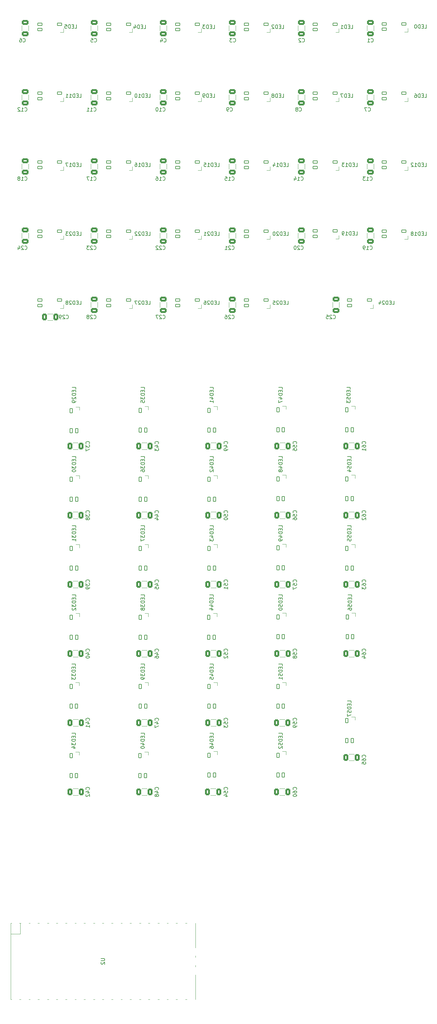
<source format=gbo>
G04 #@! TF.GenerationSoftware,KiCad,Pcbnew,(6.0.10)*
G04 #@! TF.CreationDate,2023-02-21T21:24:37+01:00*
G04 #@! TF.ProjectId,kicad,6b696361-642e-46b6-9963-61645f706362,rev?*
G04 #@! TF.SameCoordinates,Original*
G04 #@! TF.FileFunction,Legend,Bot*
G04 #@! TF.FilePolarity,Positive*
%FSLAX46Y46*%
G04 Gerber Fmt 4.6, Leading zero omitted, Abs format (unit mm)*
G04 Created by KiCad (PCBNEW (6.0.10)) date 2023-02-21 21:24:37*
%MOMM*%
%LPD*%
G01*
G04 APERTURE LIST*
G04 Aperture macros list*
%AMRoundRect*
0 Rectangle with rounded corners*
0 $1 Rounding radius*
0 $2 $3 $4 $5 $6 $7 $8 $9 X,Y pos of 4 corners*
0 Add a 4 corners polygon primitive as box body*
4,1,4,$2,$3,$4,$5,$6,$7,$8,$9,$2,$3,0*
0 Add four circle primitives for the rounded corners*
1,1,$1+$1,$2,$3*
1,1,$1+$1,$4,$5*
1,1,$1+$1,$6,$7*
1,1,$1+$1,$8,$9*
0 Add four rect primitives between the rounded corners*
20,1,$1+$1,$2,$3,$4,$5,0*
20,1,$1+$1,$4,$5,$6,$7,0*
20,1,$1+$1,$6,$7,$8,$9,0*
20,1,$1+$1,$8,$9,$2,$3,0*%
%AMFreePoly0*
4,1,18,-0.410000,0.593000,-0.403758,0.624380,-0.385983,0.650983,-0.359380,0.668758,-0.328000,0.675000,0.328000,0.675000,0.359380,0.668758,0.385983,0.650983,0.403758,0.624380,0.410000,0.593000,0.410000,-0.593000,0.403758,-0.624380,0.385983,-0.650983,0.359380,-0.668758,0.328000,-0.675000,0.000000,-0.675000,-0.410000,-0.265000,-0.410000,0.593000,-0.410000,0.593000,$1*%
G04 Aperture macros list end*
%ADD10C,0.150000*%
%ADD11C,0.120000*%
%ADD12C,1.600000*%
%ADD13C,3.987800*%
%ADD14C,1.750000*%
%ADD15C,2.300000*%
%ADD16R,1.700000X1.700000*%
%ADD17O,1.700000X1.700000*%
%ADD18C,2.200000*%
%ADD19O,1.500000X1.500000*%
%ADD20O,1.800000X1.800000*%
%ADD21RoundRect,0.082000X0.593000X-0.328000X0.593000X0.328000X-0.593000X0.328000X-0.593000X-0.328000X0*%
%ADD22FreePoly0,90.000000*%
%ADD23RoundRect,0.082000X0.328000X0.593000X-0.328000X0.593000X-0.328000X-0.593000X0.328000X-0.593000X0*%
%ADD24FreePoly0,180.000000*%
%ADD25RoundRect,0.250000X0.412500X0.650000X-0.412500X0.650000X-0.412500X-0.650000X0.412500X-0.650000X0*%
%ADD26RoundRect,0.250000X0.650000X-0.412500X0.650000X0.412500X-0.650000X0.412500X-0.650000X-0.412500X0*%
%ADD27R,1.700000X3.500000*%
%ADD28R,3.500000X1.700000*%
G04 APERTURE END LIST*
D10*
X71578214Y-47532379D02*
X72054404Y-47532379D01*
X72054404Y-46532379D01*
X71244880Y-47008570D02*
X70911547Y-47008570D01*
X70768690Y-47532379D02*
X71244880Y-47532379D01*
X71244880Y-46532379D01*
X70768690Y-46532379D01*
X70340119Y-47532379D02*
X70340119Y-46532379D01*
X70102023Y-46532379D01*
X69959166Y-46579999D01*
X69863928Y-46675237D01*
X69816309Y-46770475D01*
X69768690Y-46960951D01*
X69768690Y-47103808D01*
X69816309Y-47294284D01*
X69863928Y-47389522D01*
X69959166Y-47484760D01*
X70102023Y-47532379D01*
X70340119Y-47532379D01*
X68911547Y-46865713D02*
X68911547Y-47532379D01*
X69149642Y-46484760D02*
X69387738Y-47199046D01*
X68768690Y-47199046D01*
X52792378Y-165891786D02*
X52792378Y-165415596D01*
X51792378Y-165415596D01*
X52268569Y-166225120D02*
X52268569Y-166558453D01*
X52792378Y-166701310D02*
X52792378Y-166225120D01*
X51792378Y-166225120D01*
X51792378Y-166701310D01*
X52792378Y-167129881D02*
X51792378Y-167129881D01*
X51792378Y-167367977D01*
X51839998Y-167510834D01*
X51935236Y-167606072D01*
X52030474Y-167653691D01*
X52220950Y-167701310D01*
X52363807Y-167701310D01*
X52554283Y-167653691D01*
X52649521Y-167606072D01*
X52744759Y-167510834D01*
X52792378Y-167367977D01*
X52792378Y-167129881D01*
X51792378Y-168034643D02*
X51792378Y-168653691D01*
X52173331Y-168320358D01*
X52173331Y-168463215D01*
X52220950Y-168558453D01*
X52268569Y-168606072D01*
X52363807Y-168653691D01*
X52601902Y-168653691D01*
X52697140Y-168606072D01*
X52744759Y-168558453D01*
X52792378Y-168463215D01*
X52792378Y-168177501D01*
X52744759Y-168082262D01*
X52697140Y-168034643D01*
X51792378Y-169272739D02*
X51792378Y-169367977D01*
X51839998Y-169463215D01*
X51887617Y-169510834D01*
X51982855Y-169558453D01*
X52173331Y-169606072D01*
X52411426Y-169606072D01*
X52601902Y-169558453D01*
X52697140Y-169510834D01*
X52744759Y-169463215D01*
X52792378Y-169367977D01*
X52792378Y-169272739D01*
X52744759Y-169177501D01*
X52697140Y-169129881D01*
X52601902Y-169082262D01*
X52411426Y-169034643D01*
X52173331Y-169034643D01*
X51982855Y-169082262D01*
X51887617Y-169129881D01*
X51839998Y-169177501D01*
X51792378Y-169272739D01*
X50172857Y-127357142D02*
X50220476Y-127404761D01*
X50363333Y-127452380D01*
X50458571Y-127452380D01*
X50601428Y-127404761D01*
X50696666Y-127309523D01*
X50744285Y-127214285D01*
X50791904Y-127023809D01*
X50791904Y-126880952D01*
X50744285Y-126690476D01*
X50696666Y-126595238D01*
X50601428Y-126500000D01*
X50458571Y-126452380D01*
X50363333Y-126452380D01*
X50220476Y-126500000D01*
X50172857Y-126547619D01*
X49791904Y-126547619D02*
X49744285Y-126500000D01*
X49649047Y-126452380D01*
X49410952Y-126452380D01*
X49315714Y-126500000D01*
X49268095Y-126547619D01*
X49220476Y-126642857D01*
X49220476Y-126738095D01*
X49268095Y-126880952D01*
X49839523Y-127452380D01*
X49220476Y-127452380D01*
X48744285Y-127452380D02*
X48553809Y-127452380D01*
X48458571Y-127404761D01*
X48410952Y-127357142D01*
X48315714Y-127214285D01*
X48268095Y-127023809D01*
X48268095Y-126642857D01*
X48315714Y-126547619D01*
X48363333Y-126500000D01*
X48458571Y-126452380D01*
X48649047Y-126452380D01*
X48744285Y-126500000D01*
X48791904Y-126547619D01*
X48839523Y-126642857D01*
X48839523Y-126880952D01*
X48791904Y-126976190D01*
X48744285Y-127023809D01*
X48649047Y-127071428D01*
X48458571Y-127071428D01*
X48363333Y-127023809D01*
X48315714Y-126976190D01*
X48268095Y-126880952D01*
X115286666Y-51157142D02*
X115334285Y-51204761D01*
X115477142Y-51252380D01*
X115572380Y-51252380D01*
X115715238Y-51204761D01*
X115810476Y-51109523D01*
X115858095Y-51014285D01*
X115905714Y-50823809D01*
X115905714Y-50680952D01*
X115858095Y-50490476D01*
X115810476Y-50395238D01*
X115715238Y-50300000D01*
X115572380Y-50252380D01*
X115477142Y-50252380D01*
X115334285Y-50300000D01*
X115286666Y-50347619D01*
X114905714Y-50347619D02*
X114858095Y-50300000D01*
X114762857Y-50252380D01*
X114524761Y-50252380D01*
X114429523Y-50300000D01*
X114381904Y-50347619D01*
X114334285Y-50442857D01*
X114334285Y-50538095D01*
X114381904Y-50680952D01*
X114953333Y-51252380D01*
X114334285Y-51252380D01*
X75547141Y-219047143D02*
X75594760Y-218999524D01*
X75642379Y-218856667D01*
X75642379Y-218761429D01*
X75594760Y-218618572D01*
X75499522Y-218523334D01*
X75404284Y-218475715D01*
X75213808Y-218428096D01*
X75070951Y-218428096D01*
X74880475Y-218475715D01*
X74785237Y-218523334D01*
X74689999Y-218618572D01*
X74642379Y-218761429D01*
X74642379Y-218856667D01*
X74689999Y-218999524D01*
X74737618Y-219047143D01*
X74975713Y-219904286D02*
X75642379Y-219904286D01*
X74594760Y-219666191D02*
X75309046Y-219428096D01*
X75309046Y-220047143D01*
X74642379Y-220856667D02*
X74642379Y-220666191D01*
X74689999Y-220570953D01*
X74737618Y-220523334D01*
X74880475Y-220428096D01*
X75070951Y-220380477D01*
X75451903Y-220380477D01*
X75547141Y-220428096D01*
X75594760Y-220475715D01*
X75642379Y-220570953D01*
X75642379Y-220761429D01*
X75594760Y-220856667D01*
X75547141Y-220904286D01*
X75451903Y-220951905D01*
X75213808Y-220951905D01*
X75118570Y-220904286D01*
X75070951Y-220856667D01*
X75023332Y-220761429D01*
X75023332Y-220570953D01*
X75070951Y-220475715D01*
X75118570Y-220428096D01*
X75213808Y-220380477D01*
X109792378Y-223041786D02*
X109792378Y-222565596D01*
X108792378Y-222565596D01*
X109268569Y-223375120D02*
X109268569Y-223708453D01*
X109792378Y-223851310D02*
X109792378Y-223375120D01*
X108792378Y-223375120D01*
X108792378Y-223851310D01*
X109792378Y-224279881D02*
X108792378Y-224279881D01*
X108792378Y-224517977D01*
X108839998Y-224660834D01*
X108935236Y-224756072D01*
X109030474Y-224803691D01*
X109220950Y-224851310D01*
X109363807Y-224851310D01*
X109554283Y-224803691D01*
X109649521Y-224756072D01*
X109744759Y-224660834D01*
X109792378Y-224517977D01*
X109792378Y-224279881D01*
X108792378Y-225756072D02*
X108792378Y-225279881D01*
X109268569Y-225232262D01*
X109220950Y-225279881D01*
X109173331Y-225375120D01*
X109173331Y-225613215D01*
X109220950Y-225708453D01*
X109268569Y-225756072D01*
X109363807Y-225803691D01*
X109601902Y-225803691D01*
X109697140Y-225756072D01*
X109744759Y-225708453D01*
X109792378Y-225613215D01*
X109792378Y-225375120D01*
X109744759Y-225279881D01*
X109697140Y-225232262D01*
X109792378Y-226756072D02*
X109792378Y-226184643D01*
X109792378Y-226470358D02*
X108792378Y-226470358D01*
X108935236Y-226375120D01*
X109030474Y-226279881D01*
X109078093Y-226184643D01*
X57792857Y-70207142D02*
X57840476Y-70254761D01*
X57983333Y-70302380D01*
X58078571Y-70302380D01*
X58221428Y-70254761D01*
X58316666Y-70159523D01*
X58364285Y-70064285D01*
X58411904Y-69873809D01*
X58411904Y-69730952D01*
X58364285Y-69540476D01*
X58316666Y-69445238D01*
X58221428Y-69350000D01*
X58078571Y-69302380D01*
X57983333Y-69302380D01*
X57840476Y-69350000D01*
X57792857Y-69397619D01*
X56840476Y-70302380D02*
X57411904Y-70302380D01*
X57126190Y-70302380D02*
X57126190Y-69302380D01*
X57221428Y-69445238D01*
X57316666Y-69540476D01*
X57411904Y-69588095D01*
X55888095Y-70302380D02*
X56459523Y-70302380D01*
X56173809Y-70302380D02*
X56173809Y-69302380D01*
X56269047Y-69445238D01*
X56364285Y-69540476D01*
X56459523Y-69588095D01*
X38742857Y-108307142D02*
X38790476Y-108354761D01*
X38933333Y-108402380D01*
X39028571Y-108402380D01*
X39171428Y-108354761D01*
X39266666Y-108259523D01*
X39314285Y-108164285D01*
X39361904Y-107973809D01*
X39361904Y-107830952D01*
X39314285Y-107640476D01*
X39266666Y-107545238D01*
X39171428Y-107450000D01*
X39028571Y-107402380D01*
X38933333Y-107402380D01*
X38790476Y-107450000D01*
X38742857Y-107497619D01*
X38361904Y-107497619D02*
X38314285Y-107450000D01*
X38219047Y-107402380D01*
X37980952Y-107402380D01*
X37885714Y-107450000D01*
X37838095Y-107497619D01*
X37790476Y-107592857D01*
X37790476Y-107688095D01*
X37838095Y-107830952D01*
X38409523Y-108402380D01*
X37790476Y-108402380D01*
X36933333Y-107735714D02*
X36933333Y-108402380D01*
X37171428Y-107354761D02*
X37409523Y-108069047D01*
X36790476Y-108069047D01*
X123832857Y-127357142D02*
X123880476Y-127404761D01*
X124023333Y-127452380D01*
X124118571Y-127452380D01*
X124261428Y-127404761D01*
X124356666Y-127309523D01*
X124404285Y-127214285D01*
X124451904Y-127023809D01*
X124451904Y-126880952D01*
X124404285Y-126690476D01*
X124356666Y-126595238D01*
X124261428Y-126500000D01*
X124118571Y-126452380D01*
X124023333Y-126452380D01*
X123880476Y-126500000D01*
X123832857Y-126547619D01*
X123451904Y-126547619D02*
X123404285Y-126500000D01*
X123309047Y-126452380D01*
X123070952Y-126452380D01*
X122975714Y-126500000D01*
X122928095Y-126547619D01*
X122880476Y-126642857D01*
X122880476Y-126738095D01*
X122928095Y-126880952D01*
X123499523Y-127452380D01*
X122880476Y-127452380D01*
X121975714Y-126452380D02*
X122451904Y-126452380D01*
X122499523Y-126928571D01*
X122451904Y-126880952D01*
X122356666Y-126833333D01*
X122118571Y-126833333D01*
X122023333Y-126880952D01*
X121975714Y-126928571D01*
X121928095Y-127023809D01*
X121928095Y-127261904D01*
X121975714Y-127357142D01*
X122023333Y-127404761D01*
X122118571Y-127452380D01*
X122356666Y-127452380D01*
X122451904Y-127404761D01*
X122499523Y-127357142D01*
X132697141Y-219047143D02*
X132744760Y-218999524D01*
X132792379Y-218856667D01*
X132792379Y-218761429D01*
X132744760Y-218618572D01*
X132649522Y-218523334D01*
X132554284Y-218475715D01*
X132363808Y-218428096D01*
X132220951Y-218428096D01*
X132030475Y-218475715D01*
X131935237Y-218523334D01*
X131839999Y-218618572D01*
X131792379Y-218761429D01*
X131792379Y-218856667D01*
X131839999Y-218999524D01*
X131887618Y-219047143D01*
X131792379Y-219904286D02*
X131792379Y-219713810D01*
X131839999Y-219618572D01*
X131887618Y-219570953D01*
X132030475Y-219475715D01*
X132220951Y-219428096D01*
X132601903Y-219428096D01*
X132697141Y-219475715D01*
X132744760Y-219523334D01*
X132792379Y-219618572D01*
X132792379Y-219809048D01*
X132744760Y-219904286D01*
X132697141Y-219951905D01*
X132601903Y-219999524D01*
X132363808Y-219999524D01*
X132268570Y-219951905D01*
X132220951Y-219904286D01*
X132173332Y-219809048D01*
X132173332Y-219618572D01*
X132220951Y-219523334D01*
X132268570Y-219475715D01*
X132363808Y-219428096D01*
X132125713Y-220856667D02*
X132792379Y-220856667D01*
X131744760Y-220618572D02*
X132459046Y-220380477D01*
X132459046Y-220999524D01*
X128792379Y-184941785D02*
X128792379Y-184465595D01*
X127792379Y-184465595D01*
X128268570Y-185275119D02*
X128268570Y-185608452D01*
X128792379Y-185751309D02*
X128792379Y-185275119D01*
X127792379Y-185275119D01*
X127792379Y-185751309D01*
X128792379Y-186179880D02*
X127792379Y-186179880D01*
X127792379Y-186417976D01*
X127839999Y-186560833D01*
X127935237Y-186656071D01*
X128030475Y-186703690D01*
X128220951Y-186751309D01*
X128363808Y-186751309D01*
X128554284Y-186703690D01*
X128649522Y-186656071D01*
X128744760Y-186560833D01*
X128792379Y-186417976D01*
X128792379Y-186179880D01*
X127792379Y-187656071D02*
X127792379Y-187179880D01*
X128268570Y-187132261D01*
X128220951Y-187179880D01*
X128173332Y-187275119D01*
X128173332Y-187513214D01*
X128220951Y-187608452D01*
X128268570Y-187656071D01*
X128363808Y-187703690D01*
X128601903Y-187703690D01*
X128697141Y-187656071D01*
X128744760Y-187608452D01*
X128792379Y-187513214D01*
X128792379Y-187275119D01*
X128744760Y-187179880D01*
X128697141Y-187132261D01*
X127792379Y-188608452D02*
X127792379Y-188132261D01*
X128268570Y-188084642D01*
X128220951Y-188132261D01*
X128173332Y-188227500D01*
X128173332Y-188465595D01*
X128220951Y-188560833D01*
X128268570Y-188608452D01*
X128363808Y-188656071D01*
X128601903Y-188656071D01*
X128697141Y-188608452D01*
X128744760Y-188560833D01*
X128792379Y-188465595D01*
X128792379Y-188227500D01*
X128744760Y-188132261D01*
X128697141Y-188084642D01*
X94597141Y-257147142D02*
X94644760Y-257099523D01*
X94692379Y-256956666D01*
X94692379Y-256861428D01*
X94644760Y-256718571D01*
X94549522Y-256623333D01*
X94454284Y-256575714D01*
X94263808Y-256528095D01*
X94120951Y-256528095D01*
X93930475Y-256575714D01*
X93835237Y-256623333D01*
X93739999Y-256718571D01*
X93692379Y-256861428D01*
X93692379Y-256956666D01*
X93739999Y-257099523D01*
X93787618Y-257147142D01*
X93692379Y-258051904D02*
X93692379Y-257575714D01*
X94168570Y-257528095D01*
X94120951Y-257575714D01*
X94073332Y-257670952D01*
X94073332Y-257909047D01*
X94120951Y-258004285D01*
X94168570Y-258051904D01*
X94263808Y-258099523D01*
X94501903Y-258099523D01*
X94597141Y-258051904D01*
X94644760Y-258004285D01*
X94692379Y-257909047D01*
X94692379Y-257670952D01*
X94644760Y-257575714D01*
X94597141Y-257528095D01*
X94025713Y-258956666D02*
X94692379Y-258956666D01*
X93644760Y-258718571D02*
X94359046Y-258480476D01*
X94359046Y-259099523D01*
X90792378Y-242091786D02*
X90792378Y-241615596D01*
X89792378Y-241615596D01*
X90268569Y-242425120D02*
X90268569Y-242758453D01*
X90792378Y-242901310D02*
X90792378Y-242425120D01*
X89792378Y-242425120D01*
X89792378Y-242901310D01*
X90792378Y-243329881D02*
X89792378Y-243329881D01*
X89792378Y-243567977D01*
X89839998Y-243710834D01*
X89935236Y-243806072D01*
X90030474Y-243853691D01*
X90220950Y-243901310D01*
X90363807Y-243901310D01*
X90554283Y-243853691D01*
X90649521Y-243806072D01*
X90744759Y-243710834D01*
X90792378Y-243567977D01*
X90792378Y-243329881D01*
X90125712Y-244758453D02*
X90792378Y-244758453D01*
X89744759Y-244520358D02*
X90459045Y-244282262D01*
X90459045Y-244901310D01*
X89792378Y-245710834D02*
X89792378Y-245520358D01*
X89839998Y-245425120D01*
X89887617Y-245377501D01*
X90030474Y-245282262D01*
X90220950Y-245234643D01*
X90601902Y-245234643D01*
X90697140Y-245282262D01*
X90744759Y-245329881D01*
X90792378Y-245425120D01*
X90792378Y-245615596D01*
X90744759Y-245710834D01*
X90697140Y-245758453D01*
X90601902Y-245806072D01*
X90363807Y-245806072D01*
X90268569Y-245758453D01*
X90220950Y-245710834D01*
X90173331Y-245615596D01*
X90173331Y-245425120D01*
X90220950Y-245329881D01*
X90268569Y-245282262D01*
X90363807Y-245234643D01*
X128917379Y-203991785D02*
X128917379Y-203515595D01*
X127917379Y-203515595D01*
X128393570Y-204325119D02*
X128393570Y-204658452D01*
X128917379Y-204801309D02*
X128917379Y-204325119D01*
X127917379Y-204325119D01*
X127917379Y-204801309D01*
X128917379Y-205229880D02*
X127917379Y-205229880D01*
X127917379Y-205467976D01*
X127964999Y-205610833D01*
X128060237Y-205706071D01*
X128155475Y-205753690D01*
X128345951Y-205801309D01*
X128488808Y-205801309D01*
X128679284Y-205753690D01*
X128774522Y-205706071D01*
X128869760Y-205610833D01*
X128917379Y-205467976D01*
X128917379Y-205229880D01*
X127917379Y-206706071D02*
X127917379Y-206229880D01*
X128393570Y-206182261D01*
X128345951Y-206229880D01*
X128298332Y-206325119D01*
X128298332Y-206563214D01*
X128345951Y-206658452D01*
X128393570Y-206706071D01*
X128488808Y-206753690D01*
X128726903Y-206753690D01*
X128822141Y-206706071D01*
X128869760Y-206658452D01*
X128917379Y-206563214D01*
X128917379Y-206325119D01*
X128869760Y-206229880D01*
X128822141Y-206182261D01*
X127917379Y-207610833D02*
X127917379Y-207420357D01*
X127964999Y-207325119D01*
X128012618Y-207277500D01*
X128155475Y-207182261D01*
X128345951Y-207134642D01*
X128726903Y-207134642D01*
X128822141Y-207182261D01*
X128869760Y-207229880D01*
X128917379Y-207325119D01*
X128917379Y-207515595D01*
X128869760Y-207610833D01*
X128822141Y-207658452D01*
X128726903Y-207706071D01*
X128488808Y-207706071D01*
X128393570Y-207658452D01*
X128345951Y-207610833D01*
X128298332Y-207515595D01*
X128298332Y-207325119D01*
X128345951Y-207229880D01*
X128393570Y-207182261D01*
X128488808Y-207134642D01*
X38742857Y-89257142D02*
X38790476Y-89304761D01*
X38933333Y-89352380D01*
X39028571Y-89352380D01*
X39171428Y-89304761D01*
X39266666Y-89209523D01*
X39314285Y-89114285D01*
X39361904Y-88923809D01*
X39361904Y-88780952D01*
X39314285Y-88590476D01*
X39266666Y-88495238D01*
X39171428Y-88400000D01*
X39028571Y-88352380D01*
X38933333Y-88352380D01*
X38790476Y-88400000D01*
X38742857Y-88447619D01*
X37790476Y-89352380D02*
X38361904Y-89352380D01*
X38076190Y-89352380D02*
X38076190Y-88352380D01*
X38171428Y-88495238D01*
X38266666Y-88590476D01*
X38361904Y-88638095D01*
X37219047Y-88780952D02*
X37314285Y-88733333D01*
X37361904Y-88685714D01*
X37409523Y-88590476D01*
X37409523Y-88542857D01*
X37361904Y-88447619D01*
X37314285Y-88400000D01*
X37219047Y-88352380D01*
X37028571Y-88352380D01*
X36933333Y-88400000D01*
X36885714Y-88447619D01*
X36838095Y-88542857D01*
X36838095Y-88590476D01*
X36885714Y-88685714D01*
X36933333Y-88733333D01*
X37028571Y-88780952D01*
X37219047Y-88780952D01*
X37314285Y-88828571D01*
X37361904Y-88876190D01*
X37409523Y-88971428D01*
X37409523Y-89161904D01*
X37361904Y-89257142D01*
X37314285Y-89304761D01*
X37219047Y-89352380D01*
X37028571Y-89352380D01*
X36933333Y-89304761D01*
X36885714Y-89257142D01*
X36838095Y-89161904D01*
X36838095Y-88971428D01*
X36885714Y-88876190D01*
X36933333Y-88828571D01*
X37028571Y-88780952D01*
X149048214Y-85532379D02*
X149524404Y-85532379D01*
X149524404Y-84532379D01*
X148714880Y-85008570D02*
X148381547Y-85008570D01*
X148238690Y-85532379D02*
X148714880Y-85532379D01*
X148714880Y-84532379D01*
X148238690Y-84532379D01*
X147810119Y-85532379D02*
X147810119Y-84532379D01*
X147572023Y-84532379D01*
X147429166Y-84579999D01*
X147333928Y-84675237D01*
X147286309Y-84770475D01*
X147238690Y-84960951D01*
X147238690Y-85103808D01*
X147286309Y-85294284D01*
X147333928Y-85389522D01*
X147429166Y-85484760D01*
X147572023Y-85532379D01*
X147810119Y-85532379D01*
X146286309Y-85532379D02*
X146857738Y-85532379D01*
X146572023Y-85532379D02*
X146572023Y-84532379D01*
X146667261Y-84675237D01*
X146762500Y-84770475D01*
X146857738Y-84818094D01*
X145905357Y-84627618D02*
X145857738Y-84579999D01*
X145762500Y-84532379D01*
X145524404Y-84532379D01*
X145429166Y-84579999D01*
X145381547Y-84627618D01*
X145333928Y-84722856D01*
X145333928Y-84818094D01*
X145381547Y-84960951D01*
X145952976Y-85532379D01*
X145333928Y-85532379D01*
X90792379Y-223041786D02*
X90792379Y-222565596D01*
X89792379Y-222565596D01*
X90268570Y-223375120D02*
X90268570Y-223708453D01*
X90792379Y-223851310D02*
X90792379Y-223375120D01*
X89792379Y-223375120D01*
X89792379Y-223851310D01*
X90792379Y-224279881D02*
X89792379Y-224279881D01*
X89792379Y-224517977D01*
X89839999Y-224660834D01*
X89935237Y-224756072D01*
X90030475Y-224803691D01*
X90220951Y-224851310D01*
X90363808Y-224851310D01*
X90554284Y-224803691D01*
X90649522Y-224756072D01*
X90744760Y-224660834D01*
X90792379Y-224517977D01*
X90792379Y-224279881D01*
X90125713Y-225708453D02*
X90792379Y-225708453D01*
X89744760Y-225470358D02*
X90459046Y-225232262D01*
X90459046Y-225851310D01*
X89792379Y-226708453D02*
X89792379Y-226232262D01*
X90268570Y-226184643D01*
X90220951Y-226232262D01*
X90173332Y-226327501D01*
X90173332Y-226565596D01*
X90220951Y-226660834D01*
X90268570Y-226708453D01*
X90363808Y-226756072D01*
X90601903Y-226756072D01*
X90697141Y-226708453D01*
X90744760Y-226660834D01*
X90792379Y-226565596D01*
X90792379Y-226327501D01*
X90744760Y-226232262D01*
X90697141Y-226184643D01*
X114466666Y-70207142D02*
X114514285Y-70254761D01*
X114657142Y-70302380D01*
X114752380Y-70302380D01*
X114895238Y-70254761D01*
X114990476Y-70159523D01*
X115038095Y-70064285D01*
X115085714Y-69873809D01*
X115085714Y-69730952D01*
X115038095Y-69540476D01*
X114990476Y-69445238D01*
X114895238Y-69350000D01*
X114752380Y-69302380D01*
X114657142Y-69302380D01*
X114514285Y-69350000D01*
X114466666Y-69397619D01*
X113895238Y-69730952D02*
X113990476Y-69683333D01*
X114038095Y-69635714D01*
X114085714Y-69540476D01*
X114085714Y-69492857D01*
X114038095Y-69397619D01*
X113990476Y-69350000D01*
X113895238Y-69302380D01*
X113704761Y-69302380D01*
X113609523Y-69350000D01*
X113561904Y-69397619D01*
X113514285Y-69492857D01*
X113514285Y-69540476D01*
X113561904Y-69635714D01*
X113609523Y-69683333D01*
X113704761Y-69730952D01*
X113895238Y-69730952D01*
X113990476Y-69778571D01*
X114038095Y-69826190D01*
X114085714Y-69921428D01*
X114085714Y-70111904D01*
X114038095Y-70207142D01*
X113990476Y-70254761D01*
X113895238Y-70302380D01*
X113704761Y-70302380D01*
X113609523Y-70254761D01*
X113561904Y-70207142D01*
X113514285Y-70111904D01*
X113514285Y-69921428D01*
X113561904Y-69826190D01*
X113609523Y-69778571D01*
X113704761Y-69730952D01*
X52528214Y-47442380D02*
X53004404Y-47442380D01*
X53004404Y-46442380D01*
X52194880Y-46918571D02*
X51861547Y-46918571D01*
X51718690Y-47442380D02*
X52194880Y-47442380D01*
X52194880Y-46442380D01*
X51718690Y-46442380D01*
X51290119Y-47442380D02*
X51290119Y-46442380D01*
X51052023Y-46442380D01*
X50909166Y-46490000D01*
X50813928Y-46585238D01*
X50766309Y-46680476D01*
X50718690Y-46870952D01*
X50718690Y-47013809D01*
X50766309Y-47204285D01*
X50813928Y-47299523D01*
X50909166Y-47394761D01*
X51052023Y-47442380D01*
X51290119Y-47442380D01*
X49813928Y-46442380D02*
X50290119Y-46442380D01*
X50337738Y-46918571D01*
X50290119Y-46870952D01*
X50194880Y-46823333D01*
X49956785Y-46823333D01*
X49861547Y-46870952D01*
X49813928Y-46918571D01*
X49766309Y-47013809D01*
X49766309Y-47251904D01*
X49813928Y-47347142D01*
X49861547Y-47394761D01*
X49956785Y-47442380D01*
X50194880Y-47442380D01*
X50290119Y-47394761D01*
X50337738Y-47347142D01*
X56497141Y-257147143D02*
X56544760Y-257099524D01*
X56592379Y-256956667D01*
X56592379Y-256861429D01*
X56544760Y-256718572D01*
X56449522Y-256623334D01*
X56354284Y-256575715D01*
X56163808Y-256528096D01*
X56020951Y-256528096D01*
X55830475Y-256575715D01*
X55735237Y-256623334D01*
X55639999Y-256718572D01*
X55592379Y-256861429D01*
X55592379Y-256956667D01*
X55639999Y-257099524D01*
X55687618Y-257147143D01*
X55925713Y-258004286D02*
X56592379Y-258004286D01*
X55544760Y-257766191D02*
X56259046Y-257528096D01*
X56259046Y-258147143D01*
X55687618Y-258480477D02*
X55639999Y-258528096D01*
X55592379Y-258623334D01*
X55592379Y-258861429D01*
X55639999Y-258956667D01*
X55687618Y-259004286D01*
X55782856Y-259051905D01*
X55878094Y-259051905D01*
X56020951Y-259004286D01*
X56592379Y-258432858D01*
X56592379Y-259051905D01*
X132697142Y-248257143D02*
X132744761Y-248209524D01*
X132792380Y-248066667D01*
X132792380Y-247971429D01*
X132744761Y-247828572D01*
X132649523Y-247733334D01*
X132554285Y-247685715D01*
X132363809Y-247638096D01*
X132220952Y-247638096D01*
X132030476Y-247685715D01*
X131935238Y-247733334D01*
X131840000Y-247828572D01*
X131792380Y-247971429D01*
X131792380Y-248066667D01*
X131840000Y-248209524D01*
X131887619Y-248257143D01*
X131792380Y-249114286D02*
X131792380Y-248923810D01*
X131840000Y-248828572D01*
X131887619Y-248780953D01*
X132030476Y-248685715D01*
X132220952Y-248638096D01*
X132601904Y-248638096D01*
X132697142Y-248685715D01*
X132744761Y-248733334D01*
X132792380Y-248828572D01*
X132792380Y-249019048D01*
X132744761Y-249114286D01*
X132697142Y-249161905D01*
X132601904Y-249209524D01*
X132363809Y-249209524D01*
X132268571Y-249161905D01*
X132220952Y-249114286D01*
X132173333Y-249019048D01*
X132173333Y-248828572D01*
X132220952Y-248733334D01*
X132268571Y-248685715D01*
X132363809Y-248638096D01*
X131792380Y-250114286D02*
X131792380Y-249638096D01*
X132268571Y-249590477D01*
X132220952Y-249638096D01*
X132173333Y-249733334D01*
X132173333Y-249971429D01*
X132220952Y-250066667D01*
X132268571Y-250114286D01*
X132363809Y-250161905D01*
X132601904Y-250161905D01*
X132697142Y-250114286D01*
X132744761Y-250066667D01*
X132792380Y-249971429D01*
X132792380Y-249733334D01*
X132744761Y-249638096D01*
X132697142Y-249590477D01*
X94597141Y-219047142D02*
X94644760Y-218999523D01*
X94692379Y-218856666D01*
X94692379Y-218761428D01*
X94644760Y-218618571D01*
X94549522Y-218523333D01*
X94454284Y-218475714D01*
X94263808Y-218428095D01*
X94120951Y-218428095D01*
X93930475Y-218475714D01*
X93835237Y-218523333D01*
X93739999Y-218618571D01*
X93692379Y-218761428D01*
X93692379Y-218856666D01*
X93739999Y-218999523D01*
X93787618Y-219047142D01*
X93692379Y-219951904D02*
X93692379Y-219475714D01*
X94168570Y-219428095D01*
X94120951Y-219475714D01*
X94073332Y-219570952D01*
X94073332Y-219809047D01*
X94120951Y-219904285D01*
X94168570Y-219951904D01*
X94263808Y-219999523D01*
X94501903Y-219999523D01*
X94597141Y-219951904D01*
X94644760Y-219904285D01*
X94692379Y-219809047D01*
X94692379Y-219570952D01*
X94644760Y-219475714D01*
X94597141Y-219428095D01*
X93787618Y-220380476D02*
X93739999Y-220428095D01*
X93692379Y-220523333D01*
X93692379Y-220761428D01*
X93739999Y-220856666D01*
X93787618Y-220904285D01*
X93882856Y-220951904D01*
X93978094Y-220951904D01*
X94120951Y-220904285D01*
X94692379Y-220332857D01*
X94692379Y-220951904D01*
X94597141Y-238097143D02*
X94644760Y-238049524D01*
X94692379Y-237906667D01*
X94692379Y-237811429D01*
X94644760Y-237668572D01*
X94549522Y-237573334D01*
X94454284Y-237525715D01*
X94263808Y-237478096D01*
X94120951Y-237478096D01*
X93930475Y-237525715D01*
X93835237Y-237573334D01*
X93739999Y-237668572D01*
X93692379Y-237811429D01*
X93692379Y-237906667D01*
X93739999Y-238049524D01*
X93787618Y-238097143D01*
X93692379Y-239001905D02*
X93692379Y-238525715D01*
X94168570Y-238478096D01*
X94120951Y-238525715D01*
X94073332Y-238620953D01*
X94073332Y-238859048D01*
X94120951Y-238954286D01*
X94168570Y-239001905D01*
X94263808Y-239049524D01*
X94501903Y-239049524D01*
X94597141Y-239001905D01*
X94644760Y-238954286D01*
X94692379Y-238859048D01*
X94692379Y-238620953D01*
X94644760Y-238525715D01*
X94597141Y-238478096D01*
X93692379Y-239382858D02*
X93692379Y-240001905D01*
X94073332Y-239668572D01*
X94073332Y-239811429D01*
X94120951Y-239906667D01*
X94168570Y-239954286D01*
X94263808Y-240001905D01*
X94501903Y-240001905D01*
X94597141Y-239954286D01*
X94644760Y-239906667D01*
X94692379Y-239811429D01*
X94692379Y-239525715D01*
X94644760Y-239430477D01*
X94597141Y-239382858D01*
X95416666Y-70207142D02*
X95464285Y-70254761D01*
X95607142Y-70302380D01*
X95702380Y-70302380D01*
X95845238Y-70254761D01*
X95940476Y-70159523D01*
X95988095Y-70064285D01*
X96035714Y-69873809D01*
X96035714Y-69730952D01*
X95988095Y-69540476D01*
X95940476Y-69445238D01*
X95845238Y-69350000D01*
X95702380Y-69302380D01*
X95607142Y-69302380D01*
X95464285Y-69350000D01*
X95416666Y-69397619D01*
X94940476Y-70302380D02*
X94750000Y-70302380D01*
X94654761Y-70254761D01*
X94607142Y-70207142D01*
X94511904Y-70064285D01*
X94464285Y-69873809D01*
X94464285Y-69492857D01*
X94511904Y-69397619D01*
X94559523Y-69350000D01*
X94654761Y-69302380D01*
X94845238Y-69302380D01*
X94940476Y-69350000D01*
X94988095Y-69397619D01*
X95035714Y-69492857D01*
X95035714Y-69730952D01*
X94988095Y-69826190D01*
X94940476Y-69873809D01*
X94845238Y-69921428D01*
X94654761Y-69921428D01*
X94559523Y-69873809D01*
X94511904Y-69826190D01*
X94464285Y-69730952D01*
X52712379Y-223041786D02*
X52712379Y-222565596D01*
X51712379Y-222565596D01*
X52188570Y-223375120D02*
X52188570Y-223708453D01*
X52712379Y-223851310D02*
X52712379Y-223375120D01*
X51712379Y-223375120D01*
X51712379Y-223851310D01*
X52712379Y-224279881D02*
X51712379Y-224279881D01*
X51712379Y-224517977D01*
X51759999Y-224660834D01*
X51855237Y-224756072D01*
X51950475Y-224803691D01*
X52140951Y-224851310D01*
X52283808Y-224851310D01*
X52474284Y-224803691D01*
X52569522Y-224756072D01*
X52664760Y-224660834D01*
X52712379Y-224517977D01*
X52712379Y-224279881D01*
X51712379Y-225184643D02*
X51712379Y-225803691D01*
X52093332Y-225470358D01*
X52093332Y-225613215D01*
X52140951Y-225708453D01*
X52188570Y-225756072D01*
X52283808Y-225803691D01*
X52521903Y-225803691D01*
X52617141Y-225756072D01*
X52664760Y-225708453D01*
X52712379Y-225613215D01*
X52712379Y-225327501D01*
X52664760Y-225232262D01*
X52617141Y-225184643D01*
X51712379Y-226137024D02*
X51712379Y-226756072D01*
X52093332Y-226422739D01*
X52093332Y-226565596D01*
X52140951Y-226660834D01*
X52188570Y-226708453D01*
X52283808Y-226756072D01*
X52521903Y-226756072D01*
X52617141Y-226708453D01*
X52664760Y-226660834D01*
X52712379Y-226565596D01*
X52712379Y-226279881D01*
X52664760Y-226184643D01*
X52617141Y-226137024D01*
X132697142Y-199997142D02*
X132744761Y-199949523D01*
X132792380Y-199806666D01*
X132792380Y-199711428D01*
X132744761Y-199568571D01*
X132649523Y-199473333D01*
X132554285Y-199425714D01*
X132363809Y-199378095D01*
X132220952Y-199378095D01*
X132030476Y-199425714D01*
X131935238Y-199473333D01*
X131840000Y-199568571D01*
X131792380Y-199711428D01*
X131792380Y-199806666D01*
X131840000Y-199949523D01*
X131887619Y-199997142D01*
X131792380Y-200854285D02*
X131792380Y-200663809D01*
X131840000Y-200568571D01*
X131887619Y-200520952D01*
X132030476Y-200425714D01*
X132220952Y-200378095D01*
X132601904Y-200378095D01*
X132697142Y-200425714D01*
X132744761Y-200473333D01*
X132792380Y-200568571D01*
X132792380Y-200759047D01*
X132744761Y-200854285D01*
X132697142Y-200901904D01*
X132601904Y-200949523D01*
X132363809Y-200949523D01*
X132268571Y-200901904D01*
X132220952Y-200854285D01*
X132173333Y-200759047D01*
X132173333Y-200568571D01*
X132220952Y-200473333D01*
X132268571Y-200425714D01*
X132363809Y-200378095D01*
X131792380Y-201282857D02*
X131792380Y-201901904D01*
X132173333Y-201568571D01*
X132173333Y-201711428D01*
X132220952Y-201806666D01*
X132268571Y-201854285D01*
X132363809Y-201901904D01*
X132601904Y-201901904D01*
X132697142Y-201854285D01*
X132744761Y-201806666D01*
X132792380Y-201711428D01*
X132792380Y-201425714D01*
X132744761Y-201330476D01*
X132697142Y-201282857D01*
X133992857Y-89257142D02*
X134040476Y-89304761D01*
X134183333Y-89352380D01*
X134278571Y-89352380D01*
X134421428Y-89304761D01*
X134516666Y-89209523D01*
X134564285Y-89114285D01*
X134611904Y-88923809D01*
X134611904Y-88780952D01*
X134564285Y-88590476D01*
X134516666Y-88495238D01*
X134421428Y-88400000D01*
X134278571Y-88352380D01*
X134183333Y-88352380D01*
X134040476Y-88400000D01*
X133992857Y-88447619D01*
X133040476Y-89352380D02*
X133611904Y-89352380D01*
X133326190Y-89352380D02*
X133326190Y-88352380D01*
X133421428Y-88495238D01*
X133516666Y-88590476D01*
X133611904Y-88638095D01*
X132707142Y-88352380D02*
X132088095Y-88352380D01*
X132421428Y-88733333D01*
X132278571Y-88733333D01*
X132183333Y-88780952D01*
X132135714Y-88828571D01*
X132088095Y-88923809D01*
X132088095Y-89161904D01*
X132135714Y-89257142D01*
X132183333Y-89304761D01*
X132278571Y-89352380D01*
X132564285Y-89352380D01*
X132659523Y-89304761D01*
X132707142Y-89257142D01*
X57933113Y-51157142D02*
X57980732Y-51204761D01*
X58123589Y-51252380D01*
X58218827Y-51252380D01*
X58361685Y-51204761D01*
X58456923Y-51109523D01*
X58504542Y-51014285D01*
X58552161Y-50823809D01*
X58552161Y-50680952D01*
X58504542Y-50490476D01*
X58456923Y-50395238D01*
X58361685Y-50300000D01*
X58218827Y-50252380D01*
X58123589Y-50252380D01*
X57980732Y-50300000D01*
X57933113Y-50347619D01*
X57028351Y-50252380D02*
X57504542Y-50252380D01*
X57552161Y-50728571D01*
X57504542Y-50680952D01*
X57409304Y-50633333D01*
X57171208Y-50633333D01*
X57075970Y-50680952D01*
X57028351Y-50728571D01*
X56980732Y-50823809D01*
X56980732Y-51061904D01*
X57028351Y-51157142D01*
X57075970Y-51204761D01*
X57171208Y-51252380D01*
X57409304Y-51252380D01*
X57504542Y-51204761D01*
X57552161Y-51157142D01*
X38742857Y-70207142D02*
X38790476Y-70254761D01*
X38933333Y-70302380D01*
X39028571Y-70302380D01*
X39171428Y-70254761D01*
X39266666Y-70159523D01*
X39314285Y-70064285D01*
X39361904Y-69873809D01*
X39361904Y-69730952D01*
X39314285Y-69540476D01*
X39266666Y-69445238D01*
X39171428Y-69350000D01*
X39028571Y-69302380D01*
X38933333Y-69302380D01*
X38790476Y-69350000D01*
X38742857Y-69397619D01*
X37790476Y-70302380D02*
X38361904Y-70302380D01*
X38076190Y-70302380D02*
X38076190Y-69302380D01*
X38171428Y-69445238D01*
X38266666Y-69540476D01*
X38361904Y-69588095D01*
X37409523Y-69397619D02*
X37361904Y-69350000D01*
X37266666Y-69302380D01*
X37028571Y-69302380D01*
X36933333Y-69350000D01*
X36885714Y-69397619D01*
X36838095Y-69492857D01*
X36838095Y-69588095D01*
X36885714Y-69730952D01*
X37457142Y-70302380D01*
X36838095Y-70302380D01*
X57792857Y-108307142D02*
X57840476Y-108354761D01*
X57983333Y-108402380D01*
X58078571Y-108402380D01*
X58221428Y-108354761D01*
X58316666Y-108259523D01*
X58364285Y-108164285D01*
X58411904Y-107973809D01*
X58411904Y-107830952D01*
X58364285Y-107640476D01*
X58316666Y-107545238D01*
X58221428Y-107450000D01*
X58078571Y-107402380D01*
X57983333Y-107402380D01*
X57840476Y-107450000D01*
X57792857Y-107497619D01*
X57411904Y-107497619D02*
X57364285Y-107450000D01*
X57269047Y-107402380D01*
X57030952Y-107402380D01*
X56935714Y-107450000D01*
X56888095Y-107497619D01*
X56840476Y-107592857D01*
X56840476Y-107688095D01*
X56888095Y-107830952D01*
X57459523Y-108402380D01*
X56840476Y-108402380D01*
X56507142Y-107402380D02*
X55888095Y-107402380D01*
X56221428Y-107783333D01*
X56078571Y-107783333D01*
X55983333Y-107830952D01*
X55935714Y-107878571D01*
X55888095Y-107973809D01*
X55888095Y-108211904D01*
X55935714Y-108307142D01*
X55983333Y-108354761D01*
X56078571Y-108402380D01*
X56364285Y-108402380D01*
X56459523Y-108354761D01*
X56507142Y-108307142D01*
X38266666Y-51157142D02*
X38314285Y-51204761D01*
X38457142Y-51252380D01*
X38552380Y-51252380D01*
X38695238Y-51204761D01*
X38790476Y-51109523D01*
X38838095Y-51014285D01*
X38885714Y-50823809D01*
X38885714Y-50680952D01*
X38838095Y-50490476D01*
X38790476Y-50395238D01*
X38695238Y-50300000D01*
X38552380Y-50252380D01*
X38457142Y-50252380D01*
X38314285Y-50300000D01*
X38266666Y-50347619D01*
X37409523Y-50252380D02*
X37600000Y-50252380D01*
X37695238Y-50300000D01*
X37742857Y-50347619D01*
X37838095Y-50490476D01*
X37885714Y-50680952D01*
X37885714Y-51061904D01*
X37838095Y-51157142D01*
X37790476Y-51204761D01*
X37695238Y-51252380D01*
X37504761Y-51252380D01*
X37409523Y-51204761D01*
X37361904Y-51157142D01*
X37314285Y-51061904D01*
X37314285Y-50823809D01*
X37361904Y-50728571D01*
X37409523Y-50680952D01*
X37504761Y-50633333D01*
X37695238Y-50633333D01*
X37790476Y-50680952D01*
X37838095Y-50728571D01*
X37885714Y-50823809D01*
X109792378Y-165891785D02*
X109792378Y-165415595D01*
X108792378Y-165415595D01*
X109268569Y-166225119D02*
X109268569Y-166558452D01*
X109792378Y-166701309D02*
X109792378Y-166225119D01*
X108792378Y-166225119D01*
X108792378Y-166701309D01*
X109792378Y-167129880D02*
X108792378Y-167129880D01*
X108792378Y-167367976D01*
X108839998Y-167510833D01*
X108935236Y-167606071D01*
X109030474Y-167653690D01*
X109220950Y-167701309D01*
X109363807Y-167701309D01*
X109554283Y-167653690D01*
X109649521Y-167606071D01*
X109744759Y-167510833D01*
X109792378Y-167367976D01*
X109792378Y-167129880D01*
X109125712Y-168558452D02*
X109792378Y-168558452D01*
X108744759Y-168320357D02*
X109459045Y-168082261D01*
X109459045Y-168701309D01*
X109220950Y-169225119D02*
X109173331Y-169129880D01*
X109125712Y-169082261D01*
X109030474Y-169034642D01*
X108982855Y-169034642D01*
X108887617Y-169082261D01*
X108839998Y-169129880D01*
X108792378Y-169225119D01*
X108792378Y-169415595D01*
X108839998Y-169510833D01*
X108887617Y-169558452D01*
X108982855Y-169606071D01*
X109030474Y-169606071D01*
X109125712Y-169558452D01*
X109173331Y-169510833D01*
X109220950Y-169415595D01*
X109220950Y-169225119D01*
X109268569Y-169129880D01*
X109316188Y-169082261D01*
X109411426Y-169034642D01*
X109601902Y-169034642D01*
X109697140Y-169082261D01*
X109744759Y-169129880D01*
X109792378Y-169225119D01*
X109792378Y-169415595D01*
X109744759Y-169510833D01*
X109697140Y-169558452D01*
X109601902Y-169606071D01*
X109411426Y-169606071D01*
X109316188Y-169558452D01*
X109268569Y-169510833D01*
X109220950Y-169415595D01*
X113647141Y-257147142D02*
X113694760Y-257099523D01*
X113742379Y-256956666D01*
X113742379Y-256861428D01*
X113694760Y-256718571D01*
X113599522Y-256623333D01*
X113504284Y-256575714D01*
X113313808Y-256528095D01*
X113170951Y-256528095D01*
X112980475Y-256575714D01*
X112885237Y-256623333D01*
X112789999Y-256718571D01*
X112742379Y-256861428D01*
X112742379Y-256956666D01*
X112789999Y-257099523D01*
X112837618Y-257147142D01*
X112742379Y-258004285D02*
X112742379Y-257813809D01*
X112789999Y-257718571D01*
X112837618Y-257670952D01*
X112980475Y-257575714D01*
X113170951Y-257528095D01*
X113551903Y-257528095D01*
X113647141Y-257575714D01*
X113694760Y-257623333D01*
X113742379Y-257718571D01*
X113742379Y-257909047D01*
X113694760Y-258004285D01*
X113647141Y-258051904D01*
X113551903Y-258099523D01*
X113313808Y-258099523D01*
X113218570Y-258051904D01*
X113170951Y-258004285D01*
X113123332Y-257909047D01*
X113123332Y-257718571D01*
X113170951Y-257623333D01*
X113218570Y-257575714D01*
X113313808Y-257528095D01*
X112742379Y-258718571D02*
X112742379Y-258813809D01*
X112789999Y-258909047D01*
X112837618Y-258956666D01*
X112932856Y-259004285D01*
X113123332Y-259051904D01*
X113361427Y-259051904D01*
X113551903Y-259004285D01*
X113647141Y-258956666D01*
X113694760Y-258909047D01*
X113742379Y-258813809D01*
X113742379Y-258718571D01*
X113694760Y-258623333D01*
X113647141Y-258575714D01*
X113551903Y-258528095D01*
X113361427Y-258480476D01*
X113123332Y-258480476D01*
X112932856Y-258528095D01*
X112837618Y-258575714D01*
X112789999Y-258623333D01*
X112742379Y-258718571D01*
X91898214Y-104532379D02*
X92374404Y-104532379D01*
X92374404Y-103532379D01*
X91564880Y-104008570D02*
X91231547Y-104008570D01*
X91088690Y-104532379D02*
X91564880Y-104532379D01*
X91564880Y-103532379D01*
X91088690Y-103532379D01*
X90660119Y-104532379D02*
X90660119Y-103532379D01*
X90422023Y-103532379D01*
X90279166Y-103579999D01*
X90183928Y-103675237D01*
X90136309Y-103770475D01*
X90088690Y-103960951D01*
X90088690Y-104103808D01*
X90136309Y-104294284D01*
X90183928Y-104389522D01*
X90279166Y-104484760D01*
X90422023Y-104532379D01*
X90660119Y-104532379D01*
X89707738Y-103627618D02*
X89660119Y-103579999D01*
X89564880Y-103532379D01*
X89326785Y-103532379D01*
X89231547Y-103579999D01*
X89183928Y-103627618D01*
X89136309Y-103722856D01*
X89136309Y-103818094D01*
X89183928Y-103960951D01*
X89755357Y-104532379D01*
X89136309Y-104532379D01*
X88183928Y-104532379D02*
X88755357Y-104532379D01*
X88469642Y-104532379D02*
X88469642Y-103532379D01*
X88564880Y-103675237D01*
X88660119Y-103770475D01*
X88755357Y-103818094D01*
X72848214Y-104532379D02*
X73324404Y-104532379D01*
X73324404Y-103532379D01*
X72514880Y-104008570D02*
X72181547Y-104008570D01*
X72038690Y-104532379D02*
X72514880Y-104532379D01*
X72514880Y-103532379D01*
X72038690Y-103532379D01*
X71610119Y-104532379D02*
X71610119Y-103532379D01*
X71372023Y-103532379D01*
X71229166Y-103579999D01*
X71133928Y-103675237D01*
X71086309Y-103770475D01*
X71038690Y-103960951D01*
X71038690Y-104103808D01*
X71086309Y-104294284D01*
X71133928Y-104389522D01*
X71229166Y-104484760D01*
X71372023Y-104532379D01*
X71610119Y-104532379D01*
X70657738Y-103627618D02*
X70610119Y-103579999D01*
X70514880Y-103532379D01*
X70276785Y-103532379D01*
X70181547Y-103579999D01*
X70133928Y-103627618D01*
X70086309Y-103722856D01*
X70086309Y-103818094D01*
X70133928Y-103960951D01*
X70705357Y-104532379D01*
X70086309Y-104532379D01*
X69705357Y-103627618D02*
X69657738Y-103579999D01*
X69562500Y-103532379D01*
X69324404Y-103532379D01*
X69229166Y-103579999D01*
X69181547Y-103627618D01*
X69133928Y-103722856D01*
X69133928Y-103818094D01*
X69181547Y-103960951D01*
X69752976Y-104532379D01*
X69133928Y-104532379D01*
X91898214Y-85532379D02*
X92374404Y-85532379D01*
X92374404Y-84532379D01*
X91564880Y-85008570D02*
X91231547Y-85008570D01*
X91088690Y-85532379D02*
X91564880Y-85532379D01*
X91564880Y-84532379D01*
X91088690Y-84532379D01*
X90660119Y-85532379D02*
X90660119Y-84532379D01*
X90422023Y-84532379D01*
X90279166Y-84579999D01*
X90183928Y-84675237D01*
X90136309Y-84770475D01*
X90088690Y-84960951D01*
X90088690Y-85103808D01*
X90136309Y-85294284D01*
X90183928Y-85389522D01*
X90279166Y-85484760D01*
X90422023Y-85532379D01*
X90660119Y-85532379D01*
X89136309Y-85532379D02*
X89707738Y-85532379D01*
X89422023Y-85532379D02*
X89422023Y-84532379D01*
X89517261Y-84675237D01*
X89612500Y-84770475D01*
X89707738Y-84818094D01*
X88231547Y-84532379D02*
X88707738Y-84532379D01*
X88755357Y-85008570D01*
X88707738Y-84960951D01*
X88612500Y-84913332D01*
X88374404Y-84913332D01*
X88279166Y-84960951D01*
X88231547Y-85008570D01*
X88183928Y-85103808D01*
X88183928Y-85341903D01*
X88231547Y-85437141D01*
X88279166Y-85484760D01*
X88374404Y-85532379D01*
X88612500Y-85532379D01*
X88707738Y-85484760D01*
X88755357Y-85437141D01*
X90712379Y-203991785D02*
X90712379Y-203515595D01*
X89712379Y-203515595D01*
X90188570Y-204325119D02*
X90188570Y-204658452D01*
X90712379Y-204801309D02*
X90712379Y-204325119D01*
X89712379Y-204325119D01*
X89712379Y-204801309D01*
X90712379Y-205229880D02*
X89712379Y-205229880D01*
X89712379Y-205467976D01*
X89759999Y-205610833D01*
X89855237Y-205706071D01*
X89950475Y-205753690D01*
X90140951Y-205801309D01*
X90283808Y-205801309D01*
X90474284Y-205753690D01*
X90569522Y-205706071D01*
X90664760Y-205610833D01*
X90712379Y-205467976D01*
X90712379Y-205229880D01*
X90045713Y-206658452D02*
X90712379Y-206658452D01*
X89664760Y-206420357D02*
X90379046Y-206182261D01*
X90379046Y-206801309D01*
X90045713Y-207610833D02*
X90712379Y-207610833D01*
X89664760Y-207372738D02*
X90379046Y-207134642D01*
X90379046Y-207753690D01*
X72848214Y-85532379D02*
X73324404Y-85532379D01*
X73324404Y-84532379D01*
X72514880Y-85008570D02*
X72181547Y-85008570D01*
X72038690Y-85532379D02*
X72514880Y-85532379D01*
X72514880Y-84532379D01*
X72038690Y-84532379D01*
X71610119Y-85532379D02*
X71610119Y-84532379D01*
X71372023Y-84532379D01*
X71229166Y-84579999D01*
X71133928Y-84675237D01*
X71086309Y-84770475D01*
X71038690Y-84960951D01*
X71038690Y-85103808D01*
X71086309Y-85294284D01*
X71133928Y-85389522D01*
X71229166Y-85484760D01*
X71372023Y-85532379D01*
X71610119Y-85532379D01*
X70086309Y-85532379D02*
X70657738Y-85532379D01*
X70372023Y-85532379D02*
X70372023Y-84532379D01*
X70467261Y-84675237D01*
X70562500Y-84770475D01*
X70657738Y-84818094D01*
X69229166Y-84532379D02*
X69419642Y-84532379D01*
X69514880Y-84579999D01*
X69562500Y-84627618D01*
X69657738Y-84770475D01*
X69705357Y-84960951D01*
X69705357Y-85341903D01*
X69657738Y-85437141D01*
X69610119Y-85484760D01*
X69514880Y-85532379D01*
X69324404Y-85532379D01*
X69229166Y-85484760D01*
X69181547Y-85437141D01*
X69133928Y-85341903D01*
X69133928Y-85103808D01*
X69181547Y-85008570D01*
X69229166Y-84960951D01*
X69324404Y-84913332D01*
X69514880Y-84913332D01*
X69610119Y-84960951D01*
X69657738Y-85008570D01*
X69705357Y-85103808D01*
X71747379Y-242091786D02*
X71747379Y-241615596D01*
X70747379Y-241615596D01*
X71223570Y-242425120D02*
X71223570Y-242758453D01*
X71747379Y-242901310D02*
X71747379Y-242425120D01*
X70747379Y-242425120D01*
X70747379Y-242901310D01*
X71747379Y-243329881D02*
X70747379Y-243329881D01*
X70747379Y-243567977D01*
X70794999Y-243710834D01*
X70890237Y-243806072D01*
X70985475Y-243853691D01*
X71175951Y-243901310D01*
X71318808Y-243901310D01*
X71509284Y-243853691D01*
X71604522Y-243806072D01*
X71699760Y-243710834D01*
X71747379Y-243567977D01*
X71747379Y-243329881D01*
X71080713Y-244758453D02*
X71747379Y-244758453D01*
X70699760Y-244520358D02*
X71414046Y-244282262D01*
X71414046Y-244901310D01*
X70747379Y-245472739D02*
X70747379Y-245567977D01*
X70794999Y-245663215D01*
X70842618Y-245710834D01*
X70937856Y-245758453D01*
X71128332Y-245806072D01*
X71366427Y-245806072D01*
X71556903Y-245758453D01*
X71652141Y-245710834D01*
X71699760Y-245663215D01*
X71747379Y-245567977D01*
X71747379Y-245472739D01*
X71699760Y-245377501D01*
X71652141Y-245329881D01*
X71556903Y-245282262D01*
X71366427Y-245234643D01*
X71128332Y-245234643D01*
X70937856Y-245282262D01*
X70842618Y-245329881D01*
X70794999Y-245377501D01*
X70747379Y-245472739D01*
X132697142Y-180947143D02*
X132744761Y-180899524D01*
X132792380Y-180756667D01*
X132792380Y-180661429D01*
X132744761Y-180518572D01*
X132649523Y-180423334D01*
X132554285Y-180375715D01*
X132363809Y-180328096D01*
X132220952Y-180328096D01*
X132030476Y-180375715D01*
X131935238Y-180423334D01*
X131840000Y-180518572D01*
X131792380Y-180661429D01*
X131792380Y-180756667D01*
X131840000Y-180899524D01*
X131887619Y-180947143D01*
X131792380Y-181804286D02*
X131792380Y-181613810D01*
X131840000Y-181518572D01*
X131887619Y-181470953D01*
X132030476Y-181375715D01*
X132220952Y-181328096D01*
X132601904Y-181328096D01*
X132697142Y-181375715D01*
X132744761Y-181423334D01*
X132792380Y-181518572D01*
X132792380Y-181709048D01*
X132744761Y-181804286D01*
X132697142Y-181851905D01*
X132601904Y-181899524D01*
X132363809Y-181899524D01*
X132268571Y-181851905D01*
X132220952Y-181804286D01*
X132173333Y-181709048D01*
X132173333Y-181518572D01*
X132220952Y-181423334D01*
X132268571Y-181375715D01*
X132363809Y-181328096D01*
X131887619Y-182280477D02*
X131840000Y-182328096D01*
X131792380Y-182423334D01*
X131792380Y-182661429D01*
X131840000Y-182756667D01*
X131887619Y-182804286D01*
X131982857Y-182851905D01*
X132078095Y-182851905D01*
X132220952Y-182804286D01*
X132792380Y-182232858D01*
X132792380Y-182851905D01*
X114942857Y-108307142D02*
X114990476Y-108354761D01*
X115133333Y-108402380D01*
X115228571Y-108402380D01*
X115371428Y-108354761D01*
X115466666Y-108259523D01*
X115514285Y-108164285D01*
X115561904Y-107973809D01*
X115561904Y-107830952D01*
X115514285Y-107640476D01*
X115466666Y-107545238D01*
X115371428Y-107450000D01*
X115228571Y-107402380D01*
X115133333Y-107402380D01*
X114990476Y-107450000D01*
X114942857Y-107497619D01*
X114561904Y-107497619D02*
X114514285Y-107450000D01*
X114419047Y-107402380D01*
X114180952Y-107402380D01*
X114085714Y-107450000D01*
X114038095Y-107497619D01*
X113990476Y-107592857D01*
X113990476Y-107688095D01*
X114038095Y-107830952D01*
X114609523Y-108402380D01*
X113990476Y-108402380D01*
X113371428Y-107402380D02*
X113276190Y-107402380D01*
X113180952Y-107450000D01*
X113133333Y-107497619D01*
X113085714Y-107592857D01*
X113038095Y-107783333D01*
X113038095Y-108021428D01*
X113085714Y-108211904D01*
X113133333Y-108307142D01*
X113180952Y-108354761D01*
X113276190Y-108402380D01*
X113371428Y-108402380D01*
X113466666Y-108354761D01*
X113514285Y-108307142D01*
X113561904Y-108211904D01*
X113609523Y-108021428D01*
X113609523Y-107783333D01*
X113561904Y-107592857D01*
X113514285Y-107497619D01*
X113466666Y-107450000D01*
X113371428Y-107402380D01*
X113647141Y-238097142D02*
X113694760Y-238049523D01*
X113742379Y-237906666D01*
X113742379Y-237811428D01*
X113694760Y-237668571D01*
X113599522Y-237573333D01*
X113504284Y-237525714D01*
X113313808Y-237478095D01*
X113170951Y-237478095D01*
X112980475Y-237525714D01*
X112885237Y-237573333D01*
X112789999Y-237668571D01*
X112742379Y-237811428D01*
X112742379Y-237906666D01*
X112789999Y-238049523D01*
X112837618Y-238097142D01*
X112742379Y-239001904D02*
X112742379Y-238525714D01*
X113218570Y-238478095D01*
X113170951Y-238525714D01*
X113123332Y-238620952D01*
X113123332Y-238859047D01*
X113170951Y-238954285D01*
X113218570Y-239001904D01*
X113313808Y-239049523D01*
X113551903Y-239049523D01*
X113647141Y-239001904D01*
X113694760Y-238954285D01*
X113742379Y-238859047D01*
X113742379Y-238620952D01*
X113694760Y-238525714D01*
X113647141Y-238478095D01*
X113742379Y-239525714D02*
X113742379Y-239716190D01*
X113694760Y-239811428D01*
X113647141Y-239859047D01*
X113504284Y-239954285D01*
X113313808Y-240001904D01*
X112932856Y-240001904D01*
X112837618Y-239954285D01*
X112789999Y-239906666D01*
X112742379Y-239811428D01*
X112742379Y-239620952D01*
X112789999Y-239525714D01*
X112837618Y-239478095D01*
X112932856Y-239430476D01*
X113170951Y-239430476D01*
X113266189Y-239478095D01*
X113313808Y-239525714D01*
X113361427Y-239620952D01*
X113361427Y-239811428D01*
X113313808Y-239906666D01*
X113266189Y-239954285D01*
X113170951Y-240001904D01*
X109792379Y-184941786D02*
X109792379Y-184465596D01*
X108792379Y-184465596D01*
X109268570Y-185275120D02*
X109268570Y-185608453D01*
X109792379Y-185751310D02*
X109792379Y-185275120D01*
X108792379Y-185275120D01*
X108792379Y-185751310D01*
X109792379Y-186179881D02*
X108792379Y-186179881D01*
X108792379Y-186417977D01*
X108839999Y-186560834D01*
X108935237Y-186656072D01*
X109030475Y-186703691D01*
X109220951Y-186751310D01*
X109363808Y-186751310D01*
X109554284Y-186703691D01*
X109649522Y-186656072D01*
X109744760Y-186560834D01*
X109792379Y-186417977D01*
X109792379Y-186179881D01*
X109125713Y-187608453D02*
X109792379Y-187608453D01*
X108744760Y-187370358D02*
X109459046Y-187132262D01*
X109459046Y-187751310D01*
X109792379Y-188179881D02*
X109792379Y-188370358D01*
X109744760Y-188465596D01*
X109697141Y-188513215D01*
X109554284Y-188608453D01*
X109363808Y-188656072D01*
X108982856Y-188656072D01*
X108887618Y-188608453D01*
X108839999Y-188560834D01*
X108792379Y-188465596D01*
X108792379Y-188275120D01*
X108839999Y-188179881D01*
X108887618Y-188132262D01*
X108982856Y-188084643D01*
X109220951Y-188084643D01*
X109316189Y-188132262D01*
X109363808Y-188179881D01*
X109411427Y-188275120D01*
X109411427Y-188465596D01*
X109363808Y-188560834D01*
X109316189Y-188608453D01*
X109220951Y-188656072D01*
X109792379Y-242091786D02*
X109792379Y-241615596D01*
X108792379Y-241615596D01*
X109268570Y-242425120D02*
X109268570Y-242758453D01*
X109792379Y-242901310D02*
X109792379Y-242425120D01*
X108792379Y-242425120D01*
X108792379Y-242901310D01*
X109792379Y-243329881D02*
X108792379Y-243329881D01*
X108792379Y-243567977D01*
X108839999Y-243710834D01*
X108935237Y-243806072D01*
X109030475Y-243853691D01*
X109220951Y-243901310D01*
X109363808Y-243901310D01*
X109554284Y-243853691D01*
X109649522Y-243806072D01*
X109744760Y-243710834D01*
X109792379Y-243567977D01*
X109792379Y-243329881D01*
X108792379Y-244806072D02*
X108792379Y-244329881D01*
X109268570Y-244282262D01*
X109220951Y-244329881D01*
X109173332Y-244425120D01*
X109173332Y-244663215D01*
X109220951Y-244758453D01*
X109268570Y-244806072D01*
X109363808Y-244853691D01*
X109601903Y-244853691D01*
X109697141Y-244806072D01*
X109744760Y-244758453D01*
X109792379Y-244663215D01*
X109792379Y-244425120D01*
X109744760Y-244329881D01*
X109697141Y-244282262D01*
X108887618Y-245234643D02*
X108839999Y-245282262D01*
X108792379Y-245377501D01*
X108792379Y-245615596D01*
X108839999Y-245710834D01*
X108887618Y-245758453D01*
X108982856Y-245806072D01*
X109078094Y-245806072D01*
X109220951Y-245758453D01*
X109792379Y-245187024D01*
X109792379Y-245806072D01*
X114942857Y-89257142D02*
X114990476Y-89304761D01*
X115133333Y-89352380D01*
X115228571Y-89352380D01*
X115371428Y-89304761D01*
X115466666Y-89209523D01*
X115514285Y-89114285D01*
X115561904Y-88923809D01*
X115561904Y-88780952D01*
X115514285Y-88590476D01*
X115466666Y-88495238D01*
X115371428Y-88400000D01*
X115228571Y-88352380D01*
X115133333Y-88352380D01*
X114990476Y-88400000D01*
X114942857Y-88447619D01*
X113990476Y-89352380D02*
X114561904Y-89352380D01*
X114276190Y-89352380D02*
X114276190Y-88352380D01*
X114371428Y-88495238D01*
X114466666Y-88590476D01*
X114561904Y-88638095D01*
X113133333Y-88685714D02*
X113133333Y-89352380D01*
X113371428Y-88304761D02*
X113609523Y-89019047D01*
X112990476Y-89019047D01*
X71792379Y-223041786D02*
X71792379Y-222565596D01*
X70792379Y-222565596D01*
X71268570Y-223375120D02*
X71268570Y-223708453D01*
X71792379Y-223851310D02*
X71792379Y-223375120D01*
X70792379Y-223375120D01*
X70792379Y-223851310D01*
X71792379Y-224279881D02*
X70792379Y-224279881D01*
X70792379Y-224517977D01*
X70839999Y-224660834D01*
X70935237Y-224756072D01*
X71030475Y-224803691D01*
X71220951Y-224851310D01*
X71363808Y-224851310D01*
X71554284Y-224803691D01*
X71649522Y-224756072D01*
X71744760Y-224660834D01*
X71792379Y-224517977D01*
X71792379Y-224279881D01*
X70792379Y-225184643D02*
X70792379Y-225803691D01*
X71173332Y-225470358D01*
X71173332Y-225613215D01*
X71220951Y-225708453D01*
X71268570Y-225756072D01*
X71363808Y-225803691D01*
X71601903Y-225803691D01*
X71697141Y-225756072D01*
X71744760Y-225708453D01*
X71792379Y-225613215D01*
X71792379Y-225327501D01*
X71744760Y-225232262D01*
X71697141Y-225184643D01*
X71792379Y-226279881D02*
X71792379Y-226470358D01*
X71744760Y-226565596D01*
X71697141Y-226613215D01*
X71554284Y-226708453D01*
X71363808Y-226756072D01*
X70982856Y-226756072D01*
X70887618Y-226708453D01*
X70839999Y-226660834D01*
X70792379Y-226565596D01*
X70792379Y-226375120D01*
X70839999Y-226279881D01*
X70887618Y-226232262D01*
X70982856Y-226184643D01*
X71220951Y-226184643D01*
X71316189Y-226232262D01*
X71363808Y-226279881D01*
X71411427Y-226375120D01*
X71411427Y-226565596D01*
X71363808Y-226660834D01*
X71316189Y-226708453D01*
X71220951Y-226756072D01*
X90628214Y-66492380D02*
X91104404Y-66492380D01*
X91104404Y-65492380D01*
X90294880Y-65968571D02*
X89961547Y-65968571D01*
X89818690Y-66492380D02*
X90294880Y-66492380D01*
X90294880Y-65492380D01*
X89818690Y-65492380D01*
X89390119Y-66492380D02*
X89390119Y-65492380D01*
X89152023Y-65492380D01*
X89009166Y-65540000D01*
X88913928Y-65635238D01*
X88866309Y-65730476D01*
X88818690Y-65920952D01*
X88818690Y-66063809D01*
X88866309Y-66254285D01*
X88913928Y-66349523D01*
X89009166Y-66444761D01*
X89152023Y-66492380D01*
X89390119Y-66492380D01*
X88342500Y-66492380D02*
X88152023Y-66492380D01*
X88056785Y-66444761D01*
X88009166Y-66397142D01*
X87913928Y-66254285D01*
X87866309Y-66063809D01*
X87866309Y-65682857D01*
X87913928Y-65587619D01*
X87961547Y-65540000D01*
X88056785Y-65492380D01*
X88247261Y-65492380D01*
X88342500Y-65540000D01*
X88390119Y-65587619D01*
X88437738Y-65682857D01*
X88437738Y-65920952D01*
X88390119Y-66016190D01*
X88342500Y-66063809D01*
X88247261Y-66111428D01*
X88056785Y-66111428D01*
X87961547Y-66063809D01*
X87913928Y-66016190D01*
X87866309Y-65920952D01*
X128542378Y-146841785D02*
X128542378Y-146365595D01*
X127542378Y-146365595D01*
X128018569Y-147175119D02*
X128018569Y-147508452D01*
X128542378Y-147651309D02*
X128542378Y-147175119D01*
X127542378Y-147175119D01*
X127542378Y-147651309D01*
X128542378Y-148079880D02*
X127542378Y-148079880D01*
X127542378Y-148317976D01*
X127589998Y-148460833D01*
X127685236Y-148556071D01*
X127780474Y-148603690D01*
X127970950Y-148651309D01*
X128113807Y-148651309D01*
X128304283Y-148603690D01*
X128399521Y-148556071D01*
X128494759Y-148460833D01*
X128542378Y-148317976D01*
X128542378Y-148079880D01*
X127542378Y-149556071D02*
X127542378Y-149079880D01*
X128018569Y-149032261D01*
X127970950Y-149079880D01*
X127923331Y-149175119D01*
X127923331Y-149413214D01*
X127970950Y-149508452D01*
X128018569Y-149556071D01*
X128113807Y-149603690D01*
X128351902Y-149603690D01*
X128447140Y-149556071D01*
X128494759Y-149508452D01*
X128542378Y-149413214D01*
X128542378Y-149175119D01*
X128494759Y-149079880D01*
X128447140Y-149032261D01*
X127542378Y-149937023D02*
X127542378Y-150556071D01*
X127923331Y-150222738D01*
X127923331Y-150365595D01*
X127970950Y-150460833D01*
X128018569Y-150508452D01*
X128113807Y-150556071D01*
X128351902Y-150556071D01*
X128447140Y-150508452D01*
X128494759Y-150460833D01*
X128542378Y-150365595D01*
X128542378Y-150079880D01*
X128494759Y-149984642D01*
X128447140Y-149937023D01*
X109678214Y-66532379D02*
X110154404Y-66532379D01*
X110154404Y-65532379D01*
X109344880Y-66008570D02*
X109011547Y-66008570D01*
X108868690Y-66532379D02*
X109344880Y-66532379D01*
X109344880Y-65532379D01*
X108868690Y-65532379D01*
X108440119Y-66532379D02*
X108440119Y-65532379D01*
X108202023Y-65532379D01*
X108059166Y-65579999D01*
X107963928Y-65675237D01*
X107916309Y-65770475D01*
X107868690Y-65960951D01*
X107868690Y-66103808D01*
X107916309Y-66294284D01*
X107963928Y-66389522D01*
X108059166Y-66484760D01*
X108202023Y-66532379D01*
X108440119Y-66532379D01*
X107297261Y-65960951D02*
X107392500Y-65913332D01*
X107440119Y-65865713D01*
X107487738Y-65770475D01*
X107487738Y-65722856D01*
X107440119Y-65627618D01*
X107392500Y-65579999D01*
X107297261Y-65532379D01*
X107106785Y-65532379D01*
X107011547Y-65579999D01*
X106963928Y-65627618D01*
X106916309Y-65722856D01*
X106916309Y-65770475D01*
X106963928Y-65865713D01*
X107011547Y-65913332D01*
X107106785Y-65960951D01*
X107297261Y-65960951D01*
X107392500Y-66008570D01*
X107440119Y-66056189D01*
X107487738Y-66151427D01*
X107487738Y-66341903D01*
X107440119Y-66437141D01*
X107392500Y-66484760D01*
X107297261Y-66532379D01*
X107106785Y-66532379D01*
X107011547Y-66484760D01*
X106963928Y-66437141D01*
X106916309Y-66341903D01*
X106916309Y-66151427D01*
X106963928Y-66056189D01*
X107011547Y-66008570D01*
X107106785Y-65960951D01*
X109792379Y-203991786D02*
X109792379Y-203515596D01*
X108792379Y-203515596D01*
X109268570Y-204325120D02*
X109268570Y-204658453D01*
X109792379Y-204801310D02*
X109792379Y-204325120D01*
X108792379Y-204325120D01*
X108792379Y-204801310D01*
X109792379Y-205229881D02*
X108792379Y-205229881D01*
X108792379Y-205467977D01*
X108839999Y-205610834D01*
X108935237Y-205706072D01*
X109030475Y-205753691D01*
X109220951Y-205801310D01*
X109363808Y-205801310D01*
X109554284Y-205753691D01*
X109649522Y-205706072D01*
X109744760Y-205610834D01*
X109792379Y-205467977D01*
X109792379Y-205229881D01*
X108792379Y-206706072D02*
X108792379Y-206229881D01*
X109268570Y-206182262D01*
X109220951Y-206229881D01*
X109173332Y-206325120D01*
X109173332Y-206563215D01*
X109220951Y-206658453D01*
X109268570Y-206706072D01*
X109363808Y-206753691D01*
X109601903Y-206753691D01*
X109697141Y-206706072D01*
X109744760Y-206658453D01*
X109792379Y-206563215D01*
X109792379Y-206325120D01*
X109744760Y-206229881D01*
X109697141Y-206182262D01*
X108792379Y-207372739D02*
X108792379Y-207467977D01*
X108839999Y-207563215D01*
X108887618Y-207610834D01*
X108982856Y-207658453D01*
X109173332Y-207706072D01*
X109411427Y-207706072D01*
X109601903Y-207658453D01*
X109697141Y-207610834D01*
X109744760Y-207563215D01*
X109792379Y-207467977D01*
X109792379Y-207372739D01*
X109744760Y-207277501D01*
X109697141Y-207229881D01*
X109601903Y-207182262D01*
X109411427Y-207134643D01*
X109173332Y-207134643D01*
X108982856Y-207182262D01*
X108887618Y-207229881D01*
X108839999Y-207277501D01*
X108792379Y-207372739D01*
X53798214Y-66532379D02*
X54274404Y-66532379D01*
X54274404Y-65532379D01*
X53464880Y-66008570D02*
X53131547Y-66008570D01*
X52988690Y-66532379D02*
X53464880Y-66532379D01*
X53464880Y-65532379D01*
X52988690Y-65532379D01*
X52560119Y-66532379D02*
X52560119Y-65532379D01*
X52322023Y-65532379D01*
X52179166Y-65579999D01*
X52083928Y-65675237D01*
X52036309Y-65770475D01*
X51988690Y-65960951D01*
X51988690Y-66103808D01*
X52036309Y-66294284D01*
X52083928Y-66389522D01*
X52179166Y-66484760D01*
X52322023Y-66532379D01*
X52560119Y-66532379D01*
X51036309Y-66532379D02*
X51607738Y-66532379D01*
X51322023Y-66532379D02*
X51322023Y-65532379D01*
X51417261Y-65675237D01*
X51512500Y-65770475D01*
X51607738Y-65818094D01*
X50083928Y-66532379D02*
X50655357Y-66532379D01*
X50369642Y-66532379D02*
X50369642Y-65532379D01*
X50464880Y-65675237D01*
X50560119Y-65770475D01*
X50655357Y-65818094D01*
X113647141Y-161897143D02*
X113694760Y-161849524D01*
X113742379Y-161706667D01*
X113742379Y-161611429D01*
X113694760Y-161468572D01*
X113599522Y-161373334D01*
X113504284Y-161325715D01*
X113313808Y-161278096D01*
X113170951Y-161278096D01*
X112980475Y-161325715D01*
X112885237Y-161373334D01*
X112789999Y-161468572D01*
X112742379Y-161611429D01*
X112742379Y-161706667D01*
X112789999Y-161849524D01*
X112837618Y-161897143D01*
X112742379Y-162801905D02*
X112742379Y-162325715D01*
X113218570Y-162278096D01*
X113170951Y-162325715D01*
X113123332Y-162420953D01*
X113123332Y-162659048D01*
X113170951Y-162754286D01*
X113218570Y-162801905D01*
X113313808Y-162849524D01*
X113551903Y-162849524D01*
X113647141Y-162801905D01*
X113694760Y-162754286D01*
X113742379Y-162659048D01*
X113742379Y-162420953D01*
X113694760Y-162325715D01*
X113647141Y-162278096D01*
X112742379Y-163754286D02*
X112742379Y-163278096D01*
X113218570Y-163230477D01*
X113170951Y-163278096D01*
X113123332Y-163373334D01*
X113123332Y-163611429D01*
X113170951Y-163706667D01*
X113218570Y-163754286D01*
X113313808Y-163801905D01*
X113551903Y-163801905D01*
X113647141Y-163754286D01*
X113694760Y-163706667D01*
X113742379Y-163611429D01*
X113742379Y-163373334D01*
X113694760Y-163278096D01*
X113647141Y-163230477D01*
X128728214Y-66532379D02*
X129204404Y-66532379D01*
X129204404Y-65532379D01*
X128394880Y-66008570D02*
X128061547Y-66008570D01*
X127918690Y-66532379D02*
X128394880Y-66532379D01*
X128394880Y-65532379D01*
X127918690Y-65532379D01*
X127490119Y-66532379D02*
X127490119Y-65532379D01*
X127252023Y-65532379D01*
X127109166Y-65579999D01*
X127013928Y-65675237D01*
X126966309Y-65770475D01*
X126918690Y-65960951D01*
X126918690Y-66103808D01*
X126966309Y-66294284D01*
X127013928Y-66389522D01*
X127109166Y-66484760D01*
X127252023Y-66532379D01*
X127490119Y-66532379D01*
X126585357Y-65532379D02*
X125918690Y-65532379D01*
X126347261Y-66532379D01*
X56497142Y-180947143D02*
X56544761Y-180899524D01*
X56592380Y-180756667D01*
X56592380Y-180661429D01*
X56544761Y-180518572D01*
X56449523Y-180423334D01*
X56354285Y-180375715D01*
X56163809Y-180328096D01*
X56020952Y-180328096D01*
X55830476Y-180375715D01*
X55735238Y-180423334D01*
X55640000Y-180518572D01*
X55592380Y-180661429D01*
X55592380Y-180756667D01*
X55640000Y-180899524D01*
X55687619Y-180947143D01*
X55592380Y-181280477D02*
X55592380Y-181899524D01*
X55973333Y-181566191D01*
X55973333Y-181709048D01*
X56020952Y-181804286D01*
X56068571Y-181851905D01*
X56163809Y-181899524D01*
X56401904Y-181899524D01*
X56497142Y-181851905D01*
X56544761Y-181804286D01*
X56592380Y-181709048D01*
X56592380Y-181423334D01*
X56544761Y-181328096D01*
X56497142Y-181280477D01*
X56020952Y-182470953D02*
X55973333Y-182375715D01*
X55925714Y-182328096D01*
X55830476Y-182280477D01*
X55782857Y-182280477D01*
X55687619Y-182328096D01*
X55640000Y-182375715D01*
X55592380Y-182470953D01*
X55592380Y-182661429D01*
X55640000Y-182756667D01*
X55687619Y-182804286D01*
X55782857Y-182851905D01*
X55830476Y-182851905D01*
X55925714Y-182804286D01*
X55973333Y-182756667D01*
X56020952Y-182661429D01*
X56020952Y-182470953D01*
X56068571Y-182375715D01*
X56116190Y-182328096D01*
X56211428Y-182280477D01*
X56401904Y-182280477D01*
X56497142Y-182328096D01*
X56544761Y-182375715D01*
X56592380Y-182470953D01*
X56592380Y-182661429D01*
X56544761Y-182756667D01*
X56497142Y-182804286D01*
X56401904Y-182851905D01*
X56211428Y-182851905D01*
X56116190Y-182804286D01*
X56068571Y-182756667D01*
X56020952Y-182661429D01*
X149048214Y-104532379D02*
X149524404Y-104532379D01*
X149524404Y-103532379D01*
X148714880Y-104008570D02*
X148381547Y-104008570D01*
X148238690Y-104532379D02*
X148714880Y-104532379D01*
X148714880Y-103532379D01*
X148238690Y-103532379D01*
X147810119Y-104532379D02*
X147810119Y-103532379D01*
X147572023Y-103532379D01*
X147429166Y-103579999D01*
X147333928Y-103675237D01*
X147286309Y-103770475D01*
X147238690Y-103960951D01*
X147238690Y-104103808D01*
X147286309Y-104294284D01*
X147333928Y-104389522D01*
X147429166Y-104484760D01*
X147572023Y-104532379D01*
X147810119Y-104532379D01*
X146286309Y-104532379D02*
X146857738Y-104532379D01*
X146572023Y-104532379D02*
X146572023Y-103532379D01*
X146667261Y-103675237D01*
X146762500Y-103770475D01*
X146857738Y-103818094D01*
X145714880Y-103960951D02*
X145810119Y-103913332D01*
X145857738Y-103865713D01*
X145905357Y-103770475D01*
X145905357Y-103722856D01*
X145857738Y-103627618D01*
X145810119Y-103579999D01*
X145714880Y-103532379D01*
X145524404Y-103532379D01*
X145429166Y-103579999D01*
X145381547Y-103627618D01*
X145333928Y-103722856D01*
X145333928Y-103770475D01*
X145381547Y-103865713D01*
X145429166Y-103913332D01*
X145524404Y-103960951D01*
X145714880Y-103960951D01*
X145810119Y-104008570D01*
X145857738Y-104056189D01*
X145905357Y-104151427D01*
X145905357Y-104341903D01*
X145857738Y-104437141D01*
X145810119Y-104484760D01*
X145714880Y-104532379D01*
X145524404Y-104532379D01*
X145429166Y-104484760D01*
X145381547Y-104437141D01*
X145333928Y-104341903D01*
X145333928Y-104151427D01*
X145381547Y-104056189D01*
X145429166Y-104008570D01*
X145524404Y-103960951D01*
X77136666Y-51157142D02*
X77184285Y-51204761D01*
X77327142Y-51252380D01*
X77422380Y-51252380D01*
X77565238Y-51204761D01*
X77660476Y-51109523D01*
X77708095Y-51014285D01*
X77755714Y-50823809D01*
X77755714Y-50680952D01*
X77708095Y-50490476D01*
X77660476Y-50395238D01*
X77565238Y-50300000D01*
X77422380Y-50252380D01*
X77327142Y-50252380D01*
X77184285Y-50300000D01*
X77136666Y-50347619D01*
X76279523Y-50585714D02*
X76279523Y-51252380D01*
X76517619Y-50204761D02*
X76755714Y-50919047D01*
X76136666Y-50919047D01*
X134286666Y-51157142D02*
X134334285Y-51204761D01*
X134477142Y-51252380D01*
X134572380Y-51252380D01*
X134715238Y-51204761D01*
X134810476Y-51109523D01*
X134858095Y-51014285D01*
X134905714Y-50823809D01*
X134905714Y-50680952D01*
X134858095Y-50490476D01*
X134810476Y-50395238D01*
X134715238Y-50300000D01*
X134572380Y-50252380D01*
X134477142Y-50252380D01*
X134334285Y-50300000D01*
X134286666Y-50347619D01*
X133334285Y-51252380D02*
X133905714Y-51252380D01*
X133620000Y-51252380D02*
X133620000Y-50252380D01*
X133715238Y-50395238D01*
X133810476Y-50490476D01*
X133905714Y-50538095D01*
X90792379Y-165891786D02*
X90792379Y-165415596D01*
X89792379Y-165415596D01*
X90268570Y-166225120D02*
X90268570Y-166558453D01*
X90792379Y-166701310D02*
X90792379Y-166225120D01*
X89792379Y-166225120D01*
X89792379Y-166701310D01*
X90792379Y-167129881D02*
X89792379Y-167129881D01*
X89792379Y-167367977D01*
X89839999Y-167510834D01*
X89935237Y-167606072D01*
X90030475Y-167653691D01*
X90220951Y-167701310D01*
X90363808Y-167701310D01*
X90554284Y-167653691D01*
X90649522Y-167606072D01*
X90744760Y-167510834D01*
X90792379Y-167367977D01*
X90792379Y-167129881D01*
X90125713Y-168558453D02*
X90792379Y-168558453D01*
X89744760Y-168320358D02*
X90459046Y-168082262D01*
X90459046Y-168701310D01*
X89887618Y-169034643D02*
X89839999Y-169082262D01*
X89792379Y-169177501D01*
X89792379Y-169415596D01*
X89839999Y-169510834D01*
X89887618Y-169558453D01*
X89982856Y-169606072D01*
X90078094Y-169606072D01*
X90220951Y-169558453D01*
X90792379Y-168987024D01*
X90792379Y-169606072D01*
X71792378Y-146841785D02*
X71792378Y-146365595D01*
X70792378Y-146365595D01*
X71268569Y-147175119D02*
X71268569Y-147508452D01*
X71792378Y-147651309D02*
X71792378Y-147175119D01*
X70792378Y-147175119D01*
X70792378Y-147651309D01*
X71792378Y-148079880D02*
X70792378Y-148079880D01*
X70792378Y-148317976D01*
X70839998Y-148460833D01*
X70935236Y-148556071D01*
X71030474Y-148603690D01*
X71220950Y-148651309D01*
X71363807Y-148651309D01*
X71554283Y-148603690D01*
X71649521Y-148556071D01*
X71744759Y-148460833D01*
X71792378Y-148317976D01*
X71792378Y-148079880D01*
X70792378Y-148984642D02*
X70792378Y-149603690D01*
X71173331Y-149270357D01*
X71173331Y-149413214D01*
X71220950Y-149508452D01*
X71268569Y-149556071D01*
X71363807Y-149603690D01*
X71601902Y-149603690D01*
X71697140Y-149556071D01*
X71744759Y-149508452D01*
X71792378Y-149413214D01*
X71792378Y-149127500D01*
X71744759Y-149032261D01*
X71697140Y-148984642D01*
X70792378Y-150508452D02*
X70792378Y-150032261D01*
X71268569Y-149984642D01*
X71220950Y-150032261D01*
X71173331Y-150127500D01*
X71173331Y-150365595D01*
X71220950Y-150460833D01*
X71268569Y-150508452D01*
X71363807Y-150556071D01*
X71601902Y-150556071D01*
X71697140Y-150508452D01*
X71744759Y-150460833D01*
X71792378Y-150365595D01*
X71792378Y-150127500D01*
X71744759Y-150032261D01*
X71697140Y-149984642D01*
X110948214Y-123532379D02*
X111424404Y-123532379D01*
X111424404Y-122532379D01*
X110614880Y-123008570D02*
X110281547Y-123008570D01*
X110138690Y-123532379D02*
X110614880Y-123532379D01*
X110614880Y-122532379D01*
X110138690Y-122532379D01*
X109710119Y-123532379D02*
X109710119Y-122532379D01*
X109472023Y-122532379D01*
X109329166Y-122579999D01*
X109233928Y-122675237D01*
X109186309Y-122770475D01*
X109138690Y-122960951D01*
X109138690Y-123103808D01*
X109186309Y-123294284D01*
X109233928Y-123389522D01*
X109329166Y-123484760D01*
X109472023Y-123532379D01*
X109710119Y-123532379D01*
X108757738Y-122627618D02*
X108710119Y-122579999D01*
X108614880Y-122532379D01*
X108376785Y-122532379D01*
X108281547Y-122579999D01*
X108233928Y-122627618D01*
X108186309Y-122722856D01*
X108186309Y-122818094D01*
X108233928Y-122960951D01*
X108805357Y-123532379D01*
X108186309Y-123532379D01*
X107281547Y-122532379D02*
X107757738Y-122532379D01*
X107805357Y-123008570D01*
X107757738Y-122960951D01*
X107662500Y-122913332D01*
X107424404Y-122913332D01*
X107329166Y-122960951D01*
X107281547Y-123008570D01*
X107233928Y-123103808D01*
X107233928Y-123341903D01*
X107281547Y-123437141D01*
X107329166Y-123484760D01*
X107424404Y-123532379D01*
X107662500Y-123532379D01*
X107757738Y-123484760D01*
X107805357Y-123437141D01*
X149048214Y-47452380D02*
X149524404Y-47452380D01*
X149524404Y-46452380D01*
X148714880Y-46928571D02*
X148381547Y-46928571D01*
X148238690Y-47452380D02*
X148714880Y-47452380D01*
X148714880Y-46452380D01*
X148238690Y-46452380D01*
X147810119Y-47452380D02*
X147810119Y-46452380D01*
X147572023Y-46452380D01*
X147429166Y-46500000D01*
X147333928Y-46595238D01*
X147286309Y-46690476D01*
X147238690Y-46880952D01*
X147238690Y-47023809D01*
X147286309Y-47214285D01*
X147333928Y-47309523D01*
X147429166Y-47404761D01*
X147572023Y-47452380D01*
X147810119Y-47452380D01*
X146619642Y-46452380D02*
X146524404Y-46452380D01*
X146429166Y-46500000D01*
X146381547Y-46547619D01*
X146333928Y-46642857D01*
X146286309Y-46833333D01*
X146286309Y-47071428D01*
X146333928Y-47261904D01*
X146381547Y-47357142D01*
X146429166Y-47404761D01*
X146524404Y-47452380D01*
X146619642Y-47452380D01*
X146714880Y-47404761D01*
X146762500Y-47357142D01*
X146810119Y-47261904D01*
X146857738Y-47071428D01*
X146857738Y-46833333D01*
X146810119Y-46642857D01*
X146762500Y-46547619D01*
X146714880Y-46500000D01*
X146619642Y-46452380D01*
X95892857Y-108307142D02*
X95940476Y-108354761D01*
X96083333Y-108402380D01*
X96178571Y-108402380D01*
X96321428Y-108354761D01*
X96416666Y-108259523D01*
X96464285Y-108164285D01*
X96511904Y-107973809D01*
X96511904Y-107830952D01*
X96464285Y-107640476D01*
X96416666Y-107545238D01*
X96321428Y-107450000D01*
X96178571Y-107402380D01*
X96083333Y-107402380D01*
X95940476Y-107450000D01*
X95892857Y-107497619D01*
X95511904Y-107497619D02*
X95464285Y-107450000D01*
X95369047Y-107402380D01*
X95130952Y-107402380D01*
X95035714Y-107450000D01*
X94988095Y-107497619D01*
X94940476Y-107592857D01*
X94940476Y-107688095D01*
X94988095Y-107830952D01*
X95559523Y-108402380D01*
X94940476Y-108402380D01*
X93988095Y-108402380D02*
X94559523Y-108402380D01*
X94273809Y-108402380D02*
X94273809Y-107402380D01*
X94369047Y-107545238D01*
X94464285Y-107640476D01*
X94559523Y-107688095D01*
X140158214Y-123532380D02*
X140634404Y-123532380D01*
X140634404Y-122532380D01*
X139824880Y-123008571D02*
X139491547Y-123008571D01*
X139348690Y-123532380D02*
X139824880Y-123532380D01*
X139824880Y-122532380D01*
X139348690Y-122532380D01*
X138920119Y-123532380D02*
X138920119Y-122532380D01*
X138682023Y-122532380D01*
X138539166Y-122580000D01*
X138443928Y-122675238D01*
X138396309Y-122770476D01*
X138348690Y-122960952D01*
X138348690Y-123103809D01*
X138396309Y-123294285D01*
X138443928Y-123389523D01*
X138539166Y-123484761D01*
X138682023Y-123532380D01*
X138920119Y-123532380D01*
X137967738Y-122627619D02*
X137920119Y-122580000D01*
X137824880Y-122532380D01*
X137586785Y-122532380D01*
X137491547Y-122580000D01*
X137443928Y-122627619D01*
X137396309Y-122722857D01*
X137396309Y-122818095D01*
X137443928Y-122960952D01*
X138015357Y-123532380D01*
X137396309Y-123532380D01*
X136539166Y-122865714D02*
X136539166Y-123532380D01*
X136777261Y-122484761D02*
X137015357Y-123199047D01*
X136396309Y-123199047D01*
X53798214Y-104532380D02*
X54274404Y-104532380D01*
X54274404Y-103532380D01*
X53464880Y-104008571D02*
X53131547Y-104008571D01*
X52988690Y-104532380D02*
X53464880Y-104532380D01*
X53464880Y-103532380D01*
X52988690Y-103532380D01*
X52560119Y-104532380D02*
X52560119Y-103532380D01*
X52322023Y-103532380D01*
X52179166Y-103580000D01*
X52083928Y-103675238D01*
X52036309Y-103770476D01*
X51988690Y-103960952D01*
X51988690Y-104103809D01*
X52036309Y-104294285D01*
X52083928Y-104389523D01*
X52179166Y-104484761D01*
X52322023Y-104532380D01*
X52560119Y-104532380D01*
X51607738Y-103627619D02*
X51560119Y-103580000D01*
X51464880Y-103532380D01*
X51226785Y-103532380D01*
X51131547Y-103580000D01*
X51083928Y-103627619D01*
X51036309Y-103722857D01*
X51036309Y-103818095D01*
X51083928Y-103960952D01*
X51655357Y-104532380D01*
X51036309Y-104532380D01*
X50702976Y-103532380D02*
X50083928Y-103532380D01*
X50417261Y-103913333D01*
X50274404Y-103913333D01*
X50179166Y-103960952D01*
X50131547Y-104008571D01*
X50083928Y-104103809D01*
X50083928Y-104341904D01*
X50131547Y-104437142D01*
X50179166Y-104484761D01*
X50274404Y-104532380D01*
X50560119Y-104532380D01*
X50655357Y-104484761D01*
X50702976Y-104437142D01*
X52792379Y-146841786D02*
X52792379Y-146365596D01*
X51792379Y-146365596D01*
X52268570Y-147175120D02*
X52268570Y-147508453D01*
X52792379Y-147651310D02*
X52792379Y-147175120D01*
X51792379Y-147175120D01*
X51792379Y-147651310D01*
X52792379Y-148079881D02*
X51792379Y-148079881D01*
X51792379Y-148317977D01*
X51839999Y-148460834D01*
X51935237Y-148556072D01*
X52030475Y-148603691D01*
X52220951Y-148651310D01*
X52363808Y-148651310D01*
X52554284Y-148603691D01*
X52649522Y-148556072D01*
X52744760Y-148460834D01*
X52792379Y-148317977D01*
X52792379Y-148079881D01*
X51887618Y-149032262D02*
X51839999Y-149079881D01*
X51792379Y-149175120D01*
X51792379Y-149413215D01*
X51839999Y-149508453D01*
X51887618Y-149556072D01*
X51982856Y-149603691D01*
X52078094Y-149603691D01*
X52220951Y-149556072D01*
X52792379Y-148984643D01*
X52792379Y-149603691D01*
X52792379Y-150079881D02*
X52792379Y-150270358D01*
X52744760Y-150365596D01*
X52697141Y-150413215D01*
X52554284Y-150508453D01*
X52363808Y-150556072D01*
X51982856Y-150556072D01*
X51887618Y-150508453D01*
X51839999Y-150460834D01*
X51792379Y-150365596D01*
X51792379Y-150175120D01*
X51839999Y-150079881D01*
X51887618Y-150032262D01*
X51982856Y-149984643D01*
X52220951Y-149984643D01*
X52316189Y-150032262D01*
X52363808Y-150079881D01*
X52411427Y-150175120D01*
X52411427Y-150365596D01*
X52363808Y-150460834D01*
X52316189Y-150508453D01*
X52220951Y-150556072D01*
X90628214Y-47532379D02*
X91104404Y-47532379D01*
X91104404Y-46532379D01*
X90294880Y-47008570D02*
X89961547Y-47008570D01*
X89818690Y-47532379D02*
X90294880Y-47532379D01*
X90294880Y-46532379D01*
X89818690Y-46532379D01*
X89390119Y-47532379D02*
X89390119Y-46532379D01*
X89152023Y-46532379D01*
X89009166Y-46579999D01*
X88913928Y-46675237D01*
X88866309Y-46770475D01*
X88818690Y-46960951D01*
X88818690Y-47103808D01*
X88866309Y-47294284D01*
X88913928Y-47389522D01*
X89009166Y-47484760D01*
X89152023Y-47532379D01*
X89390119Y-47532379D01*
X88485357Y-46532379D02*
X87866309Y-46532379D01*
X88199642Y-46913332D01*
X88056785Y-46913332D01*
X87961547Y-46960951D01*
X87913928Y-47008570D01*
X87866309Y-47103808D01*
X87866309Y-47341903D01*
X87913928Y-47437141D01*
X87961547Y-47484760D01*
X88056785Y-47532379D01*
X88342500Y-47532379D01*
X88437738Y-47484760D01*
X88485357Y-47437141D01*
X57792857Y-89257142D02*
X57840476Y-89304761D01*
X57983333Y-89352380D01*
X58078571Y-89352380D01*
X58221428Y-89304761D01*
X58316666Y-89209523D01*
X58364285Y-89114285D01*
X58411904Y-88923809D01*
X58411904Y-88780952D01*
X58364285Y-88590476D01*
X58316666Y-88495238D01*
X58221428Y-88400000D01*
X58078571Y-88352380D01*
X57983333Y-88352380D01*
X57840476Y-88400000D01*
X57792857Y-88447619D01*
X56840476Y-89352380D02*
X57411904Y-89352380D01*
X57126190Y-89352380D02*
X57126190Y-88352380D01*
X57221428Y-88495238D01*
X57316666Y-88590476D01*
X57411904Y-88638095D01*
X56507142Y-88352380D02*
X55840476Y-88352380D01*
X56269047Y-89352380D01*
X57792857Y-127357142D02*
X57840476Y-127404761D01*
X57983333Y-127452380D01*
X58078571Y-127452380D01*
X58221428Y-127404761D01*
X58316666Y-127309523D01*
X58364285Y-127214285D01*
X58411904Y-127023809D01*
X58411904Y-126880952D01*
X58364285Y-126690476D01*
X58316666Y-126595238D01*
X58221428Y-126500000D01*
X58078571Y-126452380D01*
X57983333Y-126452380D01*
X57840476Y-126500000D01*
X57792857Y-126547619D01*
X57411904Y-126547619D02*
X57364285Y-126500000D01*
X57269047Y-126452380D01*
X57030952Y-126452380D01*
X56935714Y-126500000D01*
X56888095Y-126547619D01*
X56840476Y-126642857D01*
X56840476Y-126738095D01*
X56888095Y-126880952D01*
X57459523Y-127452380D01*
X56840476Y-127452380D01*
X56269047Y-126880952D02*
X56364285Y-126833333D01*
X56411904Y-126785714D01*
X56459523Y-126690476D01*
X56459523Y-126642857D01*
X56411904Y-126547619D01*
X56364285Y-126500000D01*
X56269047Y-126452380D01*
X56078571Y-126452380D01*
X55983333Y-126500000D01*
X55935714Y-126547619D01*
X55888095Y-126642857D01*
X55888095Y-126690476D01*
X55935714Y-126785714D01*
X55983333Y-126833333D01*
X56078571Y-126880952D01*
X56269047Y-126880952D01*
X56364285Y-126928571D01*
X56411904Y-126976190D01*
X56459523Y-127071428D01*
X56459523Y-127261904D01*
X56411904Y-127357142D01*
X56364285Y-127404761D01*
X56269047Y-127452380D01*
X56078571Y-127452380D01*
X55983333Y-127404761D01*
X55935714Y-127357142D01*
X55888095Y-127261904D01*
X55888095Y-127071428D01*
X55935714Y-126976190D01*
X55983333Y-126928571D01*
X56078571Y-126880952D01*
X113647141Y-199997142D02*
X113694760Y-199949523D01*
X113742379Y-199806666D01*
X113742379Y-199711428D01*
X113694760Y-199568571D01*
X113599522Y-199473333D01*
X113504284Y-199425714D01*
X113313808Y-199378095D01*
X113170951Y-199378095D01*
X112980475Y-199425714D01*
X112885237Y-199473333D01*
X112789999Y-199568571D01*
X112742379Y-199711428D01*
X112742379Y-199806666D01*
X112789999Y-199949523D01*
X112837618Y-199997142D01*
X112742379Y-200901904D02*
X112742379Y-200425714D01*
X113218570Y-200378095D01*
X113170951Y-200425714D01*
X113123332Y-200520952D01*
X113123332Y-200759047D01*
X113170951Y-200854285D01*
X113218570Y-200901904D01*
X113313808Y-200949523D01*
X113551903Y-200949523D01*
X113647141Y-200901904D01*
X113694760Y-200854285D01*
X113742379Y-200759047D01*
X113742379Y-200520952D01*
X113694760Y-200425714D01*
X113647141Y-200378095D01*
X112742379Y-201282857D02*
X112742379Y-201949523D01*
X113742379Y-201520952D01*
X95892857Y-89257142D02*
X95940476Y-89304761D01*
X96083333Y-89352380D01*
X96178571Y-89352380D01*
X96321428Y-89304761D01*
X96416666Y-89209523D01*
X96464285Y-89114285D01*
X96511904Y-88923809D01*
X96511904Y-88780952D01*
X96464285Y-88590476D01*
X96416666Y-88495238D01*
X96321428Y-88400000D01*
X96178571Y-88352380D01*
X96083333Y-88352380D01*
X95940476Y-88400000D01*
X95892857Y-88447619D01*
X94940476Y-89352380D02*
X95511904Y-89352380D01*
X95226190Y-89352380D02*
X95226190Y-88352380D01*
X95321428Y-88495238D01*
X95416666Y-88590476D01*
X95511904Y-88638095D01*
X94035714Y-88352380D02*
X94511904Y-88352380D01*
X94559523Y-88828571D01*
X94511904Y-88780952D01*
X94416666Y-88733333D01*
X94178571Y-88733333D01*
X94083333Y-88780952D01*
X94035714Y-88828571D01*
X93988095Y-88923809D01*
X93988095Y-89161904D01*
X94035714Y-89257142D01*
X94083333Y-89304761D01*
X94178571Y-89352380D01*
X94416666Y-89352380D01*
X94511904Y-89304761D01*
X94559523Y-89257142D01*
X133992857Y-108307142D02*
X134040476Y-108354761D01*
X134183333Y-108402380D01*
X134278571Y-108402380D01*
X134421428Y-108354761D01*
X134516666Y-108259523D01*
X134564285Y-108164285D01*
X134611904Y-107973809D01*
X134611904Y-107830952D01*
X134564285Y-107640476D01*
X134516666Y-107545238D01*
X134421428Y-107450000D01*
X134278571Y-107402380D01*
X134183333Y-107402380D01*
X134040476Y-107450000D01*
X133992857Y-107497619D01*
X133040476Y-108402380D02*
X133611904Y-108402380D01*
X133326190Y-108402380D02*
X133326190Y-107402380D01*
X133421428Y-107545238D01*
X133516666Y-107640476D01*
X133611904Y-107688095D01*
X132564285Y-108402380D02*
X132373809Y-108402380D01*
X132278571Y-108354761D01*
X132230952Y-108307142D01*
X132135714Y-108164285D01*
X132088095Y-107973809D01*
X132088095Y-107592857D01*
X132135714Y-107497619D01*
X132183333Y-107450000D01*
X132278571Y-107402380D01*
X132469047Y-107402380D01*
X132564285Y-107450000D01*
X132611904Y-107497619D01*
X132659523Y-107592857D01*
X132659523Y-107830952D01*
X132611904Y-107926190D01*
X132564285Y-107973809D01*
X132469047Y-108021428D01*
X132278571Y-108021428D01*
X132183333Y-107973809D01*
X132135714Y-107926190D01*
X132088095Y-107830952D01*
X75547142Y-199997143D02*
X75594761Y-199949524D01*
X75642380Y-199806667D01*
X75642380Y-199711429D01*
X75594761Y-199568572D01*
X75499523Y-199473334D01*
X75404285Y-199425715D01*
X75213809Y-199378096D01*
X75070952Y-199378096D01*
X74880476Y-199425715D01*
X74785238Y-199473334D01*
X74690000Y-199568572D01*
X74642380Y-199711429D01*
X74642380Y-199806667D01*
X74690000Y-199949524D01*
X74737619Y-199997143D01*
X74975714Y-200854286D02*
X75642380Y-200854286D01*
X74594761Y-200616191D02*
X75309047Y-200378096D01*
X75309047Y-200997143D01*
X74642380Y-201854286D02*
X74642380Y-201378096D01*
X75118571Y-201330477D01*
X75070952Y-201378096D01*
X75023333Y-201473334D01*
X75023333Y-201711429D01*
X75070952Y-201806667D01*
X75118571Y-201854286D01*
X75213809Y-201901905D01*
X75451904Y-201901905D01*
X75547142Y-201854286D01*
X75594761Y-201806667D01*
X75642380Y-201711429D01*
X75642380Y-201473334D01*
X75594761Y-201378096D01*
X75547142Y-201330477D01*
X91898214Y-123532379D02*
X92374404Y-123532379D01*
X92374404Y-122532379D01*
X91564880Y-123008570D02*
X91231547Y-123008570D01*
X91088690Y-123532379D02*
X91564880Y-123532379D01*
X91564880Y-122532379D01*
X91088690Y-122532379D01*
X90660119Y-123532379D02*
X90660119Y-122532379D01*
X90422023Y-122532379D01*
X90279166Y-122579999D01*
X90183928Y-122675237D01*
X90136309Y-122770475D01*
X90088690Y-122960951D01*
X90088690Y-123103808D01*
X90136309Y-123294284D01*
X90183928Y-123389522D01*
X90279166Y-123484760D01*
X90422023Y-123532379D01*
X90660119Y-123532379D01*
X89707738Y-122627618D02*
X89660119Y-122579999D01*
X89564880Y-122532379D01*
X89326785Y-122532379D01*
X89231547Y-122579999D01*
X89183928Y-122627618D01*
X89136309Y-122722856D01*
X89136309Y-122818094D01*
X89183928Y-122960951D01*
X89755357Y-123532379D01*
X89136309Y-123532379D01*
X88279166Y-122532379D02*
X88469642Y-122532379D01*
X88564880Y-122579999D01*
X88612500Y-122627618D01*
X88707738Y-122770475D01*
X88755357Y-122960951D01*
X88755357Y-123341903D01*
X88707738Y-123437141D01*
X88660119Y-123484760D01*
X88564880Y-123532379D01*
X88374404Y-123532379D01*
X88279166Y-123484760D01*
X88231547Y-123437141D01*
X88183928Y-123341903D01*
X88183928Y-123103808D01*
X88231547Y-123008570D01*
X88279166Y-122960951D01*
X88374404Y-122913332D01*
X88564880Y-122913332D01*
X88660119Y-122960951D01*
X88707738Y-123008570D01*
X88755357Y-123103808D01*
X76842857Y-127357142D02*
X76890476Y-127404761D01*
X77033333Y-127452380D01*
X77128571Y-127452380D01*
X77271428Y-127404761D01*
X77366666Y-127309523D01*
X77414285Y-127214285D01*
X77461904Y-127023809D01*
X77461904Y-126880952D01*
X77414285Y-126690476D01*
X77366666Y-126595238D01*
X77271428Y-126500000D01*
X77128571Y-126452380D01*
X77033333Y-126452380D01*
X76890476Y-126500000D01*
X76842857Y-126547619D01*
X76461904Y-126547619D02*
X76414285Y-126500000D01*
X76319047Y-126452380D01*
X76080952Y-126452380D01*
X75985714Y-126500000D01*
X75938095Y-126547619D01*
X75890476Y-126642857D01*
X75890476Y-126738095D01*
X75938095Y-126880952D01*
X76509523Y-127452380D01*
X75890476Y-127452380D01*
X75557142Y-126452380D02*
X74890476Y-126452380D01*
X75319047Y-127452380D01*
X52712379Y-242091785D02*
X52712379Y-241615595D01*
X51712379Y-241615595D01*
X52188570Y-242425119D02*
X52188570Y-242758452D01*
X52712379Y-242901309D02*
X52712379Y-242425119D01*
X51712379Y-242425119D01*
X51712379Y-242901309D01*
X52712379Y-243329880D02*
X51712379Y-243329880D01*
X51712379Y-243567976D01*
X51759999Y-243710833D01*
X51855237Y-243806071D01*
X51950475Y-243853690D01*
X52140951Y-243901309D01*
X52283808Y-243901309D01*
X52474284Y-243853690D01*
X52569522Y-243806071D01*
X52664760Y-243710833D01*
X52712379Y-243567976D01*
X52712379Y-243329880D01*
X51712379Y-244234642D02*
X51712379Y-244853690D01*
X52093332Y-244520357D01*
X52093332Y-244663214D01*
X52140951Y-244758452D01*
X52188570Y-244806071D01*
X52283808Y-244853690D01*
X52521903Y-244853690D01*
X52617141Y-244806071D01*
X52664760Y-244758452D01*
X52712379Y-244663214D01*
X52712379Y-244377500D01*
X52664760Y-244282261D01*
X52617141Y-244234642D01*
X52045713Y-245710833D02*
X52712379Y-245710833D01*
X51664760Y-245472738D02*
X52379046Y-245234642D01*
X52379046Y-245853690D01*
X94597141Y-199997143D02*
X94644760Y-199949524D01*
X94692379Y-199806667D01*
X94692379Y-199711429D01*
X94644760Y-199568572D01*
X94549522Y-199473334D01*
X94454284Y-199425715D01*
X94263808Y-199378096D01*
X94120951Y-199378096D01*
X93930475Y-199425715D01*
X93835237Y-199473334D01*
X93739999Y-199568572D01*
X93692379Y-199711429D01*
X93692379Y-199806667D01*
X93739999Y-199949524D01*
X93787618Y-199997143D01*
X93692379Y-200901905D02*
X93692379Y-200425715D01*
X94168570Y-200378096D01*
X94120951Y-200425715D01*
X94073332Y-200520953D01*
X94073332Y-200759048D01*
X94120951Y-200854286D01*
X94168570Y-200901905D01*
X94263808Y-200949524D01*
X94501903Y-200949524D01*
X94597141Y-200901905D01*
X94644760Y-200854286D01*
X94692379Y-200759048D01*
X94692379Y-200520953D01*
X94644760Y-200425715D01*
X94597141Y-200378096D01*
X94692379Y-201901905D02*
X94692379Y-201330477D01*
X94692379Y-201616191D02*
X93692379Y-201616191D01*
X93835237Y-201520953D01*
X93930475Y-201425715D01*
X93978094Y-201330477D01*
X109678214Y-47532379D02*
X110154404Y-47532379D01*
X110154404Y-46532379D01*
X109344880Y-47008570D02*
X109011547Y-47008570D01*
X108868690Y-47532379D02*
X109344880Y-47532379D01*
X109344880Y-46532379D01*
X108868690Y-46532379D01*
X108440119Y-47532379D02*
X108440119Y-46532379D01*
X108202023Y-46532379D01*
X108059166Y-46579999D01*
X107963928Y-46675237D01*
X107916309Y-46770475D01*
X107868690Y-46960951D01*
X107868690Y-47103808D01*
X107916309Y-47294284D01*
X107963928Y-47389522D01*
X108059166Y-47484760D01*
X108202023Y-47532379D01*
X108440119Y-47532379D01*
X107487738Y-46627618D02*
X107440119Y-46579999D01*
X107344880Y-46532379D01*
X107106785Y-46532379D01*
X107011547Y-46579999D01*
X106963928Y-46627618D01*
X106916309Y-46722856D01*
X106916309Y-46818094D01*
X106963928Y-46960951D01*
X107535357Y-47532379D01*
X106916309Y-47532379D01*
X133516666Y-70207142D02*
X133564285Y-70254761D01*
X133707142Y-70302380D01*
X133802380Y-70302380D01*
X133945238Y-70254761D01*
X134040476Y-70159523D01*
X134088095Y-70064285D01*
X134135714Y-69873809D01*
X134135714Y-69730952D01*
X134088095Y-69540476D01*
X134040476Y-69445238D01*
X133945238Y-69350000D01*
X133802380Y-69302380D01*
X133707142Y-69302380D01*
X133564285Y-69350000D01*
X133516666Y-69397619D01*
X133183333Y-69302380D02*
X132516666Y-69302380D01*
X132945238Y-70302380D01*
X132697142Y-161897143D02*
X132744761Y-161849524D01*
X132792380Y-161706667D01*
X132792380Y-161611429D01*
X132744761Y-161468572D01*
X132649523Y-161373334D01*
X132554285Y-161325715D01*
X132363809Y-161278096D01*
X132220952Y-161278096D01*
X132030476Y-161325715D01*
X131935238Y-161373334D01*
X131840000Y-161468572D01*
X131792380Y-161611429D01*
X131792380Y-161706667D01*
X131840000Y-161849524D01*
X131887619Y-161897143D01*
X131792380Y-162754286D02*
X131792380Y-162563810D01*
X131840000Y-162468572D01*
X131887619Y-162420953D01*
X132030476Y-162325715D01*
X132220952Y-162278096D01*
X132601904Y-162278096D01*
X132697142Y-162325715D01*
X132744761Y-162373334D01*
X132792380Y-162468572D01*
X132792380Y-162659048D01*
X132744761Y-162754286D01*
X132697142Y-162801905D01*
X132601904Y-162849524D01*
X132363809Y-162849524D01*
X132268571Y-162801905D01*
X132220952Y-162754286D01*
X132173333Y-162659048D01*
X132173333Y-162468572D01*
X132220952Y-162373334D01*
X132268571Y-162325715D01*
X132363809Y-162278096D01*
X132792380Y-163801905D02*
X132792380Y-163230477D01*
X132792380Y-163516191D02*
X131792380Y-163516191D01*
X131935238Y-163420953D01*
X132030476Y-163325715D01*
X132078095Y-163230477D01*
X113647141Y-180947143D02*
X113694760Y-180899524D01*
X113742379Y-180756667D01*
X113742379Y-180661429D01*
X113694760Y-180518572D01*
X113599522Y-180423334D01*
X113504284Y-180375715D01*
X113313808Y-180328096D01*
X113170951Y-180328096D01*
X112980475Y-180375715D01*
X112885237Y-180423334D01*
X112789999Y-180518572D01*
X112742379Y-180661429D01*
X112742379Y-180756667D01*
X112789999Y-180899524D01*
X112837618Y-180947143D01*
X112742379Y-181851905D02*
X112742379Y-181375715D01*
X113218570Y-181328096D01*
X113170951Y-181375715D01*
X113123332Y-181470953D01*
X113123332Y-181709048D01*
X113170951Y-181804286D01*
X113218570Y-181851905D01*
X113313808Y-181899524D01*
X113551903Y-181899524D01*
X113647141Y-181851905D01*
X113694760Y-181804286D01*
X113742379Y-181709048D01*
X113742379Y-181470953D01*
X113694760Y-181375715D01*
X113647141Y-181328096D01*
X112742379Y-182756667D02*
X112742379Y-182566191D01*
X112789999Y-182470953D01*
X112837618Y-182423334D01*
X112980475Y-182328096D01*
X113170951Y-182280477D01*
X113551903Y-182280477D01*
X113647141Y-182328096D01*
X113694760Y-182375715D01*
X113742379Y-182470953D01*
X113742379Y-182661429D01*
X113694760Y-182756667D01*
X113647141Y-182804286D01*
X113551903Y-182851905D01*
X113313808Y-182851905D01*
X113218570Y-182804286D01*
X113170951Y-182756667D01*
X113123332Y-182661429D01*
X113123332Y-182470953D01*
X113170951Y-182375715D01*
X113218570Y-182328096D01*
X113313808Y-182280477D01*
X90792379Y-184941786D02*
X90792379Y-184465596D01*
X89792379Y-184465596D01*
X90268570Y-185275120D02*
X90268570Y-185608453D01*
X90792379Y-185751310D02*
X90792379Y-185275120D01*
X89792379Y-185275120D01*
X89792379Y-185751310D01*
X90792379Y-186179881D02*
X89792379Y-186179881D01*
X89792379Y-186417977D01*
X89839999Y-186560834D01*
X89935237Y-186656072D01*
X90030475Y-186703691D01*
X90220951Y-186751310D01*
X90363808Y-186751310D01*
X90554284Y-186703691D01*
X90649522Y-186656072D01*
X90744760Y-186560834D01*
X90792379Y-186417977D01*
X90792379Y-186179881D01*
X90125713Y-187608453D02*
X90792379Y-187608453D01*
X89744760Y-187370358D02*
X90459046Y-187132262D01*
X90459046Y-187751310D01*
X89792379Y-188037024D02*
X89792379Y-188656072D01*
X90173332Y-188322739D01*
X90173332Y-188465596D01*
X90220951Y-188560834D01*
X90268570Y-188608453D01*
X90363808Y-188656072D01*
X90601903Y-188656072D01*
X90697141Y-188608453D01*
X90744760Y-188560834D01*
X90792379Y-188465596D01*
X90792379Y-188179881D01*
X90744760Y-188084643D01*
X90697141Y-188037024D01*
X129998214Y-104452379D02*
X130474404Y-104452379D01*
X130474404Y-103452379D01*
X129664880Y-103928570D02*
X129331547Y-103928570D01*
X129188690Y-104452379D02*
X129664880Y-104452379D01*
X129664880Y-103452379D01*
X129188690Y-103452379D01*
X128760119Y-104452379D02*
X128760119Y-103452379D01*
X128522023Y-103452379D01*
X128379166Y-103499999D01*
X128283928Y-103595237D01*
X128236309Y-103690475D01*
X128188690Y-103880951D01*
X128188690Y-104023808D01*
X128236309Y-104214284D01*
X128283928Y-104309522D01*
X128379166Y-104404760D01*
X128522023Y-104452379D01*
X128760119Y-104452379D01*
X127236309Y-104452379D02*
X127807738Y-104452379D01*
X127522023Y-104452379D02*
X127522023Y-103452379D01*
X127617261Y-103595237D01*
X127712500Y-103690475D01*
X127807738Y-103738094D01*
X126760119Y-104452379D02*
X126569642Y-104452379D01*
X126474404Y-104404760D01*
X126426785Y-104357141D01*
X126331547Y-104214284D01*
X126283928Y-104023808D01*
X126283928Y-103642856D01*
X126331547Y-103547618D01*
X126379166Y-103499999D01*
X126474404Y-103452379D01*
X126664880Y-103452379D01*
X126760119Y-103499999D01*
X126807738Y-103547618D01*
X126855357Y-103642856D01*
X126855357Y-103880951D01*
X126807738Y-103976189D01*
X126760119Y-104023808D01*
X126664880Y-104071427D01*
X126474404Y-104071427D01*
X126379166Y-104023808D01*
X126331547Y-103976189D01*
X126283928Y-103880951D01*
X95892857Y-127357142D02*
X95940476Y-127404761D01*
X96083333Y-127452380D01*
X96178571Y-127452380D01*
X96321428Y-127404761D01*
X96416666Y-127309523D01*
X96464285Y-127214285D01*
X96511904Y-127023809D01*
X96511904Y-126880952D01*
X96464285Y-126690476D01*
X96416666Y-126595238D01*
X96321428Y-126500000D01*
X96178571Y-126452380D01*
X96083333Y-126452380D01*
X95940476Y-126500000D01*
X95892857Y-126547619D01*
X95511904Y-126547619D02*
X95464285Y-126500000D01*
X95369047Y-126452380D01*
X95130952Y-126452380D01*
X95035714Y-126500000D01*
X94988095Y-126547619D01*
X94940476Y-126642857D01*
X94940476Y-126738095D01*
X94988095Y-126880952D01*
X95559523Y-127452380D01*
X94940476Y-127452380D01*
X94083333Y-126452380D02*
X94273809Y-126452380D01*
X94369047Y-126500000D01*
X94416666Y-126547619D01*
X94511904Y-126690476D01*
X94559523Y-126880952D01*
X94559523Y-127261904D01*
X94511904Y-127357142D01*
X94464285Y-127404761D01*
X94369047Y-127452380D01*
X94178571Y-127452380D01*
X94083333Y-127404761D01*
X94035714Y-127357142D01*
X93988095Y-127261904D01*
X93988095Y-127023809D01*
X94035714Y-126928571D01*
X94083333Y-126880952D01*
X94178571Y-126833333D01*
X94369047Y-126833333D01*
X94464285Y-126880952D01*
X94511904Y-126928571D01*
X94559523Y-127023809D01*
X110948214Y-104532379D02*
X111424404Y-104532379D01*
X111424404Y-103532379D01*
X110614880Y-104008570D02*
X110281547Y-104008570D01*
X110138690Y-104532379D02*
X110614880Y-104532379D01*
X110614880Y-103532379D01*
X110138690Y-103532379D01*
X109710119Y-104532379D02*
X109710119Y-103532379D01*
X109472023Y-103532379D01*
X109329166Y-103579999D01*
X109233928Y-103675237D01*
X109186309Y-103770475D01*
X109138690Y-103960951D01*
X109138690Y-104103808D01*
X109186309Y-104294284D01*
X109233928Y-104389522D01*
X109329166Y-104484760D01*
X109472023Y-104532379D01*
X109710119Y-104532379D01*
X108757738Y-103627618D02*
X108710119Y-103579999D01*
X108614880Y-103532379D01*
X108376785Y-103532379D01*
X108281547Y-103579999D01*
X108233928Y-103627618D01*
X108186309Y-103722856D01*
X108186309Y-103818094D01*
X108233928Y-103960951D01*
X108805357Y-104532379D01*
X108186309Y-104532379D01*
X107567261Y-103532379D02*
X107472023Y-103532379D01*
X107376785Y-103579999D01*
X107329166Y-103627618D01*
X107281547Y-103722856D01*
X107233928Y-103913332D01*
X107233928Y-104151427D01*
X107281547Y-104341903D01*
X107329166Y-104437141D01*
X107376785Y-104484760D01*
X107472023Y-104532379D01*
X107567261Y-104532379D01*
X107662500Y-104484760D01*
X107710119Y-104437141D01*
X107757738Y-104341903D01*
X107805357Y-104151427D01*
X107805357Y-103913332D01*
X107757738Y-103722856D01*
X107710119Y-103627618D01*
X107662500Y-103579999D01*
X107567261Y-103532379D01*
X71792378Y-184941786D02*
X71792378Y-184465596D01*
X70792378Y-184465596D01*
X71268569Y-185275120D02*
X71268569Y-185608453D01*
X71792378Y-185751310D02*
X71792378Y-185275120D01*
X70792378Y-185275120D01*
X70792378Y-185751310D01*
X71792378Y-186179881D02*
X70792378Y-186179881D01*
X70792378Y-186417977D01*
X70839998Y-186560834D01*
X70935236Y-186656072D01*
X71030474Y-186703691D01*
X71220950Y-186751310D01*
X71363807Y-186751310D01*
X71554283Y-186703691D01*
X71649521Y-186656072D01*
X71744759Y-186560834D01*
X71792378Y-186417977D01*
X71792378Y-186179881D01*
X70792378Y-187084643D02*
X70792378Y-187703691D01*
X71173331Y-187370358D01*
X71173331Y-187513215D01*
X71220950Y-187608453D01*
X71268569Y-187656072D01*
X71363807Y-187703691D01*
X71601902Y-187703691D01*
X71697140Y-187656072D01*
X71744759Y-187608453D01*
X71792378Y-187513215D01*
X71792378Y-187227501D01*
X71744759Y-187132262D01*
X71697140Y-187084643D01*
X70792378Y-188037024D02*
X70792378Y-188703691D01*
X71792378Y-188275120D01*
X128792378Y-165891785D02*
X128792378Y-165415595D01*
X127792378Y-165415595D01*
X128268569Y-166225119D02*
X128268569Y-166558452D01*
X128792378Y-166701309D02*
X128792378Y-166225119D01*
X127792378Y-166225119D01*
X127792378Y-166701309D01*
X128792378Y-167129880D02*
X127792378Y-167129880D01*
X127792378Y-167367976D01*
X127839998Y-167510833D01*
X127935236Y-167606071D01*
X128030474Y-167653690D01*
X128220950Y-167701309D01*
X128363807Y-167701309D01*
X128554283Y-167653690D01*
X128649521Y-167606071D01*
X128744759Y-167510833D01*
X128792378Y-167367976D01*
X128792378Y-167129880D01*
X127792378Y-168606071D02*
X127792378Y-168129880D01*
X128268569Y-168082261D01*
X128220950Y-168129880D01*
X128173331Y-168225119D01*
X128173331Y-168463214D01*
X128220950Y-168558452D01*
X128268569Y-168606071D01*
X128363807Y-168653690D01*
X128601902Y-168653690D01*
X128697140Y-168606071D01*
X128744759Y-168558452D01*
X128792378Y-168463214D01*
X128792378Y-168225119D01*
X128744759Y-168129880D01*
X128697140Y-168082261D01*
X128125712Y-169510833D02*
X128792378Y-169510833D01*
X127744759Y-169272738D02*
X128459045Y-169034642D01*
X128459045Y-169653690D01*
X75547141Y-180947143D02*
X75594760Y-180899524D01*
X75642379Y-180756667D01*
X75642379Y-180661429D01*
X75594760Y-180518572D01*
X75499522Y-180423334D01*
X75404284Y-180375715D01*
X75213808Y-180328096D01*
X75070951Y-180328096D01*
X74880475Y-180375715D01*
X74785237Y-180423334D01*
X74689999Y-180518572D01*
X74642379Y-180661429D01*
X74642379Y-180756667D01*
X74689999Y-180899524D01*
X74737618Y-180947143D01*
X74975713Y-181804286D02*
X75642379Y-181804286D01*
X74594760Y-181566191D02*
X75309046Y-181328096D01*
X75309046Y-181947143D01*
X74975713Y-182756667D02*
X75642379Y-182756667D01*
X74594760Y-182518572D02*
X75309046Y-182280477D01*
X75309046Y-182899524D01*
X76842857Y-89257142D02*
X76890476Y-89304761D01*
X77033333Y-89352380D01*
X77128571Y-89352380D01*
X77271428Y-89304761D01*
X77366666Y-89209523D01*
X77414285Y-89114285D01*
X77461904Y-88923809D01*
X77461904Y-88780952D01*
X77414285Y-88590476D01*
X77366666Y-88495238D01*
X77271428Y-88400000D01*
X77128571Y-88352380D01*
X77033333Y-88352380D01*
X76890476Y-88400000D01*
X76842857Y-88447619D01*
X75890476Y-89352380D02*
X76461904Y-89352380D01*
X76176190Y-89352380D02*
X76176190Y-88352380D01*
X76271428Y-88495238D01*
X76366666Y-88590476D01*
X76461904Y-88638095D01*
X75033333Y-88352380D02*
X75223809Y-88352380D01*
X75319047Y-88400000D01*
X75366666Y-88447619D01*
X75461904Y-88590476D01*
X75509523Y-88780952D01*
X75509523Y-89161904D01*
X75461904Y-89257142D01*
X75414285Y-89304761D01*
X75319047Y-89352380D01*
X75128571Y-89352380D01*
X75033333Y-89304761D01*
X74985714Y-89257142D01*
X74938095Y-89161904D01*
X74938095Y-88923809D01*
X74985714Y-88828571D01*
X75033333Y-88780952D01*
X75128571Y-88733333D01*
X75319047Y-88733333D01*
X75414285Y-88780952D01*
X75461904Y-88828571D01*
X75509523Y-88923809D01*
X75547141Y-161897143D02*
X75594760Y-161849524D01*
X75642379Y-161706667D01*
X75642379Y-161611429D01*
X75594760Y-161468572D01*
X75499522Y-161373334D01*
X75404284Y-161325715D01*
X75213808Y-161278096D01*
X75070951Y-161278096D01*
X74880475Y-161325715D01*
X74785237Y-161373334D01*
X74689999Y-161468572D01*
X74642379Y-161611429D01*
X74642379Y-161706667D01*
X74689999Y-161849524D01*
X74737618Y-161897143D01*
X74975713Y-162754286D02*
X75642379Y-162754286D01*
X74594760Y-162516191D02*
X75309046Y-162278096D01*
X75309046Y-162897143D01*
X74642379Y-163182858D02*
X74642379Y-163801905D01*
X75023332Y-163468572D01*
X75023332Y-163611429D01*
X75070951Y-163706667D01*
X75118570Y-163754286D01*
X75213808Y-163801905D01*
X75451903Y-163801905D01*
X75547141Y-163754286D01*
X75594760Y-163706667D01*
X75642379Y-163611429D01*
X75642379Y-163325715D01*
X75594760Y-163230477D01*
X75547141Y-163182858D01*
X53798214Y-85532379D02*
X54274404Y-85532379D01*
X54274404Y-84532379D01*
X53464880Y-85008570D02*
X53131547Y-85008570D01*
X52988690Y-85532379D02*
X53464880Y-85532379D01*
X53464880Y-84532379D01*
X52988690Y-84532379D01*
X52560119Y-85532379D02*
X52560119Y-84532379D01*
X52322023Y-84532379D01*
X52179166Y-84579999D01*
X52083928Y-84675237D01*
X52036309Y-84770475D01*
X51988690Y-84960951D01*
X51988690Y-85103808D01*
X52036309Y-85294284D01*
X52083928Y-85389522D01*
X52179166Y-85484760D01*
X52322023Y-85532379D01*
X52560119Y-85532379D01*
X51036309Y-85532379D02*
X51607738Y-85532379D01*
X51322023Y-85532379D02*
X51322023Y-84532379D01*
X51417261Y-84675237D01*
X51512500Y-84770475D01*
X51607738Y-84818094D01*
X50702976Y-84532379D02*
X50036309Y-84532379D01*
X50464880Y-85532379D01*
X90792379Y-146841785D02*
X90792379Y-146365595D01*
X89792379Y-146365595D01*
X90268570Y-147175119D02*
X90268570Y-147508452D01*
X90792379Y-147651309D02*
X90792379Y-147175119D01*
X89792379Y-147175119D01*
X89792379Y-147651309D01*
X90792379Y-148079880D02*
X89792379Y-148079880D01*
X89792379Y-148317976D01*
X89839999Y-148460833D01*
X89935237Y-148556071D01*
X90030475Y-148603690D01*
X90220951Y-148651309D01*
X90363808Y-148651309D01*
X90554284Y-148603690D01*
X90649522Y-148556071D01*
X90744760Y-148460833D01*
X90792379Y-148317976D01*
X90792379Y-148079880D01*
X90125713Y-149508452D02*
X90792379Y-149508452D01*
X89744760Y-149270357D02*
X90459046Y-149032261D01*
X90459046Y-149651309D01*
X90792379Y-150556071D02*
X90792379Y-149984642D01*
X90792379Y-150270357D02*
X89792379Y-150270357D01*
X89935237Y-150175119D01*
X90030475Y-150079880D01*
X90078094Y-149984642D01*
X71792378Y-203991786D02*
X71792378Y-203515596D01*
X70792378Y-203515596D01*
X71268569Y-204325120D02*
X71268569Y-204658453D01*
X71792378Y-204801310D02*
X71792378Y-204325120D01*
X70792378Y-204325120D01*
X70792378Y-204801310D01*
X71792378Y-205229881D02*
X70792378Y-205229881D01*
X70792378Y-205467977D01*
X70839998Y-205610834D01*
X70935236Y-205706072D01*
X71030474Y-205753691D01*
X71220950Y-205801310D01*
X71363807Y-205801310D01*
X71554283Y-205753691D01*
X71649521Y-205706072D01*
X71744759Y-205610834D01*
X71792378Y-205467977D01*
X71792378Y-205229881D01*
X70792378Y-206134643D02*
X70792378Y-206753691D01*
X71173331Y-206420358D01*
X71173331Y-206563215D01*
X71220950Y-206658453D01*
X71268569Y-206706072D01*
X71363807Y-206753691D01*
X71601902Y-206753691D01*
X71697140Y-206706072D01*
X71744759Y-206658453D01*
X71792378Y-206563215D01*
X71792378Y-206277501D01*
X71744759Y-206182262D01*
X71697140Y-206134643D01*
X71220950Y-207325120D02*
X71173331Y-207229881D01*
X71125712Y-207182262D01*
X71030474Y-207134643D01*
X70982855Y-207134643D01*
X70887617Y-207182262D01*
X70839998Y-207229881D01*
X70792378Y-207325120D01*
X70792378Y-207515596D01*
X70839998Y-207610834D01*
X70887617Y-207658453D01*
X70982855Y-207706072D01*
X71030474Y-207706072D01*
X71125712Y-207658453D01*
X71173331Y-207610834D01*
X71220950Y-207515596D01*
X71220950Y-207325120D01*
X71268569Y-207229881D01*
X71316188Y-207182262D01*
X71411426Y-207134643D01*
X71601902Y-207134643D01*
X71697140Y-207182262D01*
X71744759Y-207229881D01*
X71792378Y-207325120D01*
X71792378Y-207515596D01*
X71744759Y-207610834D01*
X71697140Y-207658453D01*
X71601902Y-207706072D01*
X71411426Y-207706072D01*
X71316188Y-207658453D01*
X71268569Y-207610834D01*
X71220950Y-207515596D01*
X94597141Y-161897142D02*
X94644760Y-161849523D01*
X94692379Y-161706666D01*
X94692379Y-161611428D01*
X94644760Y-161468571D01*
X94549522Y-161373333D01*
X94454284Y-161325714D01*
X94263808Y-161278095D01*
X94120951Y-161278095D01*
X93930475Y-161325714D01*
X93835237Y-161373333D01*
X93739999Y-161468571D01*
X93692379Y-161611428D01*
X93692379Y-161706666D01*
X93739999Y-161849523D01*
X93787618Y-161897142D01*
X94025713Y-162754285D02*
X94692379Y-162754285D01*
X93644760Y-162516190D02*
X94359046Y-162278095D01*
X94359046Y-162897142D01*
X94692379Y-163325714D02*
X94692379Y-163516190D01*
X94644760Y-163611428D01*
X94597141Y-163659047D01*
X94454284Y-163754285D01*
X94263808Y-163801904D01*
X93882856Y-163801904D01*
X93787618Y-163754285D01*
X93739999Y-163706666D01*
X93692379Y-163611428D01*
X93692379Y-163420952D01*
X93739999Y-163325714D01*
X93787618Y-163278095D01*
X93882856Y-163230476D01*
X94120951Y-163230476D01*
X94216189Y-163278095D01*
X94263808Y-163325714D01*
X94311427Y-163420952D01*
X94311427Y-163611428D01*
X94263808Y-163706666D01*
X94216189Y-163754285D01*
X94120951Y-163801904D01*
X75547141Y-238097142D02*
X75594760Y-238049523D01*
X75642379Y-237906666D01*
X75642379Y-237811428D01*
X75594760Y-237668571D01*
X75499522Y-237573333D01*
X75404284Y-237525714D01*
X75213808Y-237478095D01*
X75070951Y-237478095D01*
X74880475Y-237525714D01*
X74785237Y-237573333D01*
X74689999Y-237668571D01*
X74642379Y-237811428D01*
X74642379Y-237906666D01*
X74689999Y-238049523D01*
X74737618Y-238097142D01*
X74975713Y-238954285D02*
X75642379Y-238954285D01*
X74594760Y-238716190D02*
X75309046Y-238478095D01*
X75309046Y-239097142D01*
X74642379Y-239382857D02*
X74642379Y-240049523D01*
X75642379Y-239620952D01*
X128792379Y-233201786D02*
X128792379Y-232725596D01*
X127792379Y-232725596D01*
X128268570Y-233535120D02*
X128268570Y-233868453D01*
X128792379Y-234011310D02*
X128792379Y-233535120D01*
X127792379Y-233535120D01*
X127792379Y-234011310D01*
X128792379Y-234439881D02*
X127792379Y-234439881D01*
X127792379Y-234677977D01*
X127839999Y-234820834D01*
X127935237Y-234916072D01*
X128030475Y-234963691D01*
X128220951Y-235011310D01*
X128363808Y-235011310D01*
X128554284Y-234963691D01*
X128649522Y-234916072D01*
X128744760Y-234820834D01*
X128792379Y-234677977D01*
X128792379Y-234439881D01*
X127792379Y-235916072D02*
X127792379Y-235439881D01*
X128268570Y-235392262D01*
X128220951Y-235439881D01*
X128173332Y-235535120D01*
X128173332Y-235773215D01*
X128220951Y-235868453D01*
X128268570Y-235916072D01*
X128363808Y-235963691D01*
X128601903Y-235963691D01*
X128697141Y-235916072D01*
X128744760Y-235868453D01*
X128792379Y-235773215D01*
X128792379Y-235535120D01*
X128744760Y-235439881D01*
X128697141Y-235392262D01*
X127792379Y-236297024D02*
X127792379Y-236963691D01*
X128792379Y-236535120D01*
X76842857Y-70207142D02*
X76890476Y-70254761D01*
X77033333Y-70302380D01*
X77128571Y-70302380D01*
X77271428Y-70254761D01*
X77366666Y-70159523D01*
X77414285Y-70064285D01*
X77461904Y-69873809D01*
X77461904Y-69730952D01*
X77414285Y-69540476D01*
X77366666Y-69445238D01*
X77271428Y-69350000D01*
X77128571Y-69302380D01*
X77033333Y-69302380D01*
X76890476Y-69350000D01*
X76842857Y-69397619D01*
X75890476Y-70302380D02*
X76461904Y-70302380D01*
X76176190Y-70302380D02*
X76176190Y-69302380D01*
X76271428Y-69445238D01*
X76366666Y-69540476D01*
X76461904Y-69588095D01*
X75271428Y-69302380D02*
X75176190Y-69302380D01*
X75080952Y-69350000D01*
X75033333Y-69397619D01*
X74985714Y-69492857D01*
X74938095Y-69683333D01*
X74938095Y-69921428D01*
X74985714Y-70111904D01*
X75033333Y-70207142D01*
X75080952Y-70254761D01*
X75176190Y-70302380D01*
X75271428Y-70302380D01*
X75366666Y-70254761D01*
X75414285Y-70207142D01*
X75461904Y-70111904D01*
X75509523Y-69921428D01*
X75509523Y-69683333D01*
X75461904Y-69492857D01*
X75414285Y-69397619D01*
X75366666Y-69350000D01*
X75271428Y-69302380D01*
X53798214Y-123532380D02*
X54274404Y-123532380D01*
X54274404Y-122532380D01*
X53464880Y-123008571D02*
X53131547Y-123008571D01*
X52988690Y-123532380D02*
X53464880Y-123532380D01*
X53464880Y-122532380D01*
X52988690Y-122532380D01*
X52560119Y-123532380D02*
X52560119Y-122532380D01*
X52322023Y-122532380D01*
X52179166Y-122580000D01*
X52083928Y-122675238D01*
X52036309Y-122770476D01*
X51988690Y-122960952D01*
X51988690Y-123103809D01*
X52036309Y-123294285D01*
X52083928Y-123389523D01*
X52179166Y-123484761D01*
X52322023Y-123532380D01*
X52560119Y-123532380D01*
X51607738Y-122627619D02*
X51560119Y-122580000D01*
X51464880Y-122532380D01*
X51226785Y-122532380D01*
X51131547Y-122580000D01*
X51083928Y-122627619D01*
X51036309Y-122722857D01*
X51036309Y-122818095D01*
X51083928Y-122960952D01*
X51655357Y-123532380D01*
X51036309Y-123532380D01*
X50464880Y-122960952D02*
X50560119Y-122913333D01*
X50607738Y-122865714D01*
X50655357Y-122770476D01*
X50655357Y-122722857D01*
X50607738Y-122627619D01*
X50560119Y-122580000D01*
X50464880Y-122532380D01*
X50274404Y-122532380D01*
X50179166Y-122580000D01*
X50131547Y-122627619D01*
X50083928Y-122722857D01*
X50083928Y-122770476D01*
X50131547Y-122865714D01*
X50179166Y-122913333D01*
X50274404Y-122960952D01*
X50464880Y-122960952D01*
X50560119Y-123008571D01*
X50607738Y-123056190D01*
X50655357Y-123151428D01*
X50655357Y-123341904D01*
X50607738Y-123437142D01*
X50560119Y-123484761D01*
X50464880Y-123532380D01*
X50274404Y-123532380D01*
X50179166Y-123484761D01*
X50131547Y-123437142D01*
X50083928Y-123341904D01*
X50083928Y-123151428D01*
X50131547Y-123056190D01*
X50179166Y-123008571D01*
X50274404Y-122960952D01*
X59792379Y-303668096D02*
X60601903Y-303668096D01*
X60697141Y-303715715D01*
X60744760Y-303763334D01*
X60792379Y-303858572D01*
X60792379Y-304049048D01*
X60744760Y-304144286D01*
X60697141Y-304191905D01*
X60601903Y-304239524D01*
X59792379Y-304239524D01*
X59887618Y-304668096D02*
X59839999Y-304715715D01*
X59792379Y-304810953D01*
X59792379Y-305049048D01*
X59839999Y-305144286D01*
X59887618Y-305191905D01*
X59982856Y-305239524D01*
X60078094Y-305239524D01*
X60220951Y-305191905D01*
X60792379Y-304620477D01*
X60792379Y-305239524D01*
X110948214Y-85532380D02*
X111424404Y-85532380D01*
X111424404Y-84532380D01*
X110614880Y-85008571D02*
X110281547Y-85008571D01*
X110138690Y-85532380D02*
X110614880Y-85532380D01*
X110614880Y-84532380D01*
X110138690Y-84532380D01*
X109710119Y-85532380D02*
X109710119Y-84532380D01*
X109472023Y-84532380D01*
X109329166Y-84580000D01*
X109233928Y-84675238D01*
X109186309Y-84770476D01*
X109138690Y-84960952D01*
X109138690Y-85103809D01*
X109186309Y-85294285D01*
X109233928Y-85389523D01*
X109329166Y-85484761D01*
X109472023Y-85532380D01*
X109710119Y-85532380D01*
X108186309Y-85532380D02*
X108757738Y-85532380D01*
X108472023Y-85532380D02*
X108472023Y-84532380D01*
X108567261Y-84675238D01*
X108662500Y-84770476D01*
X108757738Y-84818095D01*
X107329166Y-84865714D02*
X107329166Y-85532380D01*
X107567261Y-84484761D02*
X107805357Y-85199047D01*
X107186309Y-85199047D01*
X94597141Y-180947143D02*
X94644760Y-180899524D01*
X94692379Y-180756667D01*
X94692379Y-180661429D01*
X94644760Y-180518572D01*
X94549522Y-180423334D01*
X94454284Y-180375715D01*
X94263808Y-180328096D01*
X94120951Y-180328096D01*
X93930475Y-180375715D01*
X93835237Y-180423334D01*
X93739999Y-180518572D01*
X93692379Y-180661429D01*
X93692379Y-180756667D01*
X93739999Y-180899524D01*
X93787618Y-180947143D01*
X93692379Y-181851905D02*
X93692379Y-181375715D01*
X94168570Y-181328096D01*
X94120951Y-181375715D01*
X94073332Y-181470953D01*
X94073332Y-181709048D01*
X94120951Y-181804286D01*
X94168570Y-181851905D01*
X94263808Y-181899524D01*
X94501903Y-181899524D01*
X94597141Y-181851905D01*
X94644760Y-181804286D01*
X94692379Y-181709048D01*
X94692379Y-181470953D01*
X94644760Y-181375715D01*
X94597141Y-181328096D01*
X93692379Y-182518572D02*
X93692379Y-182613810D01*
X93739999Y-182709048D01*
X93787618Y-182756667D01*
X93882856Y-182804286D01*
X94073332Y-182851905D01*
X94311427Y-182851905D01*
X94501903Y-182804286D01*
X94597141Y-182756667D01*
X94644760Y-182709048D01*
X94692379Y-182613810D01*
X94692379Y-182518572D01*
X94644760Y-182423334D01*
X94597141Y-182375715D01*
X94501903Y-182328096D01*
X94311427Y-182280477D01*
X94073332Y-182280477D01*
X93882856Y-182328096D01*
X93787618Y-182375715D01*
X93739999Y-182423334D01*
X93692379Y-182518572D01*
X129998214Y-85532380D02*
X130474404Y-85532380D01*
X130474404Y-84532380D01*
X129664880Y-85008571D02*
X129331547Y-85008571D01*
X129188690Y-85532380D02*
X129664880Y-85532380D01*
X129664880Y-84532380D01*
X129188690Y-84532380D01*
X128760119Y-85532380D02*
X128760119Y-84532380D01*
X128522023Y-84532380D01*
X128379166Y-84580000D01*
X128283928Y-84675238D01*
X128236309Y-84770476D01*
X128188690Y-84960952D01*
X128188690Y-85103809D01*
X128236309Y-85294285D01*
X128283928Y-85389523D01*
X128379166Y-85484761D01*
X128522023Y-85532380D01*
X128760119Y-85532380D01*
X127236309Y-85532380D02*
X127807738Y-85532380D01*
X127522023Y-85532380D02*
X127522023Y-84532380D01*
X127617261Y-84675238D01*
X127712500Y-84770476D01*
X127807738Y-84818095D01*
X126902976Y-84532380D02*
X126283928Y-84532380D01*
X126617261Y-84913333D01*
X126474404Y-84913333D01*
X126379166Y-84960952D01*
X126331547Y-85008571D01*
X126283928Y-85103809D01*
X126283928Y-85341904D01*
X126331547Y-85437142D01*
X126379166Y-85484761D01*
X126474404Y-85532380D01*
X126760119Y-85532380D01*
X126855357Y-85484761D01*
X126902976Y-85437142D01*
X52782379Y-203991786D02*
X52782379Y-203515596D01*
X51782379Y-203515596D01*
X52258570Y-204325120D02*
X52258570Y-204658453D01*
X52782379Y-204801310D02*
X52782379Y-204325120D01*
X51782379Y-204325120D01*
X51782379Y-204801310D01*
X52782379Y-205229881D02*
X51782379Y-205229881D01*
X51782379Y-205467977D01*
X51829999Y-205610834D01*
X51925237Y-205706072D01*
X52020475Y-205753691D01*
X52210951Y-205801310D01*
X52353808Y-205801310D01*
X52544284Y-205753691D01*
X52639522Y-205706072D01*
X52734760Y-205610834D01*
X52782379Y-205467977D01*
X52782379Y-205229881D01*
X51782379Y-206134643D02*
X51782379Y-206753691D01*
X52163332Y-206420358D01*
X52163332Y-206563215D01*
X52210951Y-206658453D01*
X52258570Y-206706072D01*
X52353808Y-206753691D01*
X52591903Y-206753691D01*
X52687141Y-206706072D01*
X52734760Y-206658453D01*
X52782379Y-206563215D01*
X52782379Y-206277501D01*
X52734760Y-206182262D01*
X52687141Y-206134643D01*
X51877618Y-207134643D02*
X51829999Y-207182262D01*
X51782379Y-207277501D01*
X51782379Y-207515596D01*
X51829999Y-207610834D01*
X51877618Y-207658453D01*
X51972856Y-207706072D01*
X52068094Y-207706072D01*
X52210951Y-207658453D01*
X52782379Y-207087024D01*
X52782379Y-207706072D01*
X56497141Y-199997143D02*
X56544760Y-199949524D01*
X56592379Y-199806667D01*
X56592379Y-199711429D01*
X56544760Y-199568572D01*
X56449522Y-199473334D01*
X56354284Y-199425715D01*
X56163808Y-199378096D01*
X56020951Y-199378096D01*
X55830475Y-199425715D01*
X55735237Y-199473334D01*
X55639999Y-199568572D01*
X55592379Y-199711429D01*
X55592379Y-199806667D01*
X55639999Y-199949524D01*
X55687618Y-199997143D01*
X55592379Y-200330477D02*
X55592379Y-200949524D01*
X55973332Y-200616191D01*
X55973332Y-200759048D01*
X56020951Y-200854286D01*
X56068570Y-200901905D01*
X56163808Y-200949524D01*
X56401903Y-200949524D01*
X56497141Y-200901905D01*
X56544760Y-200854286D01*
X56592379Y-200759048D01*
X56592379Y-200473334D01*
X56544760Y-200378096D01*
X56497141Y-200330477D01*
X56592379Y-201425715D02*
X56592379Y-201616191D01*
X56544760Y-201711429D01*
X56497141Y-201759048D01*
X56354284Y-201854286D01*
X56163808Y-201901905D01*
X55782856Y-201901905D01*
X55687618Y-201854286D01*
X55639999Y-201806667D01*
X55592379Y-201711429D01*
X55592379Y-201520953D01*
X55639999Y-201425715D01*
X55687618Y-201378096D01*
X55782856Y-201330477D01*
X56020951Y-201330477D01*
X56116189Y-201378096D01*
X56163808Y-201425715D01*
X56211427Y-201520953D01*
X56211427Y-201711429D01*
X56163808Y-201806667D01*
X56116189Y-201854286D01*
X56020951Y-201901905D01*
X75547142Y-257147143D02*
X75594761Y-257099524D01*
X75642380Y-256956667D01*
X75642380Y-256861429D01*
X75594761Y-256718572D01*
X75499523Y-256623334D01*
X75404285Y-256575715D01*
X75213809Y-256528096D01*
X75070952Y-256528096D01*
X74880476Y-256575715D01*
X74785238Y-256623334D01*
X74690000Y-256718572D01*
X74642380Y-256861429D01*
X74642380Y-256956667D01*
X74690000Y-257099524D01*
X74737619Y-257147143D01*
X74975714Y-258004286D02*
X75642380Y-258004286D01*
X74594761Y-257766191D02*
X75309047Y-257528096D01*
X75309047Y-258147143D01*
X75070952Y-258670953D02*
X75023333Y-258575715D01*
X74975714Y-258528096D01*
X74880476Y-258480477D01*
X74832857Y-258480477D01*
X74737619Y-258528096D01*
X74690000Y-258575715D01*
X74642380Y-258670953D01*
X74642380Y-258861429D01*
X74690000Y-258956667D01*
X74737619Y-259004286D01*
X74832857Y-259051905D01*
X74880476Y-259051905D01*
X74975714Y-259004286D01*
X75023333Y-258956667D01*
X75070952Y-258861429D01*
X75070952Y-258670953D01*
X75118571Y-258575715D01*
X75166190Y-258528096D01*
X75261428Y-258480477D01*
X75451904Y-258480477D01*
X75547142Y-258528096D01*
X75594761Y-258575715D01*
X75642380Y-258670953D01*
X75642380Y-258861429D01*
X75594761Y-258956667D01*
X75547142Y-259004286D01*
X75451904Y-259051905D01*
X75261428Y-259051905D01*
X75166190Y-259004286D01*
X75118571Y-258956667D01*
X75070952Y-258861429D01*
X76842857Y-108307142D02*
X76890476Y-108354761D01*
X77033333Y-108402380D01*
X77128571Y-108402380D01*
X77271428Y-108354761D01*
X77366666Y-108259523D01*
X77414285Y-108164285D01*
X77461904Y-107973809D01*
X77461904Y-107830952D01*
X77414285Y-107640476D01*
X77366666Y-107545238D01*
X77271428Y-107450000D01*
X77128571Y-107402380D01*
X77033333Y-107402380D01*
X76890476Y-107450000D01*
X76842857Y-107497619D01*
X76461904Y-107497619D02*
X76414285Y-107450000D01*
X76319047Y-107402380D01*
X76080952Y-107402380D01*
X75985714Y-107450000D01*
X75938095Y-107497619D01*
X75890476Y-107592857D01*
X75890476Y-107688095D01*
X75938095Y-107830952D01*
X76509523Y-108402380D01*
X75890476Y-108402380D01*
X75509523Y-107497619D02*
X75461904Y-107450000D01*
X75366666Y-107402380D01*
X75128571Y-107402380D01*
X75033333Y-107450000D01*
X74985714Y-107497619D01*
X74938095Y-107592857D01*
X74938095Y-107688095D01*
X74985714Y-107830952D01*
X75557142Y-108402380D01*
X74938095Y-108402380D01*
X56497142Y-161897143D02*
X56544761Y-161849524D01*
X56592380Y-161706667D01*
X56592380Y-161611429D01*
X56544761Y-161468572D01*
X56449523Y-161373334D01*
X56354285Y-161325715D01*
X56163809Y-161278096D01*
X56020952Y-161278096D01*
X55830476Y-161325715D01*
X55735238Y-161373334D01*
X55640000Y-161468572D01*
X55592380Y-161611429D01*
X55592380Y-161706667D01*
X55640000Y-161849524D01*
X55687619Y-161897143D01*
X55592380Y-162230477D02*
X55592380Y-162849524D01*
X55973333Y-162516191D01*
X55973333Y-162659048D01*
X56020952Y-162754286D01*
X56068571Y-162801905D01*
X56163809Y-162849524D01*
X56401904Y-162849524D01*
X56497142Y-162801905D01*
X56544761Y-162754286D01*
X56592380Y-162659048D01*
X56592380Y-162373334D01*
X56544761Y-162278096D01*
X56497142Y-162230477D01*
X55592380Y-163182858D02*
X55592380Y-163849524D01*
X56592380Y-163420953D01*
X113647142Y-219047143D02*
X113694761Y-218999524D01*
X113742380Y-218856667D01*
X113742380Y-218761429D01*
X113694761Y-218618572D01*
X113599523Y-218523334D01*
X113504285Y-218475715D01*
X113313809Y-218428096D01*
X113170952Y-218428096D01*
X112980476Y-218475715D01*
X112885238Y-218523334D01*
X112790000Y-218618572D01*
X112742380Y-218761429D01*
X112742380Y-218856667D01*
X112790000Y-218999524D01*
X112837619Y-219047143D01*
X112742380Y-219951905D02*
X112742380Y-219475715D01*
X113218571Y-219428096D01*
X113170952Y-219475715D01*
X113123333Y-219570953D01*
X113123333Y-219809048D01*
X113170952Y-219904286D01*
X113218571Y-219951905D01*
X113313809Y-219999524D01*
X113551904Y-219999524D01*
X113647142Y-219951905D01*
X113694761Y-219904286D01*
X113742380Y-219809048D01*
X113742380Y-219570953D01*
X113694761Y-219475715D01*
X113647142Y-219428096D01*
X113170952Y-220570953D02*
X113123333Y-220475715D01*
X113075714Y-220428096D01*
X112980476Y-220380477D01*
X112932857Y-220380477D01*
X112837619Y-220428096D01*
X112790000Y-220475715D01*
X112742380Y-220570953D01*
X112742380Y-220761429D01*
X112790000Y-220856667D01*
X112837619Y-220904286D01*
X112932857Y-220951905D01*
X112980476Y-220951905D01*
X113075714Y-220904286D01*
X113123333Y-220856667D01*
X113170952Y-220761429D01*
X113170952Y-220570953D01*
X113218571Y-220475715D01*
X113266190Y-220428096D01*
X113361428Y-220380477D01*
X113551904Y-220380477D01*
X113647142Y-220428096D01*
X113694761Y-220475715D01*
X113742380Y-220570953D01*
X113742380Y-220761429D01*
X113694761Y-220856667D01*
X113647142Y-220904286D01*
X113551904Y-220951905D01*
X113361428Y-220951905D01*
X113266190Y-220904286D01*
X113218571Y-220856667D01*
X113170952Y-220761429D01*
X72848214Y-66532379D02*
X73324404Y-66532379D01*
X73324404Y-65532379D01*
X72514880Y-66008570D02*
X72181547Y-66008570D01*
X72038690Y-66532379D02*
X72514880Y-66532379D01*
X72514880Y-65532379D01*
X72038690Y-65532379D01*
X71610119Y-66532379D02*
X71610119Y-65532379D01*
X71372023Y-65532379D01*
X71229166Y-65579999D01*
X71133928Y-65675237D01*
X71086309Y-65770475D01*
X71038690Y-65960951D01*
X71038690Y-66103808D01*
X71086309Y-66294284D01*
X71133928Y-66389522D01*
X71229166Y-66484760D01*
X71372023Y-66532379D01*
X71610119Y-66532379D01*
X70086309Y-66532379D02*
X70657738Y-66532379D01*
X70372023Y-66532379D02*
X70372023Y-65532379D01*
X70467261Y-65675237D01*
X70562500Y-65770475D01*
X70657738Y-65818094D01*
X69467261Y-65532379D02*
X69372023Y-65532379D01*
X69276785Y-65579999D01*
X69229166Y-65627618D01*
X69181547Y-65722856D01*
X69133928Y-65913332D01*
X69133928Y-66151427D01*
X69181547Y-66341903D01*
X69229166Y-66437141D01*
X69276785Y-66484760D01*
X69372023Y-66532379D01*
X69467261Y-66532379D01*
X69562500Y-66484760D01*
X69610119Y-66437141D01*
X69657738Y-66341903D01*
X69705357Y-66151427D01*
X69705357Y-65913332D01*
X69657738Y-65722856D01*
X69610119Y-65627618D01*
X69562500Y-65579999D01*
X69467261Y-65532379D01*
X52792378Y-184941786D02*
X52792378Y-184465596D01*
X51792378Y-184465596D01*
X52268569Y-185275120D02*
X52268569Y-185608453D01*
X52792378Y-185751310D02*
X52792378Y-185275120D01*
X51792378Y-185275120D01*
X51792378Y-185751310D01*
X52792378Y-186179881D02*
X51792378Y-186179881D01*
X51792378Y-186417977D01*
X51839998Y-186560834D01*
X51935236Y-186656072D01*
X52030474Y-186703691D01*
X52220950Y-186751310D01*
X52363807Y-186751310D01*
X52554283Y-186703691D01*
X52649521Y-186656072D01*
X52744759Y-186560834D01*
X52792378Y-186417977D01*
X52792378Y-186179881D01*
X51792378Y-187084643D02*
X51792378Y-187703691D01*
X52173331Y-187370358D01*
X52173331Y-187513215D01*
X52220950Y-187608453D01*
X52268569Y-187656072D01*
X52363807Y-187703691D01*
X52601902Y-187703691D01*
X52697140Y-187656072D01*
X52744759Y-187608453D01*
X52792378Y-187513215D01*
X52792378Y-187227501D01*
X52744759Y-187132262D01*
X52697140Y-187084643D01*
X52792378Y-188656072D02*
X52792378Y-188084643D01*
X52792378Y-188370358D02*
X51792378Y-188370358D01*
X51935236Y-188275120D01*
X52030474Y-188179881D01*
X52078093Y-188084643D01*
X72848214Y-123532379D02*
X73324404Y-123532379D01*
X73324404Y-122532379D01*
X72514880Y-123008570D02*
X72181547Y-123008570D01*
X72038690Y-123532379D02*
X72514880Y-123532379D01*
X72514880Y-122532379D01*
X72038690Y-122532379D01*
X71610119Y-123532379D02*
X71610119Y-122532379D01*
X71372023Y-122532379D01*
X71229166Y-122579999D01*
X71133928Y-122675237D01*
X71086309Y-122770475D01*
X71038690Y-122960951D01*
X71038690Y-123103808D01*
X71086309Y-123294284D01*
X71133928Y-123389522D01*
X71229166Y-123484760D01*
X71372023Y-123532379D01*
X71610119Y-123532379D01*
X70657738Y-122627618D02*
X70610119Y-122579999D01*
X70514880Y-122532379D01*
X70276785Y-122532379D01*
X70181547Y-122579999D01*
X70133928Y-122627618D01*
X70086309Y-122722856D01*
X70086309Y-122818094D01*
X70133928Y-122960951D01*
X70705357Y-123532379D01*
X70086309Y-123532379D01*
X69752976Y-122532379D02*
X69086309Y-122532379D01*
X69514880Y-123532379D01*
X96286666Y-51157142D02*
X96334285Y-51204761D01*
X96477142Y-51252380D01*
X96572380Y-51252380D01*
X96715238Y-51204761D01*
X96810476Y-51109523D01*
X96858095Y-51014285D01*
X96905714Y-50823809D01*
X96905714Y-50680952D01*
X96858095Y-50490476D01*
X96810476Y-50395238D01*
X96715238Y-50300000D01*
X96572380Y-50252380D01*
X96477142Y-50252380D01*
X96334285Y-50300000D01*
X96286666Y-50347619D01*
X95953333Y-50252380D02*
X95334285Y-50252380D01*
X95667619Y-50633333D01*
X95524761Y-50633333D01*
X95429523Y-50680952D01*
X95381904Y-50728571D01*
X95334285Y-50823809D01*
X95334285Y-51061904D01*
X95381904Y-51157142D01*
X95429523Y-51204761D01*
X95524761Y-51252380D01*
X95810476Y-51252380D01*
X95905714Y-51204761D01*
X95953333Y-51157142D01*
X128728214Y-47532379D02*
X129204404Y-47532379D01*
X129204404Y-46532379D01*
X128394880Y-47008570D02*
X128061547Y-47008570D01*
X127918690Y-47532379D02*
X128394880Y-47532379D01*
X128394880Y-46532379D01*
X127918690Y-46532379D01*
X127490119Y-47532379D02*
X127490119Y-46532379D01*
X127252023Y-46532379D01*
X127109166Y-46579999D01*
X127013928Y-46675237D01*
X126966309Y-46770475D01*
X126918690Y-46960951D01*
X126918690Y-47103808D01*
X126966309Y-47294284D01*
X127013928Y-47389522D01*
X127109166Y-47484760D01*
X127252023Y-47532379D01*
X127490119Y-47532379D01*
X125966309Y-47532379D02*
X126537738Y-47532379D01*
X126252023Y-47532379D02*
X126252023Y-46532379D01*
X126347261Y-46675237D01*
X126442500Y-46770475D01*
X126537738Y-46818094D01*
X71792378Y-165891786D02*
X71792378Y-165415596D01*
X70792378Y-165415596D01*
X71268569Y-166225120D02*
X71268569Y-166558453D01*
X71792378Y-166701310D02*
X71792378Y-166225120D01*
X70792378Y-166225120D01*
X70792378Y-166701310D01*
X71792378Y-167129881D02*
X70792378Y-167129881D01*
X70792378Y-167367977D01*
X70839998Y-167510834D01*
X70935236Y-167606072D01*
X71030474Y-167653691D01*
X71220950Y-167701310D01*
X71363807Y-167701310D01*
X71554283Y-167653691D01*
X71649521Y-167606072D01*
X71744759Y-167510834D01*
X71792378Y-167367977D01*
X71792378Y-167129881D01*
X70792378Y-168034643D02*
X70792378Y-168653691D01*
X71173331Y-168320358D01*
X71173331Y-168463215D01*
X71220950Y-168558453D01*
X71268569Y-168606072D01*
X71363807Y-168653691D01*
X71601902Y-168653691D01*
X71697140Y-168606072D01*
X71744759Y-168558453D01*
X71792378Y-168463215D01*
X71792378Y-168177501D01*
X71744759Y-168082262D01*
X71697140Y-168034643D01*
X70792378Y-169510834D02*
X70792378Y-169320358D01*
X70839998Y-169225120D01*
X70887617Y-169177501D01*
X71030474Y-169082262D01*
X71220950Y-169034643D01*
X71601902Y-169034643D01*
X71697140Y-169082262D01*
X71744759Y-169129881D01*
X71792378Y-169225120D01*
X71792378Y-169415596D01*
X71744759Y-169510834D01*
X71697140Y-169558453D01*
X71601902Y-169606072D01*
X71363807Y-169606072D01*
X71268569Y-169558453D01*
X71220950Y-169510834D01*
X71173331Y-169415596D01*
X71173331Y-169225120D01*
X71220950Y-169129881D01*
X71268569Y-169082262D01*
X71363807Y-169034643D01*
X109792380Y-146841786D02*
X109792380Y-146365596D01*
X108792380Y-146365596D01*
X109268571Y-147175120D02*
X109268571Y-147508453D01*
X109792380Y-147651310D02*
X109792380Y-147175120D01*
X108792380Y-147175120D01*
X108792380Y-147651310D01*
X109792380Y-148079881D02*
X108792380Y-148079881D01*
X108792380Y-148317977D01*
X108840000Y-148460834D01*
X108935238Y-148556072D01*
X109030476Y-148603691D01*
X109220952Y-148651310D01*
X109363809Y-148651310D01*
X109554285Y-148603691D01*
X109649523Y-148556072D01*
X109744761Y-148460834D01*
X109792380Y-148317977D01*
X109792380Y-148079881D01*
X109125714Y-149508453D02*
X109792380Y-149508453D01*
X108744761Y-149270358D02*
X109459047Y-149032262D01*
X109459047Y-149651310D01*
X108792380Y-149937024D02*
X108792380Y-150603691D01*
X109792380Y-150175120D01*
X56497142Y-238097142D02*
X56544761Y-238049523D01*
X56592380Y-237906666D01*
X56592380Y-237811428D01*
X56544761Y-237668571D01*
X56449523Y-237573333D01*
X56354285Y-237525714D01*
X56163809Y-237478095D01*
X56020952Y-237478095D01*
X55830476Y-237525714D01*
X55735238Y-237573333D01*
X55640000Y-237668571D01*
X55592380Y-237811428D01*
X55592380Y-237906666D01*
X55640000Y-238049523D01*
X55687619Y-238097142D01*
X55925714Y-238954285D02*
X56592380Y-238954285D01*
X55544761Y-238716190D02*
X56259047Y-238478095D01*
X56259047Y-239097142D01*
X56592380Y-240001904D02*
X56592380Y-239430476D01*
X56592380Y-239716190D02*
X55592380Y-239716190D01*
X55735238Y-239620952D01*
X55830476Y-239525714D01*
X55878095Y-239430476D01*
X149048214Y-66532379D02*
X149524404Y-66532379D01*
X149524404Y-65532379D01*
X148714880Y-66008570D02*
X148381547Y-66008570D01*
X148238690Y-66532379D02*
X148714880Y-66532379D01*
X148714880Y-65532379D01*
X148238690Y-65532379D01*
X147810119Y-66532379D02*
X147810119Y-65532379D01*
X147572023Y-65532379D01*
X147429166Y-65579999D01*
X147333928Y-65675237D01*
X147286309Y-65770475D01*
X147238690Y-65960951D01*
X147238690Y-66103808D01*
X147286309Y-66294284D01*
X147333928Y-66389522D01*
X147429166Y-66484760D01*
X147572023Y-66532379D01*
X147810119Y-66532379D01*
X146381547Y-65532379D02*
X146572023Y-65532379D01*
X146667261Y-65579999D01*
X146714880Y-65627618D01*
X146810119Y-65770475D01*
X146857738Y-65960951D01*
X146857738Y-66341903D01*
X146810119Y-66437141D01*
X146762500Y-66484760D01*
X146667261Y-66532379D01*
X146476785Y-66532379D01*
X146381547Y-66484760D01*
X146333928Y-66437141D01*
X146286309Y-66341903D01*
X146286309Y-66103808D01*
X146333928Y-66008570D01*
X146381547Y-65960951D01*
X146476785Y-65913332D01*
X146667261Y-65913332D01*
X146762500Y-65960951D01*
X146810119Y-66008570D01*
X146857738Y-66103808D01*
X56497141Y-219047143D02*
X56544760Y-218999524D01*
X56592379Y-218856667D01*
X56592379Y-218761429D01*
X56544760Y-218618572D01*
X56449522Y-218523334D01*
X56354284Y-218475715D01*
X56163808Y-218428096D01*
X56020951Y-218428096D01*
X55830475Y-218475715D01*
X55735237Y-218523334D01*
X55639999Y-218618572D01*
X55592379Y-218761429D01*
X55592379Y-218856667D01*
X55639999Y-218999524D01*
X55687618Y-219047143D01*
X55925713Y-219904286D02*
X56592379Y-219904286D01*
X55544760Y-219666191D02*
X56259046Y-219428096D01*
X56259046Y-220047143D01*
X55592379Y-220618572D02*
X55592379Y-220713810D01*
X55639999Y-220809048D01*
X55687618Y-220856667D01*
X55782856Y-220904286D01*
X55973332Y-220951905D01*
X56211427Y-220951905D01*
X56401903Y-220904286D01*
X56497141Y-220856667D01*
X56544760Y-220809048D01*
X56592379Y-220713810D01*
X56592379Y-220618572D01*
X56544760Y-220523334D01*
X56497141Y-220475715D01*
X56401903Y-220428096D01*
X56211427Y-220380477D01*
X55973332Y-220380477D01*
X55782856Y-220428096D01*
X55687618Y-220475715D01*
X55639999Y-220523334D01*
X55592379Y-220618572D01*
D11*
X68420000Y-47580000D02*
X68420000Y-48580000D01*
X68420000Y-48580000D02*
X67520000Y-48580000D01*
X53839999Y-170630001D02*
X53839999Y-171530001D01*
X52839999Y-170630001D02*
X53839999Y-170630001D01*
X46431252Y-127910000D02*
X45008748Y-127910000D01*
X46431252Y-126090000D02*
X45008748Y-126090000D01*
X114160000Y-48148752D02*
X114160000Y-46726248D01*
X115980000Y-48148752D02*
X115980000Y-46726248D01*
X72423751Y-220600001D02*
X71001247Y-220600001D01*
X72423751Y-218780001D02*
X71001247Y-218780001D01*
X109839999Y-227630001D02*
X110839999Y-227630001D01*
X110839999Y-227630001D02*
X110839999Y-228530001D01*
X57010000Y-67161252D02*
X57010000Y-65738748D01*
X58830000Y-67161252D02*
X58830000Y-65738748D01*
X37960000Y-105298752D02*
X37960000Y-103876248D01*
X39780000Y-105298752D02*
X39780000Y-103876248D01*
X125505000Y-124348752D02*
X125505000Y-122926248D01*
X123685000Y-124348752D02*
X123685000Y-122926248D01*
X129611251Y-218780001D02*
X128188747Y-218780001D01*
X129611251Y-220600001D02*
X128188747Y-220600001D01*
X128839999Y-189630000D02*
X129839999Y-189630000D01*
X129839999Y-189630000D02*
X129839999Y-190530000D01*
X91436251Y-258700000D02*
X90013747Y-258700000D01*
X91436251Y-256880000D02*
X90013747Y-256880000D01*
X91839999Y-246630001D02*
X91839999Y-247530001D01*
X90839999Y-246630001D02*
X91839999Y-246630001D01*
X128965000Y-208505000D02*
X129965000Y-208505000D01*
X129965000Y-208505000D02*
X129965000Y-209405000D01*
X37960000Y-86248752D02*
X37960000Y-84826248D01*
X39780000Y-86248752D02*
X39780000Y-84826248D01*
X144420000Y-85580000D02*
X144420000Y-86580000D01*
X144420000Y-86580000D02*
X143520000Y-86580000D01*
X90839999Y-227630001D02*
X91839999Y-227630001D01*
X91839999Y-227630001D02*
X91839999Y-228530001D01*
X115980000Y-67198752D02*
X115980000Y-65776248D01*
X114160000Y-67198752D02*
X114160000Y-65776248D01*
X49420000Y-47580000D02*
X49420000Y-48580000D01*
X49420000Y-48580000D02*
X48520000Y-48580000D01*
X53486251Y-256880001D02*
X52063747Y-256880001D01*
X53486251Y-258700001D02*
X52063747Y-258700001D01*
X129611252Y-247355001D02*
X128188748Y-247355001D01*
X129611252Y-249175001D02*
X128188748Y-249175001D01*
X91473751Y-220600000D02*
X90051247Y-220600000D01*
X91473751Y-218780000D02*
X90051247Y-218780000D01*
X91473751Y-237830001D02*
X90051247Y-237830001D01*
X91473751Y-239650001D02*
X90051247Y-239650001D01*
X96930000Y-67198752D02*
X96930000Y-65776248D01*
X95110000Y-67198752D02*
X95110000Y-65776248D01*
X52759999Y-227630001D02*
X53759999Y-227630001D01*
X53759999Y-227630001D02*
X53759999Y-228530001D01*
X129611252Y-201550000D02*
X128188748Y-201550000D01*
X129611252Y-199730000D02*
X128188748Y-199730000D01*
X133210000Y-86248752D02*
X133210000Y-84826248D01*
X135030000Y-86248752D02*
X135030000Y-84826248D01*
X57010000Y-48148752D02*
X57010000Y-46726248D01*
X58830000Y-48148752D02*
X58830000Y-46726248D01*
X37960000Y-67161252D02*
X37960000Y-65738748D01*
X39780000Y-67161252D02*
X39780000Y-65738748D01*
X58830000Y-105298752D02*
X58830000Y-103876248D01*
X57010000Y-105298752D02*
X57010000Y-103876248D01*
X37960000Y-48148752D02*
X37960000Y-46726248D01*
X39780000Y-48148752D02*
X39780000Y-46726248D01*
X110839999Y-170505000D02*
X110839999Y-171405000D01*
X109839999Y-170505000D02*
X110839999Y-170505000D01*
X110486251Y-256880000D02*
X109063747Y-256880000D01*
X110486251Y-258700000D02*
X109063747Y-258700000D01*
X87420000Y-104580000D02*
X87420000Y-105580000D01*
X87420000Y-105580000D02*
X86520000Y-105580000D01*
X68420000Y-105580000D02*
X67520000Y-105580000D01*
X68420000Y-104580000D02*
X68420000Y-105580000D01*
X87420000Y-86580000D02*
X86520000Y-86580000D01*
X87420000Y-85580000D02*
X87420000Y-86580000D01*
X90760000Y-208630000D02*
X91760000Y-208630000D01*
X91760000Y-208630000D02*
X91760000Y-209530000D01*
X68420000Y-86580000D02*
X67520000Y-86580000D01*
X68420000Y-85580000D02*
X68420000Y-86580000D01*
X71794999Y-246755001D02*
X72794999Y-246755001D01*
X72794999Y-246755001D02*
X72794999Y-247655001D01*
X129611252Y-182500001D02*
X128188748Y-182500001D01*
X129611252Y-180680001D02*
X128188748Y-180680001D01*
X115980000Y-105298752D02*
X115980000Y-103876248D01*
X114160000Y-105298752D02*
X114160000Y-103876248D01*
X110486251Y-239650000D02*
X109063747Y-239650000D01*
X110486251Y-237830000D02*
X109063747Y-237830000D01*
X109839999Y-189505001D02*
X110839999Y-189505001D01*
X110839999Y-189505001D02*
X110839999Y-190405001D01*
X110839999Y-246630001D02*
X110839999Y-247530001D01*
X109839999Y-246630001D02*
X110839999Y-246630001D01*
X114160000Y-86248752D02*
X114160000Y-84826248D01*
X115980000Y-86248752D02*
X115980000Y-84826248D01*
X72839999Y-227630001D02*
X72839999Y-228530001D01*
X71839999Y-227630001D02*
X72839999Y-227630001D01*
X87420000Y-67580000D02*
X86520000Y-67580000D01*
X87420000Y-66580000D02*
X87420000Y-67580000D01*
X129839999Y-151505000D02*
X129839999Y-152405000D01*
X128839999Y-151505000D02*
X129839999Y-151505000D01*
X106420000Y-66580000D02*
X106420000Y-67580000D01*
X106420000Y-67580000D02*
X105520000Y-67580000D01*
X110839999Y-208505001D02*
X110839999Y-209405001D01*
X109839999Y-208505001D02*
X110839999Y-208505001D01*
X49420000Y-67580000D02*
X48520000Y-67580000D01*
X49420000Y-66580000D02*
X49420000Y-67580000D01*
X110523751Y-163450001D02*
X109101247Y-163450001D01*
X110523751Y-161630001D02*
X109101247Y-161630001D01*
X125420000Y-66580000D02*
X125420000Y-67580000D01*
X125420000Y-67580000D02*
X124520000Y-67580000D01*
X53448752Y-182500001D02*
X52026248Y-182500001D01*
X53448752Y-180680001D02*
X52026248Y-180680001D01*
X144420000Y-104580000D02*
X144420000Y-105580000D01*
X144420000Y-105580000D02*
X143520000Y-105580000D01*
X76060000Y-48148752D02*
X76060000Y-46726248D01*
X77880000Y-48148752D02*
X77880000Y-46726248D01*
X133210000Y-48148752D02*
X133210000Y-46726248D01*
X135030000Y-48148752D02*
X135030000Y-46726248D01*
X90840000Y-170630001D02*
X91840000Y-170630001D01*
X91840000Y-170630001D02*
X91840000Y-171530001D01*
X72839999Y-151630000D02*
X72839999Y-152530000D01*
X71839999Y-151630000D02*
X72839999Y-151630000D01*
X106420000Y-123580000D02*
X106420000Y-124580000D01*
X106420000Y-124580000D02*
X105520000Y-124580000D01*
X144420000Y-48500000D02*
X143520000Y-48500000D01*
X144420000Y-47500000D02*
X144420000Y-48500000D01*
X95110000Y-105298752D02*
X95110000Y-103876248D01*
X96930000Y-105298752D02*
X96930000Y-103876248D01*
X134895000Y-124580000D02*
X133995000Y-124580000D01*
X134895000Y-123580000D02*
X134895000Y-124580000D01*
X49420000Y-104580000D02*
X49420000Y-105580000D01*
X49420000Y-105580000D02*
X48520000Y-105580000D01*
X52840000Y-151755001D02*
X53840000Y-151755001D01*
X53840000Y-151755001D02*
X53840000Y-152655001D01*
X87420000Y-48580000D02*
X86520000Y-48580000D01*
X87420000Y-47580000D02*
X87420000Y-48580000D01*
X57010000Y-86248752D02*
X57010000Y-84826248D01*
X58830000Y-86248752D02*
X58830000Y-84826248D01*
X58830000Y-124348752D02*
X58830000Y-122926248D01*
X57010000Y-124348752D02*
X57010000Y-122926248D01*
X110523751Y-201550000D02*
X109101247Y-201550000D01*
X110523751Y-199730000D02*
X109101247Y-199730000D01*
X95110000Y-86248752D02*
X95110000Y-84826248D01*
X96930000Y-86248752D02*
X96930000Y-84826248D01*
X133210000Y-105298752D02*
X133210000Y-103876248D01*
X135030000Y-105298752D02*
X135030000Y-103876248D01*
X72461252Y-199730001D02*
X71038748Y-199730001D01*
X72461252Y-201550001D02*
X71038748Y-201550001D01*
X87420000Y-123580000D02*
X87420000Y-124580000D01*
X87420000Y-124580000D02*
X86520000Y-124580000D01*
X76060000Y-124348752D02*
X76060000Y-122926248D01*
X77880000Y-124348752D02*
X77880000Y-122926248D01*
X53759999Y-246755000D02*
X53759999Y-247655000D01*
X52759999Y-246755000D02*
X53759999Y-246755000D01*
X91511251Y-201550001D02*
X90088747Y-201550001D01*
X91511251Y-199730001D02*
X90088747Y-199730001D01*
X106420000Y-48580000D02*
X105520000Y-48580000D01*
X106420000Y-47580000D02*
X106420000Y-48580000D01*
X133210000Y-67198752D02*
X133210000Y-65776248D01*
X135030000Y-67198752D02*
X135030000Y-65776248D01*
X129611252Y-161630001D02*
X128188748Y-161630001D01*
X129611252Y-163450001D02*
X128188748Y-163450001D01*
X110523751Y-182500001D02*
X109101247Y-182500001D01*
X110523751Y-180680001D02*
X109101247Y-180680001D01*
X91840000Y-189630001D02*
X91840000Y-190530001D01*
X90840000Y-189630001D02*
X91840000Y-189630001D01*
X125420000Y-105500000D02*
X124520000Y-105500000D01*
X125420000Y-104500000D02*
X125420000Y-105500000D01*
X95110000Y-124348752D02*
X95110000Y-122926248D01*
X96930000Y-124348752D02*
X96930000Y-122926248D01*
X106420000Y-104580000D02*
X106420000Y-105580000D01*
X106420000Y-105580000D02*
X105520000Y-105580000D01*
X71839999Y-189630001D02*
X72839999Y-189630001D01*
X72839999Y-189630001D02*
X72839999Y-190530001D01*
X129839999Y-170505000D02*
X129839999Y-171405000D01*
X128839999Y-170505000D02*
X129839999Y-170505000D01*
X72461251Y-180680001D02*
X71038747Y-180680001D01*
X72461251Y-182500001D02*
X71038747Y-182500001D01*
X77880000Y-86248752D02*
X77880000Y-84826248D01*
X76060000Y-86248752D02*
X76060000Y-84826248D01*
X72461251Y-163450001D02*
X71038747Y-163450001D01*
X72461251Y-161630001D02*
X71038747Y-161630001D01*
X49420000Y-85580000D02*
X49420000Y-86580000D01*
X49420000Y-86580000D02*
X48520000Y-86580000D01*
X91840000Y-151630000D02*
X91840000Y-152530000D01*
X90840000Y-151630000D02*
X91840000Y-151630000D01*
X71839999Y-208630001D02*
X72839999Y-208630001D01*
X72839999Y-208630001D02*
X72839999Y-209530001D01*
X91511251Y-161630000D02*
X90088747Y-161630000D01*
X91511251Y-163450000D02*
X90088747Y-163450000D01*
X72423751Y-237830000D02*
X71001247Y-237830000D01*
X72423751Y-239650000D02*
X71001247Y-239650000D01*
X128839999Y-237105001D02*
X129839999Y-237105001D01*
X129839999Y-237105001D02*
X129839999Y-238005001D01*
X77880000Y-67161252D02*
X77880000Y-65738748D01*
X76060000Y-67161252D02*
X76060000Y-65738748D01*
X49420000Y-123580000D02*
X49420000Y-124580000D01*
X49420000Y-124580000D02*
X48520000Y-124580000D01*
X49939999Y-293930001D02*
X50339999Y-293930001D01*
X83039999Y-314930001D02*
X83439999Y-314930001D01*
X42339999Y-293930001D02*
X42739999Y-293930001D01*
X65239999Y-314930001D02*
X65639999Y-314930001D01*
X67739999Y-314930001D02*
X68139999Y-314930001D01*
X62639999Y-293930001D02*
X63039999Y-293930001D01*
X75439999Y-314930001D02*
X75839999Y-314930001D01*
X44939999Y-293930001D02*
X45339999Y-293930001D01*
X39839999Y-314930001D02*
X40239999Y-314930001D01*
X62639999Y-314930001D02*
X63039999Y-314930001D01*
X67739999Y-293930001D02*
X68139999Y-293930001D01*
X52539999Y-293930001D02*
X52939999Y-293930001D01*
X85839999Y-300730001D02*
X85839999Y-293930001D01*
X37239999Y-314930001D02*
X37639999Y-314930001D01*
X49939999Y-314930001D02*
X50339999Y-314930001D01*
X60139999Y-293930001D02*
X60539999Y-293930001D01*
X37239999Y-293930001D02*
X37639999Y-293930001D01*
X47439999Y-314930001D02*
X47839999Y-314930001D01*
X37506999Y-293930001D02*
X37506999Y-296937001D01*
X42339999Y-314930001D02*
X42739999Y-314930001D01*
X72839999Y-314930001D02*
X73239999Y-314930001D01*
X83039999Y-293930001D02*
X83439999Y-293930001D01*
X60139999Y-314930001D02*
X60539999Y-314930001D01*
X85839999Y-305530001D02*
X85839999Y-305930001D01*
X39839999Y-293930001D02*
X40239999Y-293930001D01*
X37506999Y-296937001D02*
X34839999Y-296937001D01*
X65239999Y-293930001D02*
X65639999Y-293930001D01*
X55039999Y-293930001D02*
X55439999Y-293930001D01*
X55039999Y-314930001D02*
X55439999Y-314930001D01*
X77939999Y-293930001D02*
X78339999Y-293930001D01*
X57639999Y-314930001D02*
X58039999Y-314930001D01*
X77939999Y-314930001D02*
X78339999Y-314930001D01*
X34839999Y-293930001D02*
X35139999Y-293930001D01*
X85839999Y-302930001D02*
X85839999Y-303330001D01*
X52539999Y-314930001D02*
X52939999Y-314930001D01*
X44939999Y-314930001D02*
X45339999Y-314930001D01*
X80439999Y-293930001D02*
X80839999Y-293930001D01*
X57639999Y-293930001D02*
X58039999Y-293930001D01*
X70339999Y-314930001D02*
X70739999Y-314930001D01*
X70339999Y-293930001D02*
X70739999Y-293930001D01*
X75439999Y-293930001D02*
X75839999Y-293930001D01*
X47439999Y-293930001D02*
X47839999Y-293930001D01*
X72839999Y-293930001D02*
X73239999Y-293930001D01*
X85839999Y-314930001D02*
X85839999Y-308130001D01*
X80439999Y-314930001D02*
X80839999Y-314930001D01*
X34839999Y-314930001D02*
X35139999Y-314930001D01*
X34839999Y-293930001D02*
X34839999Y-314930001D01*
X106420000Y-85580000D02*
X106420000Y-86580000D01*
X106420000Y-86580000D02*
X105520000Y-86580000D01*
X91511251Y-182500001D02*
X90088747Y-182500001D01*
X91511251Y-180680001D02*
X90088747Y-180680001D01*
X125420000Y-85580000D02*
X125420000Y-86580000D01*
X125420000Y-86580000D02*
X124520000Y-86580000D01*
X53839999Y-208630001D02*
X53839999Y-209530001D01*
X52839999Y-208630001D02*
X53839999Y-208630001D01*
X53448751Y-199730001D02*
X52026247Y-199730001D01*
X53448751Y-201550001D02*
X52026247Y-201550001D01*
X72423752Y-258700001D02*
X71001248Y-258700001D01*
X72423752Y-256880001D02*
X71001248Y-256880001D01*
X76060000Y-105298752D02*
X76060000Y-103876248D01*
X77880000Y-105298752D02*
X77880000Y-103876248D01*
X53448752Y-161630001D02*
X52026248Y-161630001D01*
X53448752Y-163450001D02*
X52026248Y-163450001D01*
X110523752Y-220600001D02*
X109101248Y-220600001D01*
X110523752Y-218780001D02*
X109101248Y-218780001D01*
X68420000Y-66580000D02*
X68420000Y-67580000D01*
X68420000Y-67580000D02*
X67520000Y-67580000D01*
X53839999Y-189630001D02*
X53839999Y-190530001D01*
X52839999Y-189630001D02*
X53839999Y-189630001D01*
X68420000Y-124580000D02*
X67520000Y-124580000D01*
X68420000Y-123580000D02*
X68420000Y-124580000D01*
X96930000Y-48148752D02*
X96930000Y-46726248D01*
X95110000Y-48148752D02*
X95110000Y-46726248D01*
X125420000Y-47580000D02*
X125420000Y-48580000D01*
X125420000Y-48580000D02*
X124520000Y-48580000D01*
X71839999Y-170630001D02*
X72839999Y-170630001D01*
X72839999Y-170630001D02*
X72839999Y-171530001D01*
X109840000Y-151505001D02*
X110840000Y-151505001D01*
X110840000Y-151505001D02*
X110840000Y-152405001D01*
X53486252Y-239650000D02*
X52063748Y-239650000D01*
X53486252Y-237830000D02*
X52063748Y-237830000D01*
X144420000Y-67580000D02*
X143520000Y-67580000D01*
X144420000Y-66580000D02*
X144420000Y-67580000D01*
X53448751Y-218780001D02*
X52026247Y-218780001D01*
X53448751Y-220600001D02*
X52026247Y-220600001D01*
%LPC*%
D12*
X120340000Y-323180001D03*
X120340000Y-316180001D03*
D13*
X45620000Y-42000000D03*
D14*
X50700000Y-42000000D03*
X40540000Y-42000000D03*
D15*
X41810000Y-39460000D03*
X48160000Y-36920000D03*
D14*
X85259999Y-217510000D03*
D13*
X85259999Y-212430000D03*
D14*
X85259999Y-207350000D03*
D15*
X82719999Y-216240000D03*
X80179999Y-209890000D03*
D16*
X205740000Y-93980000D03*
D17*
X203200000Y-93980000D03*
X205740000Y-96520000D03*
X203200000Y-96520000D03*
D14*
X104260000Y-245350001D03*
D13*
X104260000Y-250430001D03*
D14*
X104260000Y-255510001D03*
D15*
X101720000Y-254240001D03*
X99180000Y-247890001D03*
D18*
X134340000Y-195430001D03*
D14*
X116540000Y-61000000D03*
D13*
X121620000Y-61000000D03*
D14*
X126700000Y-61000000D03*
D15*
X117810000Y-58460000D03*
X124160000Y-55920000D03*
D16*
X152059999Y-318435001D03*
D17*
X152059999Y-315895001D03*
X152059999Y-313355001D03*
X152059999Y-310815001D03*
X152059999Y-308275001D03*
X152059999Y-305735001D03*
X152059999Y-303195001D03*
X152059999Y-300655001D03*
D19*
X197045000Y-34030000D03*
D20*
X191895000Y-31000000D03*
X197345000Y-31000000D03*
D19*
X192195000Y-34030000D03*
D17*
X185730000Y-30870000D03*
X185730000Y-33410000D03*
D16*
X185730000Y-35950000D03*
D17*
X185730000Y-38490000D03*
X185730000Y-41030000D03*
X185730000Y-43570000D03*
X185730000Y-46110000D03*
D16*
X185730000Y-48650000D03*
D17*
X185730000Y-51190000D03*
X185730000Y-53730000D03*
X185730000Y-56270000D03*
X185730000Y-58810000D03*
D16*
X185730000Y-61350000D03*
D17*
X185730000Y-63890000D03*
X185730000Y-66430000D03*
X185730000Y-68970000D03*
X185730000Y-71510000D03*
D16*
X185730000Y-74050000D03*
D17*
X185730000Y-76590000D03*
X185730000Y-79130000D03*
X203510000Y-79130000D03*
X203510000Y-76590000D03*
D16*
X203510000Y-74050000D03*
D17*
X203510000Y-71510000D03*
X203510000Y-68970000D03*
X203510000Y-66430000D03*
X203510000Y-63890000D03*
D16*
X203510000Y-61350000D03*
D17*
X203510000Y-58810000D03*
X203510000Y-56270000D03*
X203510000Y-53730000D03*
X203510000Y-51190000D03*
D16*
X203510000Y-48650000D03*
D17*
X203510000Y-46110000D03*
X203510000Y-43570000D03*
X203510000Y-41030000D03*
X203510000Y-38490000D03*
D16*
X203510000Y-35950000D03*
D17*
X203510000Y-33410000D03*
X203510000Y-30870000D03*
X192080000Y-78900000D03*
D16*
X194620000Y-78900000D03*
D17*
X197160000Y-78900000D03*
D13*
X47260000Y-174430001D03*
D14*
X47260000Y-169350001D03*
X47260000Y-179510001D03*
D15*
X44720000Y-178240001D03*
X42180000Y-171890001D03*
D13*
X64620000Y-80000000D03*
D14*
X59540000Y-80000000D03*
X69700000Y-80000000D03*
D15*
X60810000Y-77460000D03*
X67160000Y-74920000D03*
D14*
X47260000Y-198510001D03*
D13*
X47260000Y-193430001D03*
D14*
X47260000Y-188350001D03*
D15*
X44720000Y-197240001D03*
X42180000Y-190890001D03*
D14*
X50700000Y-118000000D03*
X40540000Y-118000000D03*
D13*
X45620000Y-118000000D03*
D15*
X41810000Y-115460000D03*
X48160000Y-112920000D03*
D14*
X97540000Y-80000000D03*
X107700000Y-80000000D03*
D13*
X102620000Y-80000000D03*
D15*
X98810000Y-77460000D03*
X105160000Y-74920000D03*
D13*
X83620000Y-61000000D03*
D14*
X88700000Y-61000000D03*
X78540000Y-61000000D03*
D15*
X79810000Y-58460000D03*
X86160000Y-55920000D03*
D14*
X47259999Y-207350000D03*
D13*
X47259999Y-212430000D03*
D14*
X47259999Y-217510000D03*
D15*
X44719999Y-216240000D03*
X42179999Y-209890000D03*
D13*
X64620000Y-99000000D03*
D14*
X59540000Y-99000000D03*
X69700000Y-99000000D03*
D15*
X60810000Y-96460000D03*
X67160000Y-93920000D03*
D13*
X66259999Y-155430001D03*
D14*
X66259999Y-160510001D03*
X66259999Y-150350001D03*
D15*
X63719999Y-159240001D03*
X61179999Y-152890001D03*
D18*
X38000000Y-126000000D03*
D14*
X47260000Y-150350000D03*
D13*
X47260000Y-155430000D03*
D14*
X47260000Y-160510000D03*
D15*
X44720000Y-159240000D03*
X42180000Y-152890000D03*
D14*
X66259999Y-179590001D03*
D13*
X66259999Y-174510001D03*
D14*
X66259999Y-169430001D03*
D15*
X63719999Y-178320001D03*
X61179999Y-171970001D03*
D16*
X192405000Y-133410000D03*
D17*
X189865000Y-133410000D03*
X187325000Y-133410000D03*
X184785000Y-133410000D03*
X182245000Y-133410000D03*
X179705000Y-133410000D03*
X177165000Y-133410000D03*
X174625000Y-133410000D03*
X172085000Y-133410000D03*
X169545000Y-133410000D03*
X167005000Y-133410000D03*
X164465000Y-133410000D03*
X161925000Y-133410000D03*
D14*
X97540000Y-42000000D03*
D13*
X102620000Y-42000000D03*
D14*
X107700000Y-42000000D03*
D15*
X98810000Y-39460000D03*
X105160000Y-36920000D03*
D16*
X212090000Y-46027500D03*
D17*
X212090000Y-48567500D03*
X212090000Y-51107500D03*
X212090000Y-53647500D03*
X212090000Y-56187500D03*
X212090000Y-58727500D03*
X212090000Y-61267500D03*
X212090000Y-63807500D03*
X212090000Y-66347500D03*
X212090000Y-68887500D03*
X212090000Y-71427500D03*
X212090000Y-73967500D03*
X212090000Y-76507500D03*
X212090000Y-79047500D03*
X212090000Y-81587500D03*
X212090000Y-84127500D03*
D14*
X85259999Y-226350001D03*
D13*
X85259999Y-231430001D03*
D14*
X85259999Y-236510001D03*
D15*
X82719999Y-235240001D03*
X80179999Y-228890001D03*
D18*
X213000000Y-186000000D03*
D14*
X50700000Y-61000000D03*
D13*
X45620000Y-61000000D03*
D14*
X40540000Y-61000000D03*
D15*
X41810000Y-58460000D03*
X48160000Y-55920000D03*
D13*
X104259999Y-155430000D03*
D14*
X104259999Y-150350000D03*
X104259999Y-160510000D03*
D15*
X101719999Y-159240000D03*
X99179999Y-152890000D03*
D16*
X51367499Y-322560001D03*
D17*
X53907499Y-322560001D03*
X56447499Y-322560001D03*
X58987499Y-322560001D03*
X61527499Y-322560001D03*
X64067499Y-322560001D03*
X66607499Y-322560001D03*
X69147499Y-322560001D03*
X71687499Y-322560001D03*
X74227499Y-322560001D03*
X76767499Y-322560001D03*
X79307499Y-322560001D03*
X81847499Y-322560001D03*
X84387499Y-322560001D03*
X86927499Y-322560001D03*
X89467499Y-322560001D03*
D18*
X144000000Y-128270000D03*
D13*
X83620000Y-99000000D03*
D14*
X78540000Y-99000000D03*
X88700000Y-99000000D03*
D15*
X79810000Y-96460000D03*
X86160000Y-93920000D03*
D14*
X66259999Y-198510000D03*
X66259999Y-188350000D03*
D13*
X66259999Y-193430000D03*
D15*
X63719999Y-197240000D03*
X61179999Y-190890000D03*
D16*
X96794999Y-321270001D03*
D17*
X96794999Y-323810001D03*
X99334999Y-321270001D03*
X99334999Y-323810001D03*
X101874999Y-321270001D03*
X101874999Y-323810001D03*
D14*
X123259999Y-179510001D03*
X123259999Y-169350001D03*
D13*
X123259999Y-174430001D03*
D15*
X120719999Y-178240001D03*
X118179999Y-171890001D03*
D14*
X116540000Y-99000000D03*
X126700000Y-99000000D03*
D13*
X121620000Y-99000000D03*
D15*
X117810000Y-96460000D03*
X124160000Y-93920000D03*
D14*
X135540000Y-42000000D03*
X145700000Y-42000000D03*
D13*
X140620000Y-42000000D03*
D15*
X136810000Y-39460000D03*
X143160000Y-36920000D03*
D13*
X64620000Y-42000000D03*
D14*
X59540000Y-42000000D03*
X69700000Y-42000000D03*
D15*
X60810000Y-39460000D03*
X67160000Y-36920000D03*
D13*
X104259999Y-193430001D03*
D14*
X104259999Y-198510001D03*
X104259999Y-188350001D03*
D15*
X101719999Y-197240001D03*
X99179999Y-190890001D03*
D13*
X140620000Y-80000000D03*
D14*
X145700000Y-80000000D03*
X135540000Y-80000000D03*
D15*
X136810000Y-77460000D03*
X143160000Y-74920000D03*
D16*
X213380000Y-36830000D03*
D17*
X210840000Y-36830000D03*
X213380000Y-39370000D03*
X210840000Y-39370000D03*
X213380000Y-41910000D03*
X210840000Y-41910000D03*
D13*
X85259999Y-155430001D03*
D14*
X85259999Y-160510001D03*
X85259999Y-150350001D03*
D15*
X82719999Y-159240001D03*
X80179999Y-152890001D03*
D13*
X45620000Y-99000000D03*
D14*
X40540000Y-99000000D03*
X50700000Y-99000000D03*
D15*
X41810000Y-96460000D03*
X48160000Y-93920000D03*
D18*
X36339999Y-148430000D03*
D14*
X66259999Y-245350001D03*
D13*
X66259999Y-250430001D03*
D14*
X66259999Y-255510001D03*
D15*
X63719999Y-254240001D03*
X61179999Y-247890001D03*
D16*
X181869999Y-287000001D03*
D17*
X179329999Y-287000001D03*
X176789999Y-287000001D03*
X174249999Y-287000001D03*
X171709999Y-287000001D03*
X169169999Y-287000001D03*
X166629999Y-287000001D03*
X164089999Y-287000001D03*
X161549999Y-287000001D03*
X159009999Y-287000001D03*
X156469999Y-287000001D03*
X153929999Y-287000001D03*
X151389999Y-287000001D03*
X148849999Y-287000001D03*
D14*
X88700000Y-42000000D03*
X78540000Y-42000000D03*
D13*
X83620000Y-42000000D03*
D15*
X79810000Y-39460000D03*
X86160000Y-36920000D03*
D16*
X185420000Y-100330000D03*
D17*
X185420000Y-102870000D03*
X185420000Y-105410000D03*
X185420000Y-107950000D03*
X185420000Y-110490000D03*
X185420000Y-113030000D03*
X185420000Y-115570000D03*
X185420000Y-118110000D03*
X185420000Y-120650000D03*
X185420000Y-123190000D03*
D18*
X191339999Y-323430001D03*
D13*
X123259999Y-240905000D03*
D14*
X123259999Y-235825000D03*
X123259999Y-245985000D03*
D15*
X120719999Y-244715000D03*
X118179999Y-238365000D03*
D13*
X45620000Y-80000000D03*
D14*
X50700000Y-80000000D03*
X40540000Y-80000000D03*
D15*
X41810000Y-77460000D03*
X48160000Y-74920000D03*
D13*
X83620000Y-80000000D03*
D14*
X78540000Y-80000000D03*
X88700000Y-80000000D03*
D15*
X79810000Y-77460000D03*
X86160000Y-74920000D03*
D13*
X104259999Y-174430001D03*
D14*
X104259999Y-169350001D03*
X104259999Y-179510001D03*
D15*
X101719999Y-178240001D03*
X99179999Y-171890001D03*
D14*
X66259999Y-236510001D03*
X66259999Y-226350001D03*
D13*
X66259999Y-231430001D03*
D15*
X63719999Y-235240001D03*
X61179999Y-228890001D03*
D13*
X85259999Y-250430001D03*
D14*
X85259999Y-245350001D03*
X85259999Y-255510001D03*
D15*
X82719999Y-254240001D03*
X80179999Y-247890001D03*
D13*
X121620000Y-42000000D03*
D14*
X126700000Y-42000000D03*
X116540000Y-42000000D03*
D15*
X117810000Y-39460000D03*
X124160000Y-36920000D03*
D13*
X123259999Y-212430001D03*
D14*
X123259999Y-217510001D03*
X123259999Y-207350001D03*
D15*
X120719999Y-216240001D03*
X118179999Y-209890001D03*
D16*
X42169999Y-321290001D03*
D17*
X42169999Y-323830001D03*
X44709999Y-321290001D03*
X44709999Y-323830001D03*
X47249999Y-321290001D03*
X47249999Y-323830001D03*
D13*
X131095000Y-118000000D03*
D14*
X126015000Y-118000000D03*
X136175000Y-118000000D03*
D15*
X127285000Y-115460000D03*
X133635000Y-112920000D03*
D13*
X121620000Y-80000000D03*
D14*
X126700000Y-80000000D03*
X116540000Y-80000000D03*
D15*
X117810000Y-77460000D03*
X124160000Y-74920000D03*
D14*
X104259999Y-207270000D03*
D13*
X104259999Y-212350000D03*
D14*
X104259999Y-217430000D03*
D15*
X101719999Y-216160000D03*
X99179999Y-209810000D03*
D14*
X66259999Y-207350000D03*
D13*
X66259999Y-212430000D03*
D14*
X66259999Y-217510000D03*
D15*
X63719999Y-216240000D03*
X61179999Y-209890000D03*
D18*
X142000000Y-186064466D03*
D14*
X59540000Y-61000000D03*
D13*
X64620000Y-61000000D03*
D14*
X69700000Y-61000000D03*
D15*
X60810000Y-58460000D03*
X67160000Y-55920000D03*
D18*
X37339999Y-323430001D03*
D14*
X78540000Y-118000000D03*
D13*
X83620000Y-118000000D03*
D14*
X88700000Y-118000000D03*
D15*
X79810000Y-115460000D03*
X86160000Y-112920000D03*
D13*
X64620000Y-118000000D03*
D14*
X59540000Y-118000000D03*
X69700000Y-118000000D03*
D15*
X60810000Y-115460000D03*
X67160000Y-112920000D03*
D18*
X129758939Y-148932711D03*
D14*
X47259999Y-226350001D03*
D13*
X47259999Y-231430001D03*
D14*
X47259999Y-236510001D03*
D15*
X44719999Y-235240001D03*
X42179999Y-228890001D03*
D12*
X205750000Y-115000000D03*
X212750000Y-115000000D03*
D14*
X135540000Y-61000000D03*
X145700000Y-61000000D03*
D13*
X140620000Y-61000000D03*
D15*
X136810000Y-58460000D03*
X143160000Y-55920000D03*
D18*
X213000000Y-32000000D03*
D16*
X99045000Y-312400000D03*
D17*
X99045000Y-314940000D03*
X101585000Y-312400000D03*
X101585000Y-314940000D03*
D14*
X107700000Y-118000000D03*
D13*
X102620000Y-118000000D03*
D14*
X97540000Y-118000000D03*
D15*
X98810000Y-115460000D03*
X105160000Y-112920000D03*
D18*
X39000000Y-32000000D03*
D14*
X85259999Y-179510001D03*
D13*
X85259999Y-174430001D03*
D14*
X85259999Y-169350001D03*
D15*
X82719999Y-178240001D03*
X80179999Y-171890001D03*
D14*
X97540000Y-61000000D03*
X107700000Y-61000000D03*
D13*
X102620000Y-61000000D03*
D15*
X98810000Y-58460000D03*
X105160000Y-55920000D03*
D13*
X104260000Y-231430001D03*
D14*
X104260000Y-236510001D03*
X104260000Y-226350001D03*
D15*
X101720000Y-235240001D03*
X99180000Y-228890001D03*
D14*
X85259999Y-198510000D03*
X85259999Y-188350000D03*
D13*
X85259999Y-193430000D03*
D15*
X82719999Y-197240000D03*
X80179999Y-190890000D03*
D14*
X145700000Y-99000000D03*
D13*
X140620000Y-99000000D03*
D14*
X135540000Y-99000000D03*
D15*
X136810000Y-96460000D03*
X143160000Y-93920000D03*
D16*
X213420000Y-91455000D03*
D17*
X210880000Y-91455000D03*
X213420000Y-93995000D03*
X210880000Y-93995000D03*
X213420000Y-96535000D03*
X210880000Y-96535000D03*
D14*
X123259999Y-150350000D03*
D13*
X123259999Y-155430000D03*
D14*
X123259999Y-160510000D03*
D15*
X120719999Y-159240000D03*
X118179999Y-152890000D03*
D14*
X47259999Y-255510001D03*
D13*
X47259999Y-250430001D03*
D14*
X47259999Y-245350001D03*
D15*
X44719999Y-254240001D03*
X42179999Y-247890001D03*
D14*
X97540000Y-99000000D03*
D13*
X102620000Y-99000000D03*
D14*
X107700000Y-99000000D03*
D15*
X98810000Y-96460000D03*
X105160000Y-93920000D03*
D18*
X191340000Y-198430001D03*
D14*
X123259999Y-198510001D03*
D13*
X123259999Y-193430001D03*
D14*
X123259999Y-188350001D03*
D15*
X120719999Y-197240001D03*
X118179999Y-190890001D03*
D21*
X61895000Y-46330000D03*
X61895000Y-47830000D03*
X67345000Y-46330000D03*
D22*
X67345000Y-47830000D03*
D23*
X51589999Y-177155001D03*
X53089999Y-177155001D03*
X51589999Y-171705001D03*
D24*
X53089999Y-171705001D03*
D25*
X47282500Y-127000000D03*
X44157500Y-127000000D03*
D26*
X115070000Y-49000000D03*
X115070000Y-45875000D03*
D25*
X73274999Y-219690001D03*
X70149999Y-219690001D03*
D23*
X108589999Y-234155001D03*
X110089999Y-234155001D03*
X108589999Y-228705001D03*
D24*
X110089999Y-228705001D03*
D26*
X57920000Y-68012500D03*
X57920000Y-64887500D03*
X38870000Y-106150000D03*
X38870000Y-103025000D03*
X124595000Y-125200000D03*
X124595000Y-122075000D03*
D25*
X130462499Y-219690001D03*
X127337499Y-219690001D03*
D23*
X127589999Y-196155000D03*
X129089999Y-196155000D03*
X127589999Y-190705000D03*
D24*
X129089999Y-190705000D03*
D25*
X92287499Y-257790000D03*
X89162499Y-257790000D03*
D23*
X89589999Y-253155001D03*
X91089999Y-253155001D03*
X89589999Y-247705001D03*
D24*
X91089999Y-247705001D03*
D23*
X127715000Y-215030000D03*
X129215000Y-215030000D03*
X127715000Y-209580000D03*
D24*
X129215000Y-209580000D03*
D26*
X38870000Y-87100000D03*
X38870000Y-83975000D03*
D21*
X137895000Y-84330000D03*
X137895000Y-85830000D03*
X143345000Y-84330000D03*
D22*
X143345000Y-85830000D03*
D23*
X89589999Y-234155001D03*
X91089999Y-234155001D03*
X89589999Y-228705001D03*
D24*
X91089999Y-228705001D03*
D26*
X115070000Y-68050000D03*
X115070000Y-64925000D03*
D21*
X42895000Y-46330000D03*
X42895000Y-47830000D03*
X48345000Y-46330000D03*
D22*
X48345000Y-47830000D03*
D25*
X54337499Y-257790001D03*
X51212499Y-257790001D03*
X130462500Y-248265001D03*
X127337500Y-248265001D03*
X92324999Y-219690000D03*
X89199999Y-219690000D03*
X92324999Y-238740001D03*
X89199999Y-238740001D03*
D26*
X96020000Y-68050000D03*
X96020000Y-64925000D03*
D23*
X51509999Y-234155001D03*
X53009999Y-234155001D03*
X51509999Y-228705001D03*
D24*
X53009999Y-228705001D03*
D25*
X130462500Y-200640000D03*
X127337500Y-200640000D03*
D26*
X134120000Y-87100000D03*
X134120000Y-83975000D03*
X57920000Y-49000000D03*
X57920000Y-45875000D03*
X38870000Y-68012500D03*
X38870000Y-64887500D03*
X57920000Y-106150000D03*
X57920000Y-103025000D03*
X38870000Y-49000000D03*
X38870000Y-45875000D03*
D23*
X108589999Y-177030000D03*
X110089999Y-177030000D03*
X108589999Y-171580000D03*
D24*
X110089999Y-171580000D03*
D25*
X111337499Y-257790000D03*
X108212499Y-257790000D03*
D21*
X80895000Y-103330000D03*
X80895000Y-104830000D03*
X86345000Y-103330000D03*
D22*
X86345000Y-104830000D03*
D21*
X61895000Y-103330000D03*
X61895000Y-104830000D03*
X67345000Y-103330000D03*
D22*
X67345000Y-104830000D03*
D21*
X80895000Y-84330000D03*
X80895000Y-85830000D03*
X86345000Y-84330000D03*
D22*
X86345000Y-85830000D03*
D23*
X89510000Y-215155000D03*
X91010000Y-215155000D03*
X89510000Y-209705000D03*
D24*
X91010000Y-209705000D03*
D21*
X61895000Y-84330000D03*
X61895000Y-85830000D03*
X67345000Y-84330000D03*
D22*
X67345000Y-85830000D03*
D23*
X70544999Y-253280001D03*
X72044999Y-253280001D03*
X70544999Y-247830001D03*
D24*
X72044999Y-247830001D03*
D25*
X130462500Y-181590001D03*
X127337500Y-181590001D03*
D26*
X115070000Y-106150000D03*
X115070000Y-103025000D03*
D25*
X111337499Y-238740000D03*
X108212499Y-238740000D03*
D23*
X108589999Y-196030001D03*
X110089999Y-196030001D03*
X108589999Y-190580001D03*
D24*
X110089999Y-190580001D03*
D23*
X108589999Y-253155001D03*
X110089999Y-253155001D03*
X108589999Y-247705001D03*
D24*
X110089999Y-247705001D03*
D26*
X115070000Y-87100000D03*
X115070000Y-83975000D03*
D23*
X70589999Y-234155001D03*
X72089999Y-234155001D03*
X70589999Y-228705001D03*
D24*
X72089999Y-228705001D03*
D21*
X80895000Y-65330000D03*
X80895000Y-66830000D03*
X86345000Y-65330000D03*
D22*
X86345000Y-66830000D03*
D23*
X127589999Y-158030000D03*
X129089999Y-158030000D03*
X127589999Y-152580000D03*
D24*
X129089999Y-152580000D03*
D21*
X99895000Y-65330000D03*
X99895000Y-66830000D03*
X105345000Y-65330000D03*
D22*
X105345000Y-66830000D03*
D23*
X108589999Y-215030001D03*
X110089999Y-215030001D03*
X108589999Y-209580001D03*
D24*
X110089999Y-209580001D03*
D21*
X42895000Y-65330000D03*
X42895000Y-66830000D03*
X48345000Y-65330000D03*
D22*
X48345000Y-66830000D03*
D25*
X111374999Y-162540001D03*
X108249999Y-162540001D03*
D21*
X118895000Y-65330000D03*
X118895000Y-66830000D03*
X124345000Y-65330000D03*
D22*
X124345000Y-66830000D03*
D25*
X54300000Y-181590001D03*
X51175000Y-181590001D03*
D21*
X137895000Y-103330000D03*
X137895000Y-104830000D03*
X143345000Y-103330000D03*
D22*
X143345000Y-104830000D03*
D26*
X76970000Y-49000000D03*
X76970000Y-45875000D03*
X134120000Y-49000000D03*
X134120000Y-45875000D03*
D23*
X89590000Y-177155001D03*
X91090000Y-177155001D03*
X89590000Y-171705001D03*
D24*
X91090000Y-171705001D03*
D23*
X70589999Y-158155000D03*
X72089999Y-158155000D03*
X70589999Y-152705000D03*
D24*
X72089999Y-152705000D03*
D21*
X99895000Y-122330000D03*
X99895000Y-123830000D03*
X105345000Y-122330000D03*
D22*
X105345000Y-123830000D03*
D21*
X137895000Y-46250000D03*
X137895000Y-47750000D03*
X143345000Y-46250000D03*
D22*
X143345000Y-47750000D03*
D26*
X96020000Y-106150000D03*
X96020000Y-103025000D03*
D21*
X128370000Y-122330000D03*
X128370000Y-123830000D03*
X133820000Y-122330000D03*
D22*
X133820000Y-123830000D03*
D21*
X42895000Y-103330000D03*
X42895000Y-104830000D03*
X48345000Y-103330000D03*
D22*
X48345000Y-104830000D03*
D23*
X51590000Y-158280001D03*
X53090000Y-158280001D03*
X51590000Y-152830001D03*
D24*
X53090000Y-152830001D03*
D21*
X80895000Y-46330000D03*
X80895000Y-47830000D03*
X86345000Y-46330000D03*
D22*
X86345000Y-47830000D03*
D26*
X57920000Y-87100000D03*
X57920000Y-83975000D03*
X57920000Y-125200000D03*
X57920000Y-122075000D03*
D25*
X111374999Y-200640000D03*
X108249999Y-200640000D03*
D26*
X96020000Y-87100000D03*
X96020000Y-83975000D03*
X134120000Y-106150000D03*
X134120000Y-103025000D03*
D25*
X73312500Y-200640001D03*
X70187500Y-200640001D03*
D21*
X80895000Y-122330000D03*
X80895000Y-123830000D03*
X86345000Y-122330000D03*
D22*
X86345000Y-123830000D03*
D26*
X76970000Y-125200000D03*
X76970000Y-122075000D03*
D23*
X51509999Y-253280000D03*
X53009999Y-253280000D03*
X51509999Y-247830000D03*
D24*
X53009999Y-247830000D03*
D25*
X92362499Y-200640001D03*
X89237499Y-200640001D03*
D21*
X99895000Y-46330000D03*
X99895000Y-47830000D03*
X105345000Y-46330000D03*
D22*
X105345000Y-47830000D03*
D26*
X134120000Y-68050000D03*
X134120000Y-64925000D03*
D25*
X130462500Y-162540001D03*
X127337500Y-162540001D03*
X111374999Y-181590001D03*
X108249999Y-181590001D03*
D23*
X89590000Y-196155001D03*
X91090000Y-196155001D03*
X89590000Y-190705001D03*
D24*
X91090000Y-190705001D03*
D21*
X118895000Y-103250000D03*
X118895000Y-104750000D03*
X124345000Y-103250000D03*
D22*
X124345000Y-104750000D03*
D26*
X96020000Y-125200000D03*
X96020000Y-122075000D03*
D21*
X99895000Y-103330000D03*
X99895000Y-104830000D03*
X105345000Y-103330000D03*
D22*
X105345000Y-104830000D03*
D23*
X70589999Y-196155001D03*
X72089999Y-196155001D03*
X70589999Y-190705001D03*
D24*
X72089999Y-190705001D03*
D23*
X127589999Y-177030000D03*
X129089999Y-177030000D03*
X127589999Y-171580000D03*
D24*
X129089999Y-171580000D03*
D25*
X73312499Y-181590001D03*
X70187499Y-181590001D03*
D26*
X76970000Y-87100000D03*
X76970000Y-83975000D03*
D25*
X73312499Y-162540001D03*
X70187499Y-162540001D03*
D21*
X42895000Y-84330000D03*
X42895000Y-85830000D03*
X48345000Y-84330000D03*
D22*
X48345000Y-85830000D03*
D23*
X89590000Y-158155000D03*
X91090000Y-158155000D03*
X89590000Y-152705000D03*
D24*
X91090000Y-152705000D03*
D23*
X70589999Y-215155001D03*
X72089999Y-215155001D03*
X70589999Y-209705001D03*
D24*
X72089999Y-209705001D03*
D25*
X92362499Y-162540000D03*
X89237499Y-162540000D03*
X73274999Y-238740000D03*
X70149999Y-238740000D03*
D23*
X127589999Y-243630001D03*
X129089999Y-243630001D03*
X127589999Y-238180001D03*
D24*
X129089999Y-238180001D03*
D26*
X76970000Y-68012500D03*
X76970000Y-64887500D03*
D21*
X42895000Y-122330000D03*
X42895000Y-123830000D03*
X48345000Y-122330000D03*
D22*
X48345000Y-123830000D03*
D20*
X36339999Y-307155001D03*
X36339999Y-301705001D03*
D19*
X39369999Y-306855001D03*
X39369999Y-302005001D03*
D27*
X36209999Y-294640001D03*
D17*
X36209999Y-295540001D03*
D27*
X38749999Y-294640001D03*
D17*
X38749999Y-295540001D03*
D16*
X41289999Y-295540001D03*
D27*
X41289999Y-294640001D03*
X43829999Y-294640001D03*
D17*
X43829999Y-295540001D03*
D27*
X46369999Y-294640001D03*
D17*
X46369999Y-295540001D03*
D27*
X48909999Y-294640001D03*
D17*
X48909999Y-295540001D03*
X51449999Y-295540001D03*
D27*
X51449999Y-294640001D03*
X53989999Y-294640001D03*
D16*
X53989999Y-295540001D03*
D27*
X56529999Y-294640001D03*
D17*
X56529999Y-295540001D03*
D27*
X59069999Y-294640001D03*
D17*
X59069999Y-295540001D03*
D27*
X61609999Y-294640001D03*
D17*
X61609999Y-295540001D03*
X64149999Y-295540001D03*
D27*
X64149999Y-294640001D03*
X66689999Y-294640001D03*
D16*
X66689999Y-295540001D03*
D27*
X69229999Y-294640001D03*
D17*
X69229999Y-295540001D03*
X71769999Y-295540001D03*
D27*
X71769999Y-294640001D03*
D17*
X74309999Y-295540001D03*
D27*
X74309999Y-294640001D03*
X76849999Y-294640001D03*
D17*
X76849999Y-295540001D03*
D27*
X79389999Y-294640001D03*
D16*
X79389999Y-295540001D03*
D27*
X81929999Y-294640001D03*
D17*
X81929999Y-295540001D03*
D27*
X84469999Y-294640001D03*
D17*
X84469999Y-295540001D03*
D27*
X84469999Y-314220001D03*
D17*
X84469999Y-313320001D03*
X81929999Y-313320001D03*
D27*
X81929999Y-314220001D03*
X79389999Y-314220001D03*
D16*
X79389999Y-313320001D03*
D27*
X76849999Y-314220001D03*
D17*
X76849999Y-313320001D03*
D27*
X74309999Y-314220001D03*
D17*
X74309999Y-313320001D03*
X71769999Y-313320001D03*
D27*
X71769999Y-314220001D03*
X69229999Y-314220001D03*
D17*
X69229999Y-313320001D03*
D27*
X66689999Y-314220001D03*
D16*
X66689999Y-313320001D03*
D27*
X64149999Y-314220001D03*
D17*
X64149999Y-313320001D03*
X61609999Y-313320001D03*
D27*
X61609999Y-314220001D03*
X59069999Y-314220001D03*
D17*
X59069999Y-313320001D03*
X56529999Y-313320001D03*
D27*
X56529999Y-314220001D03*
X53989999Y-314220001D03*
D16*
X53989999Y-313320001D03*
D17*
X51449999Y-313320001D03*
D27*
X51449999Y-314220001D03*
X48909999Y-314220001D03*
D17*
X48909999Y-313320001D03*
X46369999Y-313320001D03*
D27*
X46369999Y-314220001D03*
D17*
X43829999Y-313320001D03*
D27*
X43829999Y-314220001D03*
D16*
X41289999Y-313320001D03*
D27*
X41289999Y-314220001D03*
D17*
X38749999Y-313320001D03*
D27*
X38749999Y-314220001D03*
D17*
X36209999Y-313320001D03*
D27*
X36209999Y-314220001D03*
D28*
X85139999Y-301890001D03*
D17*
X84239999Y-301890001D03*
D16*
X84239999Y-304430001D03*
D28*
X85139999Y-304430001D03*
X85139999Y-306970001D03*
D17*
X84239999Y-306970001D03*
D21*
X99895000Y-84330000D03*
X99895000Y-85830000D03*
X105345000Y-84330000D03*
D22*
X105345000Y-85830000D03*
D25*
X92362499Y-181590001D03*
X89237499Y-181590001D03*
D21*
X118895000Y-84330000D03*
X118895000Y-85830000D03*
X124345000Y-84330000D03*
D22*
X124345000Y-85830000D03*
D23*
X51589999Y-215155001D03*
X53089999Y-215155001D03*
X51589999Y-209705001D03*
D24*
X53089999Y-209705001D03*
D25*
X54299999Y-200640001D03*
X51174999Y-200640001D03*
X73275000Y-257790001D03*
X70150000Y-257790001D03*
D26*
X76970000Y-106150000D03*
X76970000Y-103025000D03*
D25*
X54300000Y-162540001D03*
X51175000Y-162540001D03*
X111375000Y-219690001D03*
X108250000Y-219690001D03*
D21*
X61895000Y-65330000D03*
X61895000Y-66830000D03*
X67345000Y-65330000D03*
D22*
X67345000Y-66830000D03*
D23*
X51589999Y-196155001D03*
X53089999Y-196155001D03*
X51589999Y-190705001D03*
D24*
X53089999Y-190705001D03*
D21*
X61895000Y-122330000D03*
X61895000Y-123830000D03*
X67345000Y-122330000D03*
D22*
X67345000Y-123830000D03*
D26*
X96020000Y-49000000D03*
X96020000Y-45875000D03*
D21*
X118895000Y-46330000D03*
X118895000Y-47830000D03*
X124345000Y-46330000D03*
D22*
X124345000Y-47830000D03*
D23*
X70589999Y-177155001D03*
X72089999Y-177155001D03*
X70589999Y-171705001D03*
D24*
X72089999Y-171705001D03*
D23*
X108590000Y-158030001D03*
X110090000Y-158030001D03*
X108590000Y-152580001D03*
D24*
X110090000Y-152580001D03*
D25*
X54337500Y-238740000D03*
X51212500Y-238740000D03*
D21*
X137895000Y-65330000D03*
X137895000Y-66830000D03*
X143345000Y-65330000D03*
D22*
X143345000Y-66830000D03*
D25*
X54299999Y-219690001D03*
X51174999Y-219690001D03*
M02*

</source>
